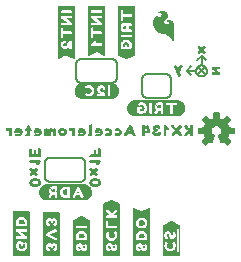
<source format=gbo>
G04 EAGLE Gerber RS-274X export*
G75*
%MOMM*%
%FSLAX34Y34*%
%LPD*%
%INSilkscreen Bottom*%
%IPPOS*%
%AMOC8*
5,1,8,0,0,1.08239X$1,22.5*%
G01*
%ADD10C,0.203200*%
%ADD11C,0.152400*%

G36*
X195234Y139204D02*
X195234Y139204D01*
X195237Y139201D01*
X196637Y139401D01*
X196642Y139406D01*
X196646Y139403D01*
X197846Y139803D01*
X197847Y139806D01*
X197849Y139805D01*
X198549Y140105D01*
X198554Y140113D01*
X198561Y140112D01*
X199059Y140510D01*
X199657Y140909D01*
X199660Y140916D01*
X199665Y140915D01*
X200065Y141315D01*
X200065Y141319D01*
X200068Y141318D01*
X200568Y141918D01*
X200568Y141919D01*
X200968Y142419D01*
X200969Y142427D01*
X200974Y142428D01*
X201574Y143628D01*
X201573Y143635D01*
X201577Y143636D01*
X201587Y143669D01*
X201601Y143718D01*
X201643Y143866D01*
X201685Y144014D01*
X201699Y144063D01*
X201741Y144211D01*
X201742Y144211D01*
X201741Y144211D01*
X201777Y144336D01*
X201776Y144340D01*
X201779Y144342D01*
X201879Y144942D01*
X201878Y144943D01*
X201879Y144943D01*
X201979Y145643D01*
X201976Y145648D01*
X201979Y145650D01*
X201979Y146350D01*
X201976Y146354D01*
X201979Y146357D01*
X201879Y147057D01*
X201878Y147058D01*
X201879Y147058D01*
X201779Y147658D01*
X201775Y147661D01*
X201777Y147664D01*
X201577Y148364D01*
X201576Y148365D01*
X201577Y148366D01*
X201377Y148966D01*
X201369Y148971D01*
X201371Y148977D01*
X200973Y149575D01*
X200674Y150172D01*
X200664Y150177D01*
X200665Y150185D01*
X199665Y151185D01*
X199661Y151185D01*
X199661Y151188D01*
X199161Y151588D01*
X199153Y151589D01*
X199152Y151594D01*
X198555Y151893D01*
X197957Y152291D01*
X197948Y152290D01*
X197946Y152297D01*
X196746Y152697D01*
X196741Y152695D01*
X196739Y152695D01*
X196737Y152699D01*
X195337Y152899D01*
X195332Y152896D01*
X195330Y152899D01*
X159230Y152899D01*
X159225Y152896D01*
X159222Y152899D01*
X158622Y152799D01*
X158619Y152795D01*
X158616Y152797D01*
X157916Y152597D01*
X157915Y152596D01*
X157914Y152597D01*
X157314Y152397D01*
X157311Y152392D01*
X157308Y152394D01*
X156108Y151794D01*
X156106Y151790D01*
X156103Y151791D01*
X155503Y151391D01*
X155500Y151384D01*
X155495Y151385D01*
X154995Y150885D01*
X154995Y150881D01*
X154992Y150881D01*
X154192Y149881D01*
X154191Y149877D01*
X154189Y149877D01*
X153789Y149277D01*
X153789Y149273D01*
X153786Y149272D01*
X153486Y148672D01*
X153486Y148670D01*
X153486Y148669D01*
X153487Y148667D01*
X153483Y148666D01*
X153283Y148066D01*
X153284Y148064D01*
X153283Y148064D01*
X153273Y148030D01*
X153231Y147882D01*
X153217Y147833D01*
X153175Y147685D01*
X153132Y147537D01*
X153118Y147488D01*
X153083Y147364D01*
X153085Y147359D01*
X153081Y147357D01*
X152981Y146657D01*
X152984Y146652D01*
X152981Y146650D01*
X152981Y145350D01*
X152984Y145346D01*
X152981Y145343D01*
X153081Y144643D01*
X153086Y144638D01*
X153083Y144634D01*
X153283Y144035D01*
X153483Y143336D01*
X153488Y143332D01*
X153486Y143328D01*
X153786Y142728D01*
X153790Y142726D01*
X153789Y142723D01*
X154189Y142123D01*
X154192Y142122D01*
X154192Y142119D01*
X154592Y141619D01*
X154596Y141618D01*
X154595Y141615D01*
X155095Y141115D01*
X155099Y141115D01*
X155099Y141112D01*
X156099Y140312D01*
X156103Y140311D01*
X156103Y140309D01*
X156703Y139909D01*
X156714Y139910D01*
X156716Y139903D01*
X157415Y139703D01*
X158014Y139503D01*
X158016Y139504D01*
X158016Y139503D01*
X158716Y139303D01*
X158720Y139304D01*
X158722Y139301D01*
X159322Y139201D01*
X159327Y139204D01*
X159330Y139201D01*
X195230Y139201D01*
X195234Y139204D01*
G37*
G36*
X146006Y21135D02*
X146006Y21135D01*
X146010Y21132D01*
X146510Y21232D01*
X146538Y21264D01*
X146540Y21265D01*
X146540Y21266D01*
X146549Y21276D01*
X146547Y21278D01*
X146549Y21280D01*
X146549Y65180D01*
X146527Y65210D01*
X146525Y65222D01*
X146025Y65522D01*
X146023Y65522D01*
X146022Y65524D01*
X139922Y68624D01*
X139901Y68620D01*
X139892Y68629D01*
X139292Y68529D01*
X139285Y68521D01*
X139278Y68524D01*
X133278Y65524D01*
X133271Y65511D01*
X133262Y65511D01*
X132862Y65011D01*
X132861Y64988D01*
X132851Y64980D01*
X132851Y21680D01*
X132859Y21669D01*
X132854Y21662D01*
X133054Y21162D01*
X133095Y21137D01*
X133100Y21131D01*
X146000Y21131D01*
X146006Y21135D01*
G37*
G36*
X152808Y187471D02*
X152808Y187471D01*
X152815Y187479D01*
X152822Y187476D01*
X158922Y190476D01*
X158931Y190493D01*
X158942Y190495D01*
X159242Y190995D01*
X159242Y191000D01*
X159245Y191002D01*
X159241Y191007D01*
X159240Y191013D01*
X159249Y191020D01*
X159249Y232420D01*
X159236Y232438D01*
X159239Y232450D01*
X158939Y232850D01*
X158908Y232859D01*
X158900Y232869D01*
X146000Y232869D01*
X145982Y232856D01*
X145970Y232859D01*
X145570Y232559D01*
X145562Y232528D01*
X145551Y232520D01*
X145551Y190820D01*
X145570Y190795D01*
X145569Y190782D01*
X146069Y190382D01*
X146077Y190381D01*
X146078Y190376D01*
X152178Y187376D01*
X152199Y187380D01*
X152208Y187371D01*
X152808Y187471D01*
G37*
G36*
X94801Y187483D02*
X94801Y187483D01*
X94816Y187473D01*
X95416Y187673D01*
X95419Y187678D01*
X95422Y187676D01*
X101504Y190767D01*
X102081Y190574D01*
X108078Y187576D01*
X108116Y187583D01*
X108127Y187579D01*
X108427Y187779D01*
X108433Y187797D01*
X108441Y187802D01*
X108437Y187807D01*
X108439Y187812D01*
X108449Y187820D01*
X108449Y232520D01*
X108430Y232546D01*
X108430Y232559D01*
X108030Y232859D01*
X108008Y232859D01*
X108000Y232869D01*
X95100Y232869D01*
X95074Y232850D01*
X95061Y232850D01*
X94761Y232450D01*
X94761Y232428D01*
X94751Y232420D01*
X94751Y187520D01*
X94752Y187519D01*
X94751Y187518D01*
X94754Y187515D01*
X94787Y187473D01*
X94801Y187483D01*
G37*
G36*
X116495Y68084D02*
X116495Y68084D01*
X116498Y68081D01*
X117098Y68181D01*
X117797Y68281D01*
X118497Y68381D01*
X118505Y68389D01*
X118512Y68386D01*
X120312Y69286D01*
X120315Y69293D01*
X120321Y69292D01*
X120821Y69692D01*
X120822Y69696D01*
X120825Y69695D01*
X121825Y70695D01*
X121826Y70707D01*
X121834Y70708D01*
X122133Y71305D01*
X122531Y71903D01*
X122531Y71907D01*
X122534Y71908D01*
X122834Y72508D01*
X122833Y72513D01*
X122837Y72514D01*
X123037Y73114D01*
X123035Y73121D01*
X123039Y73123D01*
X123239Y74523D01*
X123236Y74528D01*
X123239Y74530D01*
X123239Y75130D01*
X123236Y75134D01*
X123239Y75137D01*
X123039Y76537D01*
X123034Y76542D01*
X123037Y76546D01*
X122837Y77145D01*
X122637Y77844D01*
X122629Y77850D01*
X122631Y77857D01*
X122232Y78456D01*
X121932Y78955D01*
X121924Y78959D01*
X121925Y78965D01*
X121427Y79463D01*
X121028Y79961D01*
X121021Y79963D01*
X121022Y79968D01*
X120422Y80468D01*
X120416Y80468D01*
X120415Y80472D01*
X119915Y80772D01*
X119912Y80772D01*
X119912Y80774D01*
X119312Y81074D01*
X119310Y81074D01*
X119309Y81075D01*
X118609Y81375D01*
X118606Y81375D01*
X118606Y81377D01*
X118006Y81577D01*
X118001Y81575D01*
X117999Y81575D01*
X117997Y81579D01*
X117298Y81679D01*
X116698Y81779D01*
X116693Y81776D01*
X116690Y81779D01*
X84590Y81779D01*
X84586Y81776D01*
X84583Y81779D01*
X83883Y81679D01*
X83879Y81675D01*
X83876Y81677D01*
X83176Y81477D01*
X83175Y81476D01*
X83174Y81477D01*
X82574Y81277D01*
X82571Y81272D01*
X82568Y81274D01*
X81368Y80674D01*
X81366Y80670D01*
X81363Y80671D01*
X80763Y80271D01*
X80760Y80264D01*
X80755Y80265D01*
X79855Y79365D01*
X79854Y79358D01*
X79849Y79357D01*
X79049Y78157D01*
X79049Y78153D01*
X79046Y78152D01*
X78746Y77552D01*
X78746Y77550D01*
X78746Y77549D01*
X78747Y77547D01*
X78743Y77546D01*
X78543Y76946D01*
X78544Y76944D01*
X78543Y76944D01*
X78533Y76910D01*
X78491Y76762D01*
X78477Y76713D01*
X78435Y76565D01*
X78392Y76417D01*
X78378Y76368D01*
X78343Y76244D01*
X78344Y76240D01*
X78341Y76238D01*
X78241Y75638D01*
X78244Y75633D01*
X78241Y75630D01*
X78241Y74230D01*
X78244Y74226D01*
X78241Y74223D01*
X78341Y73523D01*
X78346Y73518D01*
X78343Y73514D01*
X78543Y72915D01*
X78743Y72216D01*
X78748Y72212D01*
X78746Y72208D01*
X79046Y71608D01*
X79053Y71605D01*
X79052Y71599D01*
X79450Y71101D01*
X79849Y70503D01*
X79856Y70500D01*
X79855Y70495D01*
X80355Y69995D01*
X80359Y69995D01*
X80359Y69992D01*
X81359Y69192D01*
X81367Y69191D01*
X81368Y69186D01*
X82568Y68586D01*
X82575Y68587D01*
X82576Y68583D01*
X83275Y68383D01*
X83874Y68183D01*
X83881Y68185D01*
X83883Y68181D01*
X84583Y68081D01*
X84588Y68084D01*
X84590Y68081D01*
X116490Y68081D01*
X116495Y68084D01*
G37*
G36*
X120306Y190284D02*
X120306Y190284D01*
X120322Y190276D01*
X127004Y193567D01*
X127581Y193374D01*
X133578Y190376D01*
X133636Y190387D01*
X133635Y190396D01*
X133644Y190398D01*
X133844Y190798D01*
X133841Y190814D01*
X133849Y190820D01*
X133849Y232720D01*
X133813Y232767D01*
X133810Y232765D01*
X133808Y232769D01*
X133208Y232869D01*
X133203Y232866D01*
X133200Y232869D01*
X120300Y232869D01*
X120253Y232833D01*
X120255Y232830D01*
X120251Y232828D01*
X120151Y232228D01*
X120154Y232223D01*
X120151Y232220D01*
X120151Y190920D01*
X120154Y190915D01*
X120151Y190912D01*
X120251Y190312D01*
X120252Y190312D01*
X120252Y190311D01*
X120253Y190310D01*
X120295Y190271D01*
X120306Y190284D01*
G37*
G36*
X171847Y21167D02*
X171847Y21167D01*
X171845Y21170D01*
X171849Y21172D01*
X171949Y21772D01*
X171946Y21777D01*
X171949Y21780D01*
X171949Y61780D01*
X171913Y61827D01*
X171906Y61822D01*
X171900Y61829D01*
X171500Y61829D01*
X171487Y61820D01*
X171478Y61824D01*
X165389Y58829D01*
X164812Y58829D01*
X158822Y61824D01*
X158813Y61822D01*
X158810Y61828D01*
X158310Y61928D01*
X158256Y61902D01*
X158263Y61889D01*
X158251Y61880D01*
X158251Y21280D01*
X158287Y21233D01*
X158290Y21235D01*
X158292Y21231D01*
X158892Y21131D01*
X158897Y21134D01*
X158900Y21131D01*
X171800Y21131D01*
X171847Y21167D01*
G37*
G36*
X70347Y21167D02*
X70347Y21167D01*
X70342Y21174D01*
X70349Y21180D01*
X70349Y58380D01*
X70346Y58385D01*
X70349Y58388D01*
X70249Y58988D01*
X70205Y59029D01*
X70203Y59026D01*
X70200Y59029D01*
X56700Y59029D01*
X56653Y58993D01*
X56658Y58986D01*
X56651Y58980D01*
X56651Y21780D01*
X56654Y21775D01*
X56651Y21772D01*
X56751Y21172D01*
X56795Y21131D01*
X56798Y21134D01*
X56800Y21131D01*
X70300Y21131D01*
X70347Y21167D01*
G37*
G36*
X95211Y21139D02*
X95211Y21139D01*
X95218Y21134D01*
X95718Y21334D01*
X95733Y21358D01*
X95740Y21364D01*
X95738Y21367D01*
X95743Y21375D01*
X95749Y21380D01*
X95749Y57680D01*
X95746Y57685D01*
X95749Y57688D01*
X95649Y58288D01*
X95605Y58329D01*
X95603Y58326D01*
X95600Y58329D01*
X82700Y58329D01*
X82695Y58326D01*
X82692Y58329D01*
X82092Y58229D01*
X82051Y58185D01*
X82054Y58183D01*
X82051Y58180D01*
X82051Y21680D01*
X82059Y21669D01*
X82054Y21662D01*
X82254Y21162D01*
X82295Y21137D01*
X82300Y21131D01*
X95200Y21131D01*
X95211Y21139D01*
G37*
G36*
X237920Y114446D02*
X237920Y114446D01*
X238028Y114456D01*
X238041Y114462D01*
X238055Y114464D01*
X238152Y114512D01*
X238251Y114557D01*
X238264Y114568D01*
X238273Y114572D01*
X238288Y114588D01*
X238365Y114650D01*
X240950Y117235D01*
X241013Y117324D01*
X241079Y117409D01*
X241084Y117422D01*
X241092Y117434D01*
X241123Y117537D01*
X241159Y117640D01*
X241159Y117654D01*
X241163Y117667D01*
X241159Y117775D01*
X241160Y117884D01*
X241155Y117897D01*
X241155Y117911D01*
X241117Y118013D01*
X241082Y118115D01*
X241073Y118130D01*
X241069Y118139D01*
X241055Y118156D01*
X241001Y118238D01*
X238237Y121628D01*
X238794Y122710D01*
X238800Y122730D01*
X238842Y122825D01*
X239213Y123984D01*
X243564Y124427D01*
X243668Y124455D01*
X243774Y124480D01*
X243786Y124487D01*
X243799Y124490D01*
X243889Y124551D01*
X243982Y124608D01*
X243990Y124619D01*
X244002Y124627D01*
X244068Y124713D01*
X244137Y124797D01*
X244141Y124810D01*
X244150Y124821D01*
X244184Y124924D01*
X244223Y125025D01*
X244224Y125043D01*
X244228Y125052D01*
X244228Y125074D01*
X244237Y125172D01*
X244237Y128828D01*
X244220Y128935D01*
X244206Y129043D01*
X244200Y129055D01*
X244198Y129069D01*
X244146Y129165D01*
X244099Y129262D01*
X244089Y129272D01*
X244083Y129284D01*
X244003Y129358D01*
X243927Y129435D01*
X243915Y129441D01*
X243905Y129451D01*
X243806Y129496D01*
X243709Y129544D01*
X243691Y129548D01*
X243682Y129552D01*
X243661Y129554D01*
X243564Y129573D01*
X239213Y130016D01*
X238842Y131175D01*
X238833Y131193D01*
X238831Y131200D01*
X238827Y131207D01*
X238794Y131290D01*
X238237Y132372D01*
X241001Y135762D01*
X241055Y135856D01*
X241112Y135948D01*
X241115Y135961D01*
X241122Y135973D01*
X241143Y136080D01*
X241168Y136185D01*
X241166Y136199D01*
X241169Y136213D01*
X241154Y136320D01*
X241144Y136428D01*
X241138Y136441D01*
X241136Y136455D01*
X241088Y136552D01*
X241043Y136651D01*
X241032Y136664D01*
X241028Y136673D01*
X241012Y136688D01*
X240950Y136765D01*
X238365Y139350D01*
X238276Y139413D01*
X238191Y139479D01*
X238178Y139484D01*
X238166Y139492D01*
X238063Y139523D01*
X237960Y139559D01*
X237946Y139559D01*
X237933Y139563D01*
X237825Y139559D01*
X237716Y139560D01*
X237703Y139555D01*
X237689Y139555D01*
X237587Y139517D01*
X237485Y139482D01*
X237470Y139473D01*
X237461Y139469D01*
X237444Y139455D01*
X237362Y139401D01*
X233972Y136637D01*
X232890Y137194D01*
X232870Y137200D01*
X232775Y137242D01*
X231616Y137613D01*
X231173Y141964D01*
X231145Y142068D01*
X231120Y142174D01*
X231113Y142186D01*
X231110Y142199D01*
X231049Y142289D01*
X230992Y142382D01*
X230981Y142390D01*
X230973Y142402D01*
X230887Y142468D01*
X230803Y142537D01*
X230790Y142541D01*
X230779Y142550D01*
X230676Y142584D01*
X230575Y142623D01*
X230557Y142624D01*
X230548Y142628D01*
X230526Y142628D01*
X230428Y142637D01*
X226772Y142637D01*
X226665Y142620D01*
X226557Y142606D01*
X226545Y142600D01*
X226531Y142598D01*
X226435Y142546D01*
X226338Y142499D01*
X226328Y142489D01*
X226316Y142483D01*
X226242Y142403D01*
X226165Y142327D01*
X226159Y142315D01*
X226149Y142305D01*
X226104Y142206D01*
X226056Y142109D01*
X226052Y142091D01*
X226048Y142082D01*
X226046Y142061D01*
X226027Y141964D01*
X225584Y137613D01*
X224425Y137242D01*
X224407Y137232D01*
X224310Y137194D01*
X223228Y136637D01*
X219838Y139401D01*
X219744Y139455D01*
X219652Y139512D01*
X219639Y139515D01*
X219627Y139522D01*
X219520Y139543D01*
X219415Y139568D01*
X219401Y139566D01*
X219387Y139569D01*
X219280Y139554D01*
X219172Y139544D01*
X219159Y139538D01*
X219146Y139536D01*
X219048Y139488D01*
X218949Y139443D01*
X218936Y139432D01*
X218927Y139428D01*
X218912Y139412D01*
X218835Y139350D01*
X216250Y136765D01*
X216187Y136676D01*
X216121Y136591D01*
X216116Y136578D01*
X216108Y136566D01*
X216077Y136463D01*
X216041Y136360D01*
X216041Y136346D01*
X216037Y136333D01*
X216041Y136225D01*
X216040Y136116D01*
X216045Y136103D01*
X216045Y136089D01*
X216083Y135987D01*
X216118Y135885D01*
X216127Y135870D01*
X216131Y135861D01*
X216145Y135844D01*
X216199Y135762D01*
X218963Y132372D01*
X218406Y131290D01*
X218400Y131270D01*
X218358Y131175D01*
X217987Y130016D01*
X213636Y129573D01*
X213532Y129545D01*
X213426Y129520D01*
X213414Y129513D01*
X213401Y129510D01*
X213311Y129449D01*
X213218Y129392D01*
X213210Y129381D01*
X213198Y129373D01*
X213132Y129287D01*
X213064Y129203D01*
X213059Y129190D01*
X213050Y129179D01*
X213016Y129076D01*
X212977Y128975D01*
X212976Y128957D01*
X212972Y128948D01*
X212973Y128926D01*
X212963Y128828D01*
X212963Y125172D01*
X212980Y125065D01*
X212994Y124957D01*
X213000Y124945D01*
X213002Y124931D01*
X213054Y124835D01*
X213101Y124738D01*
X213111Y124728D01*
X213117Y124716D01*
X213197Y124642D01*
X213273Y124565D01*
X213285Y124559D01*
X213296Y124549D01*
X213394Y124504D01*
X213491Y124456D01*
X213509Y124452D01*
X213518Y124448D01*
X213539Y124446D01*
X213636Y124427D01*
X217987Y123984D01*
X218358Y122825D01*
X218368Y122807D01*
X218406Y122710D01*
X218963Y121628D01*
X216199Y118238D01*
X216145Y118144D01*
X216088Y118052D01*
X216085Y118039D01*
X216078Y118027D01*
X216057Y117920D01*
X216032Y117815D01*
X216034Y117801D01*
X216031Y117787D01*
X216046Y117680D01*
X216056Y117572D01*
X216062Y117559D01*
X216064Y117546D01*
X216112Y117448D01*
X216157Y117349D01*
X216168Y117336D01*
X216172Y117327D01*
X216188Y117312D01*
X216250Y117235D01*
X218835Y114650D01*
X218924Y114587D01*
X219009Y114521D01*
X219022Y114516D01*
X219034Y114508D01*
X219137Y114477D01*
X219240Y114441D01*
X219254Y114441D01*
X219267Y114437D01*
X219375Y114441D01*
X219484Y114440D01*
X219497Y114445D01*
X219511Y114445D01*
X219613Y114483D01*
X219715Y114518D01*
X219730Y114527D01*
X219739Y114531D01*
X219756Y114545D01*
X219838Y114599D01*
X223228Y117363D01*
X224310Y116806D01*
X224363Y116789D01*
X224412Y116763D01*
X224478Y116752D01*
X224542Y116731D01*
X224598Y116732D01*
X224652Y116723D01*
X224719Y116734D01*
X224786Y116735D01*
X224838Y116753D01*
X224893Y116762D01*
X224953Y116794D01*
X225016Y116817D01*
X225059Y116851D01*
X225109Y116877D01*
X225155Y116926D01*
X225207Y116968D01*
X225238Y117015D01*
X225276Y117055D01*
X225332Y117160D01*
X225340Y117173D01*
X225341Y117178D01*
X225345Y117185D01*
X227498Y122382D01*
X227518Y122465D01*
X227523Y122478D01*
X227525Y122494D01*
X227550Y122579D01*
X227549Y122600D01*
X227554Y122620D01*
X227546Y122702D01*
X227547Y122721D01*
X227543Y122741D01*
X227539Y122822D01*
X227532Y122842D01*
X227530Y122863D01*
X227498Y122932D01*
X227492Y122959D01*
X227477Y122983D01*
X227451Y123050D01*
X227438Y123066D01*
X227429Y123085D01*
X227384Y123134D01*
X227364Y123166D01*
X227333Y123191D01*
X227295Y123237D01*
X227272Y123253D01*
X227262Y123263D01*
X227241Y123275D01*
X227176Y123320D01*
X227175Y123321D01*
X227174Y123322D01*
X226275Y123828D01*
X225588Y124472D01*
X225073Y125260D01*
X224761Y126148D01*
X224669Y127085D01*
X224802Y128017D01*
X225153Y128891D01*
X225702Y129656D01*
X226416Y130269D01*
X227256Y130694D01*
X228173Y130908D01*
X229114Y130898D01*
X230026Y130664D01*
X230856Y130221D01*
X231557Y129592D01*
X232089Y128815D01*
X232420Y127934D01*
X232533Y126999D01*
X232425Y126082D01*
X232105Y125214D01*
X231591Y124445D01*
X230912Y123818D01*
X230028Y123323D01*
X229986Y123290D01*
X229944Y123267D01*
X229913Y123234D01*
X229865Y123199D01*
X229853Y123183D01*
X229837Y123170D01*
X229802Y123115D01*
X229777Y123089D01*
X229764Y123059D01*
X229722Y123001D01*
X229716Y122982D01*
X229706Y122965D01*
X229687Y122890D01*
X229677Y122867D01*
X229674Y122843D01*
X229651Y122768D01*
X229652Y122748D01*
X229647Y122728D01*
X229654Y122642D01*
X229653Y122624D01*
X229656Y122608D01*
X229659Y122524D01*
X229667Y122499D01*
X229668Y122485D01*
X229678Y122463D01*
X229702Y122382D01*
X230631Y120139D01*
X230631Y120138D01*
X231562Y117891D01*
X231563Y117891D01*
X231855Y117185D01*
X231884Y117138D01*
X231905Y117086D01*
X231948Y117035D01*
X231984Y116978D01*
X232027Y116943D01*
X232063Y116900D01*
X232120Y116866D01*
X232172Y116823D01*
X232224Y116804D01*
X232272Y116775D01*
X232338Y116761D01*
X232401Y116737D01*
X232456Y116735D01*
X232510Y116724D01*
X232577Y116731D01*
X232644Y116729D01*
X232698Y116745D01*
X232753Y116752D01*
X232864Y116796D01*
X232878Y116800D01*
X232882Y116803D01*
X232890Y116806D01*
X233972Y117363D01*
X237362Y114599D01*
X237456Y114545D01*
X237548Y114488D01*
X237561Y114485D01*
X237573Y114478D01*
X237680Y114457D01*
X237785Y114432D01*
X237799Y114434D01*
X237813Y114431D01*
X237920Y114446D01*
G37*
G36*
X139754Y153936D02*
X139754Y153936D01*
X139757Y153933D01*
X140457Y154033D01*
X140462Y154038D01*
X140466Y154035D01*
X141065Y154235D01*
X141764Y154435D01*
X141768Y154440D01*
X141772Y154438D01*
X142972Y155038D01*
X142975Y155045D01*
X142981Y155044D01*
X143981Y155844D01*
X143982Y155848D01*
X143985Y155847D01*
X144485Y156347D01*
X144486Y156354D01*
X144491Y156355D01*
X145291Y157555D01*
X145291Y157559D01*
X145294Y157560D01*
X145594Y158160D01*
X145593Y158165D01*
X145597Y158166D01*
X145797Y158766D01*
X145796Y158768D01*
X145797Y158768D01*
X145805Y158795D01*
X145847Y158943D01*
X145861Y158992D01*
X145903Y159140D01*
X145904Y159140D01*
X145903Y159140D01*
X145946Y159288D01*
X145960Y159337D01*
X145997Y159468D01*
X145996Y159472D01*
X145999Y159474D01*
X146099Y160074D01*
X146096Y160079D01*
X146099Y160082D01*
X146099Y161482D01*
X146096Y161487D01*
X146099Y161490D01*
X145999Y162090D01*
X145995Y162093D01*
X145997Y162096D01*
X145797Y162796D01*
X145796Y162797D01*
X145797Y162798D01*
X145597Y163398D01*
X145592Y163401D01*
X145594Y163404D01*
X145294Y164004D01*
X145290Y164006D01*
X145291Y164009D01*
X144491Y165209D01*
X144484Y165212D01*
X144485Y165217D01*
X143985Y165717D01*
X143981Y165717D01*
X143981Y165720D01*
X142981Y166520D01*
X142973Y166521D01*
X142972Y166526D01*
X141772Y167126D01*
X141765Y167125D01*
X141764Y167129D01*
X141065Y167329D01*
X140466Y167529D01*
X140459Y167527D01*
X140457Y167531D01*
X139757Y167631D01*
X139752Y167628D01*
X139750Y167631D01*
X114950Y167631D01*
X114946Y167628D01*
X114943Y167631D01*
X113543Y167431D01*
X113535Y167423D01*
X113528Y167426D01*
X112931Y167128D01*
X112334Y166929D01*
X112329Y166921D01*
X112323Y166923D01*
X111725Y166525D01*
X111128Y166226D01*
X111123Y166216D01*
X111115Y166217D01*
X110115Y165217D01*
X110115Y165213D01*
X110112Y165213D01*
X109712Y164713D01*
X109711Y164705D01*
X109706Y164704D01*
X109407Y164107D01*
X109009Y163509D01*
X109009Y163503D01*
X109006Y163501D01*
X109007Y163499D01*
X109003Y163498D01*
X108803Y162898D01*
X108804Y162896D01*
X108803Y162896D01*
X108779Y162811D01*
X108736Y162663D01*
X108722Y162614D01*
X108680Y162466D01*
X108638Y162319D01*
X108624Y162269D01*
X108603Y162196D01*
X108604Y162192D01*
X108601Y162190D01*
X108501Y161590D01*
X108504Y161585D01*
X108501Y161582D01*
X108501Y160182D01*
X108504Y160178D01*
X108501Y160175D01*
X108601Y159475D01*
X108606Y159470D01*
X108603Y159466D01*
X109003Y158266D01*
X109006Y158265D01*
X109005Y158263D01*
X109305Y157563D01*
X109309Y157560D01*
X109308Y157557D01*
X109608Y157057D01*
X109609Y157056D01*
X109609Y157055D01*
X110009Y156455D01*
X110016Y156452D01*
X110015Y156447D01*
X110515Y155947D01*
X110519Y155947D01*
X110519Y155944D01*
X111519Y155144D01*
X111523Y155143D01*
X111523Y155141D01*
X112123Y154741D01*
X112127Y154741D01*
X112128Y154738D01*
X112728Y154438D01*
X112733Y154439D01*
X112734Y154435D01*
X113334Y154235D01*
X113336Y154236D01*
X113336Y154235D01*
X114036Y154035D01*
X114046Y154038D01*
X114050Y154033D01*
X114746Y154033D01*
X115342Y153933D01*
X115347Y153936D01*
X115350Y153933D01*
X139750Y153933D01*
X139754Y153936D01*
G37*
G36*
X121047Y21167D02*
X121047Y21167D01*
X121045Y21170D01*
X121049Y21172D01*
X121149Y21772D01*
X121146Y21777D01*
X121149Y21780D01*
X121149Y50980D01*
X121146Y50985D01*
X121149Y50988D01*
X121049Y51588D01*
X121024Y51611D01*
X121022Y51624D01*
X114322Y54924D01*
X114290Y54918D01*
X114278Y54924D01*
X107678Y51624D01*
X107666Y51600D01*
X107653Y51596D01*
X107453Y50996D01*
X107455Y50991D01*
X107453Y50990D01*
X107457Y50984D01*
X107451Y50980D01*
X107451Y21280D01*
X107487Y21233D01*
X107490Y21235D01*
X107492Y21231D01*
X108092Y21131D01*
X108097Y21134D01*
X108100Y21131D01*
X121000Y21131D01*
X121047Y21167D01*
G37*
G36*
X197347Y21167D02*
X197347Y21167D01*
X197342Y21174D01*
X197349Y21180D01*
X197349Y46880D01*
X197330Y46905D01*
X197331Y46918D01*
X196831Y47318D01*
X196823Y47319D01*
X196823Y47324D01*
X190823Y50424D01*
X190806Y50421D01*
X190800Y50429D01*
X190200Y50429D01*
X190187Y50419D01*
X190178Y50424D01*
X184078Y47324D01*
X184073Y47314D01*
X184065Y47315D01*
X183665Y46915D01*
X183664Y46904D01*
X183661Y46902D01*
X183663Y46899D01*
X183662Y46888D01*
X183651Y46880D01*
X183651Y21780D01*
X183654Y21775D01*
X183651Y21772D01*
X183751Y21172D01*
X183795Y21131D01*
X183798Y21134D01*
X183800Y21131D01*
X197300Y21131D01*
X197347Y21167D01*
G37*
G36*
X192201Y202622D02*
X192201Y202622D01*
X192227Y202623D01*
X192281Y202653D01*
X192339Y202675D01*
X192356Y202694D01*
X192379Y202706D01*
X192414Y202757D01*
X192456Y202802D01*
X192464Y202827D01*
X192479Y202848D01*
X192495Y202932D01*
X192506Y202968D01*
X192504Y202978D01*
X192506Y202990D01*
X192506Y216690D01*
X192502Y216710D01*
X192503Y216737D01*
X192403Y217537D01*
X192395Y217561D01*
X192392Y217594D01*
X192192Y218294D01*
X192173Y218328D01*
X192152Y218386D01*
X191552Y219386D01*
X191532Y219406D01*
X191464Y219487D01*
X190964Y219887D01*
X190959Y219889D01*
X190954Y219894D01*
X190554Y220194D01*
X190519Y220209D01*
X190467Y220243D01*
X189967Y220443D01*
X189938Y220447D01*
X189901Y220463D01*
X189401Y220563D01*
X189395Y220563D01*
X189389Y220565D01*
X188789Y220665D01*
X188762Y220663D01*
X188726Y220670D01*
X187526Y220670D01*
X187511Y220667D01*
X187496Y220669D01*
X187364Y220632D01*
X187357Y220631D01*
X187357Y220630D01*
X187356Y220630D01*
X186980Y220442D01*
X186956Y220430D01*
X186937Y220414D01*
X186913Y220405D01*
X186871Y220359D01*
X186823Y220319D01*
X186813Y220297D01*
X186796Y220278D01*
X186778Y220218D01*
X186752Y220161D01*
X186754Y220136D01*
X186746Y220112D01*
X186757Y220050D01*
X186760Y219988D01*
X186772Y219966D01*
X186776Y219941D01*
X186825Y219868D01*
X186843Y219836D01*
X186851Y219831D01*
X186857Y219821D01*
X186957Y219721D01*
X186989Y219701D01*
X187056Y219650D01*
X187456Y219450D01*
X187479Y219444D01*
X187506Y219429D01*
X187721Y219358D01*
X188194Y218885D01*
X188246Y218728D01*
X188246Y218452D01*
X188181Y218259D01*
X188031Y218032D01*
X187512Y217514D01*
X187117Y217356D01*
X186688Y217270D01*
X185973Y217270D01*
X185282Y217443D01*
X184786Y217774D01*
X184465Y218175D01*
X184306Y218652D01*
X184306Y219221D01*
X184553Y219879D01*
X185195Y220521D01*
X185200Y220530D01*
X185210Y220537D01*
X186010Y221437D01*
X186011Y221439D01*
X186012Y221440D01*
X186712Y222240D01*
X186728Y222269D01*
X186758Y222305D01*
X187258Y223205D01*
X187269Y223243D01*
X187297Y223308D01*
X187497Y224208D01*
X187497Y224210D01*
X187498Y224212D01*
X187497Y224241D01*
X187506Y224290D01*
X187506Y225090D01*
X187498Y225127D01*
X187487Y225210D01*
X187187Y226110D01*
X187168Y226141D01*
X187148Y226192D01*
X186648Y226992D01*
X186627Y227013D01*
X186559Y227090D01*
X185659Y227790D01*
X185635Y227801D01*
X185608Y227824D01*
X184508Y228424D01*
X184489Y228429D01*
X184475Y228439D01*
X184442Y228446D01*
X184394Y228464D01*
X183294Y228664D01*
X183265Y228663D01*
X183226Y228670D01*
X182226Y228670D01*
X182193Y228663D01*
X182144Y228661D01*
X181244Y228461D01*
X181211Y228445D01*
X181156Y228430D01*
X181150Y228427D01*
X180390Y228047D01*
X179756Y227730D01*
X179734Y227712D01*
X179698Y227694D01*
X179298Y227394D01*
X179283Y227376D01*
X179257Y227359D01*
X179157Y227259D01*
X179144Y227237D01*
X179124Y227221D01*
X179098Y227164D01*
X179066Y227112D01*
X179063Y227086D01*
X179053Y227062D01*
X179055Y227001D01*
X179049Y226939D01*
X179058Y226915D01*
X179059Y226889D01*
X179089Y226835D01*
X179111Y226777D01*
X179130Y226760D01*
X179142Y226737D01*
X179193Y226702D01*
X179238Y226660D01*
X179263Y226652D01*
X179284Y226637D01*
X179368Y226621D01*
X179404Y226610D01*
X179414Y226612D01*
X179426Y226610D01*
X179526Y226610D01*
X179541Y226613D01*
X179556Y226611D01*
X179688Y226648D01*
X179695Y226649D01*
X179695Y226650D01*
X179696Y226650D01*
X179816Y226710D01*
X180279Y226710D01*
X180634Y226621D01*
X180642Y226621D01*
X180651Y226617D01*
X181102Y226527D01*
X181425Y226365D01*
X181746Y226125D01*
X181897Y225899D01*
X181974Y225744D01*
X182046Y225528D01*
X182046Y225037D01*
X181973Y224746D01*
X181631Y224232D01*
X181076Y223678D01*
X180706Y223401D01*
X180435Y223220D01*
X180203Y223104D01*
X180093Y223049D01*
X179379Y222870D01*
X179188Y222870D01*
X179031Y222922D01*
X178839Y223115D01*
X178778Y223236D01*
X178706Y223452D01*
X178706Y224290D01*
X178694Y224341D01*
X178693Y224385D01*
X178685Y224399D01*
X178681Y224426D01*
X178671Y224441D01*
X178667Y224459D01*
X178625Y224510D01*
X178610Y224537D01*
X178602Y224542D01*
X178584Y224570D01*
X178568Y224579D01*
X178557Y224592D01*
X178493Y224621D01*
X178481Y224628D01*
X178468Y224637D01*
X178464Y224638D01*
X178433Y224655D01*
X178415Y224656D01*
X178398Y224663D01*
X178342Y224661D01*
X178326Y224664D01*
X178316Y224664D01*
X178306Y224662D01*
X178260Y224664D01*
X178241Y224657D01*
X178225Y224657D01*
X178191Y224638D01*
X178170Y224630D01*
X178148Y224625D01*
X178140Y224618D01*
X178124Y224612D01*
X177324Y224112D01*
X177297Y224085D01*
X177242Y224043D01*
X176442Y223143D01*
X176429Y223120D01*
X176405Y223094D01*
X175705Y221994D01*
X175693Y221960D01*
X175665Y221910D01*
X175165Y220410D01*
X175163Y220388D01*
X175152Y220360D01*
X174852Y218760D01*
X174854Y218724D01*
X174846Y218668D01*
X174946Y216968D01*
X174955Y216937D01*
X174958Y216893D01*
X175458Y214993D01*
X175476Y214961D01*
X175494Y214905D01*
X176494Y213105D01*
X176511Y213087D01*
X176526Y213057D01*
X177226Y212157D01*
X177242Y212143D01*
X177257Y212121D01*
X178057Y211321D01*
X178067Y211315D01*
X178076Y211304D01*
X178876Y210604D01*
X178901Y210590D01*
X178930Y210564D01*
X179930Y209964D01*
X179955Y209956D01*
X179985Y209937D01*
X180985Y209537D01*
X181004Y209534D01*
X181026Y209523D01*
X182126Y209223D01*
X182143Y209223D01*
X182164Y209215D01*
X183364Y209015D01*
X183390Y209017D01*
X183426Y209010D01*
X185295Y209010D01*
X185792Y208927D01*
X186690Y208388D01*
X187647Y207432D01*
X188837Y206043D01*
X188848Y206035D01*
X188857Y206021D01*
X190045Y204833D01*
X190534Y204247D01*
X190546Y204237D01*
X190557Y204221D01*
X191024Y203754D01*
X191300Y203294D01*
X191325Y203268D01*
X191357Y203221D01*
X191857Y202721D01*
X191879Y202708D01*
X191895Y202688D01*
X191952Y202662D01*
X192004Y202630D01*
X192030Y202627D01*
X192054Y202617D01*
X192115Y202619D01*
X192177Y202613D01*
X192201Y202622D01*
G37*
G36*
X126634Y79444D02*
X126634Y79444D01*
X126637Y79441D01*
X127337Y79541D01*
X127342Y79546D01*
X127346Y79543D01*
X127945Y79743D01*
X128644Y79943D01*
X128648Y79948D01*
X128652Y79946D01*
X129252Y80246D01*
X129253Y80249D01*
X129255Y80248D01*
X129755Y80548D01*
X129757Y80551D01*
X129760Y80551D01*
X130160Y80851D01*
X130164Y80866D01*
X130174Y80868D01*
X130774Y82068D01*
X130772Y82079D01*
X130779Y82082D01*
X130879Y82682D01*
X130876Y82687D01*
X130879Y82690D01*
X130879Y83490D01*
X130876Y83495D01*
X130879Y83498D01*
X130779Y84098D01*
X130774Y84102D01*
X130777Y84106D01*
X130577Y84706D01*
X130566Y84713D01*
X130568Y84722D01*
X130068Y85321D01*
X129668Y85821D01*
X129654Y85824D01*
X129652Y85834D01*
X128452Y86434D01*
X128442Y86432D01*
X128440Y86434D01*
X128439Y86434D01*
X128437Y86439D01*
X127768Y86534D01*
X127778Y86580D01*
X127753Y86634D01*
X127743Y86629D01*
X127737Y86639D01*
X127037Y86739D01*
X127032Y86736D01*
X127030Y86739D01*
X126433Y86739D01*
X125636Y86839D01*
X125628Y86834D01*
X125623Y86839D01*
X124223Y86639D01*
X124219Y86635D01*
X124216Y86637D01*
X123516Y86437D01*
X123515Y86436D01*
X123514Y86437D01*
X122914Y86237D01*
X122910Y86230D01*
X122905Y86232D01*
X122405Y85932D01*
X122403Y85928D01*
X122399Y85928D01*
X121899Y85528D01*
X121897Y85521D01*
X121892Y85521D01*
X121492Y85021D01*
X121491Y85013D01*
X121486Y85012D01*
X121186Y84412D01*
X121187Y84405D01*
X121183Y84404D01*
X121148Y84281D01*
X121105Y84133D01*
X121091Y84084D01*
X121049Y83936D01*
X121007Y83788D01*
X120993Y83739D01*
X120983Y83704D01*
X120986Y83694D01*
X120981Y83690D01*
X120981Y82290D01*
X120988Y82281D01*
X120983Y82274D01*
X121183Y81674D01*
X121191Y81669D01*
X121189Y81663D01*
X121589Y81063D01*
X121592Y81062D01*
X121592Y81059D01*
X121992Y80559D01*
X121999Y80557D01*
X121999Y80552D01*
X122499Y80152D01*
X122509Y80151D01*
X122511Y80145D01*
X123211Y79845D01*
X123214Y79846D01*
X123214Y79843D01*
X123814Y79643D01*
X123820Y79645D01*
X123822Y79641D01*
X124422Y79541D01*
X124423Y79542D01*
X124423Y79541D01*
X125123Y79441D01*
X125128Y79444D01*
X125130Y79441D01*
X126630Y79441D01*
X126634Y79444D01*
G37*
G36*
X75834Y79444D02*
X75834Y79444D01*
X75837Y79441D01*
X76537Y79541D01*
X76542Y79546D01*
X76546Y79543D01*
X77145Y79743D01*
X77844Y79943D01*
X77848Y79948D01*
X77852Y79946D01*
X78452Y80246D01*
X78453Y80249D01*
X78455Y80248D01*
X78955Y80548D01*
X78957Y80551D01*
X78960Y80551D01*
X79360Y80851D01*
X79364Y80866D01*
X79374Y80868D01*
X79974Y82068D01*
X79972Y82079D01*
X79979Y82082D01*
X80079Y82682D01*
X80076Y82687D01*
X80079Y82690D01*
X80079Y83490D01*
X80076Y83495D01*
X80079Y83498D01*
X79979Y84098D01*
X79974Y84102D01*
X79977Y84106D01*
X79777Y84706D01*
X79766Y84713D01*
X79768Y84722D01*
X79268Y85321D01*
X78868Y85821D01*
X78854Y85824D01*
X78852Y85834D01*
X77652Y86434D01*
X77642Y86432D01*
X77640Y86434D01*
X77639Y86434D01*
X77637Y86439D01*
X76968Y86534D01*
X76978Y86580D01*
X76953Y86634D01*
X76943Y86629D01*
X76937Y86639D01*
X76237Y86739D01*
X76232Y86736D01*
X76230Y86739D01*
X75633Y86739D01*
X74836Y86839D01*
X74828Y86834D01*
X74823Y86839D01*
X73423Y86639D01*
X73419Y86635D01*
X73416Y86637D01*
X72716Y86437D01*
X72715Y86436D01*
X72714Y86437D01*
X72114Y86237D01*
X72110Y86230D01*
X72105Y86232D01*
X71605Y85932D01*
X71603Y85928D01*
X71599Y85928D01*
X71099Y85528D01*
X71097Y85521D01*
X71092Y85521D01*
X70692Y85021D01*
X70691Y85013D01*
X70686Y85012D01*
X70386Y84412D01*
X70387Y84405D01*
X70383Y84404D01*
X70348Y84281D01*
X70305Y84133D01*
X70291Y84084D01*
X70249Y83936D01*
X70207Y83788D01*
X70193Y83739D01*
X70183Y83704D01*
X70186Y83694D01*
X70181Y83690D01*
X70181Y82290D01*
X70188Y82281D01*
X70183Y82274D01*
X70383Y81674D01*
X70391Y81669D01*
X70389Y81663D01*
X70789Y81063D01*
X70792Y81062D01*
X70792Y81059D01*
X71192Y80559D01*
X71199Y80557D01*
X71199Y80552D01*
X71699Y80152D01*
X71709Y80151D01*
X71711Y80145D01*
X72411Y79845D01*
X72414Y79846D01*
X72414Y79843D01*
X73014Y79643D01*
X73020Y79645D01*
X73022Y79641D01*
X73622Y79541D01*
X73623Y79542D01*
X73623Y79541D01*
X74323Y79441D01*
X74328Y79444D01*
X74330Y79441D01*
X75830Y79441D01*
X75834Y79444D01*
G37*
G36*
X78734Y104544D02*
X78734Y104544D01*
X78737Y104541D01*
X79437Y104641D01*
X79459Y104663D01*
X79472Y104665D01*
X79772Y105165D01*
X79772Y105168D01*
X79770Y105183D01*
X79779Y105190D01*
X79779Y111390D01*
X79768Y111405D01*
X79772Y111415D01*
X79472Y111915D01*
X79444Y111927D01*
X79437Y111939D01*
X78737Y112039D01*
X78729Y112034D01*
X78725Y112039D01*
X77825Y111939D01*
X77804Y111920D01*
X77791Y111920D01*
X77491Y111520D01*
X77491Y111505D01*
X77482Y111498D01*
X77481Y111498D01*
X77381Y110898D01*
X77384Y110893D01*
X77381Y110890D01*
X77381Y107494D01*
X77288Y106939D01*
X76635Y106939D01*
X76179Y107030D01*
X76179Y109690D01*
X76172Y109699D01*
X76177Y109706D01*
X75977Y110306D01*
X75957Y110319D01*
X75955Y110332D01*
X75455Y110632D01*
X75437Y110630D01*
X75430Y110639D01*
X74530Y110639D01*
X74515Y110628D01*
X74505Y110632D01*
X74005Y110332D01*
X73996Y110310D01*
X73983Y110306D01*
X73783Y109706D01*
X73785Y109699D01*
X73781Y109697D01*
X73681Y108997D01*
X73684Y108992D01*
X73681Y108990D01*
X73681Y106939D01*
X72579Y106939D01*
X72579Y110990D01*
X72576Y110995D01*
X72579Y110998D01*
X72479Y111598D01*
X72460Y111615D01*
X72461Y111628D01*
X71961Y112028D01*
X71938Y112029D01*
X71930Y112039D01*
X71130Y112039D01*
X71122Y112033D01*
X71116Y112037D01*
X70416Y111837D01*
X70397Y111812D01*
X70384Y111808D01*
X70184Y111308D01*
X70186Y111304D01*
X70183Y111301D01*
X70187Y111295D01*
X70181Y111290D01*
X70181Y105090D01*
X70197Y105069D01*
X70195Y105055D01*
X70595Y104655D01*
X70616Y104652D01*
X70622Y104641D01*
X71222Y104541D01*
X71227Y104544D01*
X71230Y104541D01*
X78730Y104541D01*
X78734Y104544D01*
G37*
%LPC*%
G36*
X59804Y35529D02*
X59804Y35529D01*
X59224Y35626D01*
X58849Y36000D01*
X58849Y36873D01*
X58850Y36877D01*
X58851Y36877D01*
X58850Y36877D01*
X58893Y37025D01*
X58907Y37074D01*
X58949Y37222D01*
X58991Y37370D01*
X59005Y37419D01*
X59041Y37543D01*
X59509Y37731D01*
X64200Y37731D01*
X64213Y37741D01*
X64230Y37741D01*
X64230Y37753D01*
X64247Y37767D01*
X64230Y37790D01*
X64230Y37819D01*
X59432Y41417D01*
X58849Y42000D01*
X58849Y42677D01*
X58946Y43357D01*
X59324Y43734D01*
X59908Y43831D01*
X59941Y43866D01*
X59947Y43871D01*
X59947Y43872D01*
X59949Y43875D01*
X59946Y43878D01*
X59949Y43880D01*
X59949Y43909D01*
X59951Y43878D01*
X59989Y43832D01*
X59995Y43837D01*
X60000Y43831D01*
X67486Y43831D01*
X67964Y43544D01*
X68251Y43066D01*
X68251Y42300D01*
X67580Y41629D01*
X62800Y41629D01*
X62789Y41621D01*
X62776Y41623D01*
X62774Y41610D01*
X62753Y41593D01*
X62769Y41572D01*
X62765Y41545D01*
X62965Y41345D01*
X62970Y41344D01*
X62970Y41341D01*
X63770Y40741D01*
X67469Y37941D01*
X68058Y37451D01*
X68251Y36872D01*
X68251Y36197D01*
X67871Y35722D01*
X67292Y35529D01*
X59804Y35529D01*
G37*
%LPD*%
%LPC*%
G36*
X123047Y216269D02*
X123047Y216269D01*
X123049Y216317D01*
X123020Y216361D01*
X123018Y216366D01*
X122534Y216560D01*
X122249Y217034D01*
X122249Y217800D01*
X122920Y218471D01*
X127700Y218471D01*
X127711Y218479D01*
X127724Y218477D01*
X127726Y218490D01*
X127747Y218507D01*
X127731Y218528D01*
X127735Y218555D01*
X127535Y218755D01*
X127530Y218756D01*
X127530Y218759D01*
X126730Y219359D01*
X126729Y219359D01*
X126729Y219360D01*
X122932Y222158D01*
X122443Y222647D01*
X122249Y223228D01*
X122249Y223903D01*
X122627Y224375D01*
X123204Y224471D01*
X131276Y224471D01*
X131651Y224003D01*
X131651Y223128D01*
X131461Y222557D01*
X130991Y222369D01*
X126400Y222369D01*
X126387Y222359D01*
X126370Y222359D01*
X126370Y222347D01*
X126353Y222333D01*
X126370Y222310D01*
X126370Y222281D01*
X131068Y218683D01*
X131651Y218100D01*
X131651Y217423D01*
X131554Y216647D01*
X131181Y216367D01*
X130497Y216269D01*
X123047Y216269D01*
G37*
%LPD*%
%LPC*%
G36*
X97808Y216269D02*
X97808Y216269D01*
X97229Y216462D01*
X96849Y216937D01*
X96849Y217613D01*
X96873Y217697D01*
X96887Y217746D01*
X96929Y217894D01*
X96930Y217894D01*
X96929Y217894D01*
X96972Y218042D01*
X96986Y218091D01*
X97028Y218239D01*
X97042Y218289D01*
X97315Y218471D01*
X102100Y218471D01*
X102133Y218496D01*
X102144Y218498D01*
X102244Y218698D01*
X102233Y218756D01*
X102229Y218756D01*
X102229Y218760D01*
X100429Y220060D01*
X100428Y220060D01*
X97732Y221958D01*
X97139Y222551D01*
X96849Y223034D01*
X96849Y223710D01*
X97135Y224377D01*
X97605Y224471D01*
X105784Y224471D01*
X106154Y224193D01*
X106250Y223420D01*
X106154Y222650D01*
X105686Y222369D01*
X101000Y222369D01*
X100989Y222361D01*
X100976Y222363D01*
X100974Y222350D01*
X100953Y222333D01*
X100969Y222312D01*
X100965Y222285D01*
X101165Y222085D01*
X101170Y222084D01*
X101170Y222081D01*
X105568Y218783D01*
X106154Y218196D01*
X106251Y217616D01*
X106251Y216840D01*
X105873Y216463D01*
X105292Y216269D01*
X97808Y216269D01*
G37*
%LPD*%
G36*
X83804Y122254D02*
X83804Y122254D01*
X83807Y122251D01*
X84507Y122351D01*
X84536Y122381D01*
X84547Y122384D01*
X84747Y122984D01*
X84745Y122990D01*
X84749Y122992D01*
X84849Y123592D01*
X84846Y123597D01*
X84849Y123600D01*
X84849Y125597D01*
X84947Y126377D01*
X85317Y126748D01*
X85970Y126655D01*
X86251Y126186D01*
X86251Y123500D01*
X86254Y123496D01*
X86251Y123493D01*
X86351Y122793D01*
X86364Y122781D01*
X86361Y122770D01*
X86661Y122370D01*
X86687Y122363D01*
X86694Y122351D01*
X87494Y122251D01*
X87502Y122256D01*
X87506Y122251D01*
X88306Y122351D01*
X88326Y122370D01*
X88339Y122370D01*
X88639Y122770D01*
X88639Y122777D01*
X88642Y122779D01*
X88639Y122782D01*
X88639Y122792D01*
X88649Y122800D01*
X88649Y125497D01*
X88747Y126277D01*
X89124Y126654D01*
X89683Y126747D01*
X90056Y126375D01*
X90251Y125594D01*
X90251Y122900D01*
X90262Y122885D01*
X90258Y122875D01*
X90558Y122375D01*
X90586Y122364D01*
X90592Y122351D01*
X91192Y122251D01*
X91201Y122256D01*
X91205Y122251D01*
X92105Y122351D01*
X92122Y122367D01*
X92135Y122365D01*
X92535Y122765D01*
X92536Y122777D01*
X92540Y122779D01*
X92537Y122783D01*
X92539Y122792D01*
X92549Y122800D01*
X92549Y128200D01*
X92542Y128209D01*
X92547Y128216D01*
X92347Y128816D01*
X92327Y128829D01*
X92325Y128842D01*
X91825Y129142D01*
X91810Y129141D01*
X91806Y129146D01*
X91803Y129146D01*
X91800Y129149D01*
X91000Y129149D01*
X90995Y129146D01*
X90994Y129146D01*
X90984Y129138D01*
X90975Y129142D01*
X90475Y128842D01*
X90467Y128824D01*
X90458Y128817D01*
X90453Y128816D01*
X90281Y128299D01*
X89838Y128832D01*
X89824Y128835D01*
X89822Y128844D01*
X89222Y129144D01*
X89210Y129142D01*
X89207Y129146D01*
X89203Y129146D01*
X89200Y129149D01*
X88500Y129149D01*
X88495Y129146D01*
X88490Y129146D01*
X88488Y129144D01*
X88484Y129147D01*
X87884Y128947D01*
X87881Y128942D01*
X87878Y128944D01*
X87278Y128644D01*
X87271Y128631D01*
X87262Y128631D01*
X86888Y128164D01*
X86428Y128440D01*
X85931Y128838D01*
X85923Y128839D01*
X85922Y128844D01*
X85322Y129144D01*
X85310Y129142D01*
X85307Y129146D01*
X85303Y129146D01*
X85300Y129149D01*
X84600Y129149D01*
X84595Y129146D01*
X84589Y129146D01*
X84586Y129147D01*
X83886Y128947D01*
X83878Y128936D01*
X83869Y128938D01*
X83369Y128538D01*
X83368Y128534D01*
X83365Y128535D01*
X82965Y128135D01*
X82964Y128126D01*
X82958Y128125D01*
X82658Y127625D01*
X82659Y127611D01*
X82651Y127607D01*
X82451Y126207D01*
X82453Y126204D01*
X82454Y126203D01*
X82454Y126202D01*
X82451Y126200D01*
X82451Y123300D01*
X82454Y123295D01*
X82451Y123292D01*
X82551Y122692D01*
X82567Y122677D01*
X82565Y122665D01*
X82965Y122265D01*
X82992Y122262D01*
X83000Y122251D01*
X83800Y122251D01*
X83804Y122254D01*
G37*
%LPC*%
G36*
X59903Y45929D02*
X59903Y45929D01*
X59227Y46026D01*
X58947Y46400D01*
X58849Y47083D01*
X58849Y49876D01*
X58948Y50469D01*
X58948Y50470D01*
X58949Y50470D01*
X58948Y50470D01*
X58991Y50618D01*
X59005Y50667D01*
X59047Y50815D01*
X59089Y50963D01*
X59103Y51012D01*
X59145Y51160D01*
X59146Y51160D01*
X59145Y51160D01*
X59146Y51162D01*
X59442Y51753D01*
X59838Y52249D01*
X60235Y52745D01*
X60829Y53240D01*
X61323Y53537D01*
X61918Y53834D01*
X62611Y54032D01*
X63204Y54131D01*
X63897Y54131D01*
X64590Y54032D01*
X65282Y53834D01*
X65873Y53538D01*
X66369Y53142D01*
X66865Y52745D01*
X67360Y52151D01*
X67657Y51657D01*
X67954Y51062D01*
X68152Y50369D01*
X68251Y49776D01*
X68251Y46496D01*
X67970Y46122D01*
X67392Y45929D01*
X66274Y45929D01*
X65753Y48169D01*
X66039Y48550D01*
X66039Y48572D01*
X66049Y48580D01*
X66049Y49980D01*
X66040Y49993D01*
X66044Y50002D01*
X65744Y50602D01*
X65737Y50605D01*
X65738Y50611D01*
X65338Y51111D01*
X65331Y51113D01*
X65331Y51118D01*
X64831Y51518D01*
X64823Y51519D01*
X64822Y51524D01*
X64222Y51824D01*
X64211Y51822D01*
X64207Y51829D01*
X63507Y51929D01*
X63498Y51924D01*
X63493Y51929D01*
X62793Y51829D01*
X62785Y51821D01*
X62778Y51824D01*
X62178Y51524D01*
X62175Y51517D01*
X62169Y51518D01*
X61669Y51118D01*
X61668Y51114D01*
X61665Y51115D01*
X61165Y50615D01*
X61163Y50602D01*
X61156Y50597D01*
X61153Y50596D01*
X61053Y50296D01*
X61057Y50285D01*
X61051Y50280D01*
X61051Y48280D01*
X61087Y48233D01*
X61090Y48235D01*
X61092Y48231D01*
X61692Y48131D01*
X61697Y48134D01*
X61700Y48131D01*
X65661Y48131D01*
X66173Y45929D01*
X59903Y45929D01*
G37*
%LPD*%
G36*
X191707Y122261D02*
X191707Y122261D01*
X191718Y122254D01*
X192218Y122454D01*
X192227Y122468D01*
X192237Y122468D01*
X194906Y125532D01*
X195366Y125164D01*
X197163Y123068D01*
X197662Y122468D01*
X197679Y122465D01*
X197682Y122454D01*
X198182Y122254D01*
X198207Y122261D01*
X198218Y122254D01*
X198718Y122454D01*
X198723Y122462D01*
X198729Y122460D01*
X199429Y122960D01*
X199434Y122979D01*
X199446Y122982D01*
X199646Y123482D01*
X199638Y123510D01*
X199644Y123522D01*
X199344Y124122D01*
X199337Y124126D01*
X199338Y124132D01*
X198838Y124732D01*
X198837Y124732D01*
X198837Y124733D01*
X196661Y127206D01*
X196940Y127670D01*
X199236Y130167D01*
X199237Y130172D01*
X199241Y130173D01*
X199641Y130773D01*
X199639Y130807D01*
X199646Y130818D01*
X199446Y131318D01*
X199434Y131326D01*
X199435Y131335D01*
X198835Y131935D01*
X198821Y131937D01*
X198818Y131946D01*
X198318Y132146D01*
X198295Y132139D01*
X198284Y132147D01*
X197684Y131947D01*
X197675Y131933D01*
X197665Y131935D01*
X197165Y131435D01*
X197165Y131432D01*
X197162Y131432D01*
X194997Y128873D01*
X194536Y129333D01*
X192838Y131332D01*
X192835Y131333D01*
X192835Y131335D01*
X192235Y131935D01*
X192221Y131937D01*
X192218Y131946D01*
X191718Y132146D01*
X191693Y132139D01*
X191682Y132146D01*
X191182Y131946D01*
X191177Y131938D01*
X191171Y131940D01*
X190471Y131440D01*
X190463Y131414D01*
X190451Y131408D01*
X190351Y130808D01*
X190361Y130789D01*
X190356Y130778D01*
X190656Y130178D01*
X190665Y130174D01*
X190663Y130167D01*
X193333Y127200D01*
X191064Y124734D01*
X190565Y124235D01*
X190563Y124219D01*
X190553Y124216D01*
X190353Y123616D01*
X190361Y123594D01*
X190360Y123594D01*
X190361Y123593D01*
X190354Y123582D01*
X190554Y123082D01*
X190564Y123076D01*
X190562Y123068D01*
X191062Y122468D01*
X191081Y122464D01*
X191084Y122453D01*
X191684Y122253D01*
X191707Y122261D01*
G37*
%LPC*%
G36*
X164208Y44229D02*
X164208Y44229D01*
X163619Y44426D01*
X162427Y45022D01*
X161935Y45415D01*
X161438Y46011D01*
X161042Y46507D01*
X160746Y47099D01*
X160548Y47691D01*
X160449Y48383D01*
X160449Y49772D01*
X160646Y50361D01*
X161241Y51551D01*
X161733Y52043D01*
X162229Y52440D01*
X162825Y52837D01*
X163419Y53134D01*
X164011Y53332D01*
X164707Y53431D01*
X165400Y53530D01*
X166092Y53431D01*
X166685Y53333D01*
X167875Y52737D01*
X168466Y52343D01*
X168862Y51849D01*
X168862Y51848D01*
X169360Y51251D01*
X169654Y50760D01*
X169853Y50066D01*
X169854Y50065D01*
X169853Y50064D01*
X170051Y49472D01*
X170051Y48383D01*
X169952Y47691D01*
X169754Y47099D01*
X169457Y46505D01*
X169060Y45909D01*
X168666Y45417D01*
X168074Y45022D01*
X167578Y44724D01*
X166886Y44428D01*
X166292Y44329D01*
X165597Y44229D01*
X164849Y44229D01*
X164849Y46431D01*
X165400Y46431D01*
X165404Y46434D01*
X165407Y46431D01*
X166107Y46531D01*
X166115Y46539D01*
X166122Y46536D01*
X166722Y46836D01*
X166725Y46843D01*
X166731Y46842D01*
X167231Y47242D01*
X167233Y47252D01*
X167241Y47253D01*
X167641Y47853D01*
X167641Y47858D01*
X167643Y47860D01*
X167641Y47863D01*
X167647Y47864D01*
X167847Y48464D01*
X167843Y48475D01*
X167849Y48480D01*
X167849Y49180D01*
X167842Y49189D01*
X167847Y49196D01*
X167647Y49796D01*
X167639Y49801D01*
X167641Y49807D01*
X167241Y50407D01*
X167231Y50411D01*
X167231Y50418D01*
X166731Y50818D01*
X166723Y50819D01*
X166722Y50824D01*
X166122Y51124D01*
X166117Y51123D01*
X166116Y51127D01*
X165516Y51327D01*
X165501Y51322D01*
X165494Y51329D01*
X164694Y51229D01*
X164689Y51224D01*
X164684Y51227D01*
X164084Y51027D01*
X164081Y51022D01*
X164078Y51024D01*
X163478Y50724D01*
X163471Y50711D01*
X163462Y50711D01*
X163062Y50211D01*
X163061Y50203D01*
X163056Y50202D01*
X162756Y49602D01*
X162758Y49591D01*
X162751Y49587D01*
X162651Y48887D01*
X162654Y48882D01*
X162651Y48880D01*
X162651Y48280D01*
X162660Y48267D01*
X162656Y48258D01*
X162956Y47658D01*
X162960Y47656D01*
X162959Y47653D01*
X163359Y47053D01*
X163366Y47050D01*
X163365Y47045D01*
X163865Y46545D01*
X163888Y46542D01*
X163894Y46531D01*
X164652Y46436D01*
X164704Y44229D01*
X164208Y44229D01*
G37*
%LPD*%
%LPC*%
G36*
X152403Y195869D02*
X152403Y195869D01*
X151723Y195966D01*
X151444Y196245D01*
X151249Y197026D01*
X151249Y199013D01*
X151254Y199030D01*
X151296Y199177D01*
X151310Y199227D01*
X151352Y199374D01*
X151353Y199374D01*
X151352Y199374D01*
X151395Y199522D01*
X151409Y199571D01*
X151440Y199682D01*
X152008Y199871D01*
X152676Y199871D01*
X153052Y199401D01*
X153151Y198116D01*
X153190Y198072D01*
X153196Y198076D01*
X153200Y198071D01*
X154500Y198071D01*
X154530Y198093D01*
X154542Y198095D01*
X154842Y198595D01*
X154840Y198613D01*
X154849Y198620D01*
X154849Y199320D01*
X154846Y199324D01*
X154849Y199327D01*
X154749Y200027D01*
X154744Y200032D01*
X154747Y200036D01*
X154547Y200636D01*
X154533Y200645D01*
X154535Y200655D01*
X154035Y201155D01*
X154031Y201155D01*
X154031Y201158D01*
X153531Y201558D01*
X153523Y201559D01*
X153522Y201564D01*
X152922Y201864D01*
X152911Y201862D01*
X152907Y201869D01*
X152207Y201969D01*
X152199Y201964D01*
X152194Y201969D01*
X151394Y201869D01*
X151385Y201860D01*
X151378Y201864D01*
X150778Y201564D01*
X150775Y201557D01*
X150769Y201558D01*
X150269Y201158D01*
X150267Y201151D01*
X150262Y201151D01*
X149862Y200651D01*
X149861Y200639D01*
X149859Y200638D01*
X149853Y200636D01*
X149653Y200036D01*
X149655Y200029D01*
X149651Y200027D01*
X149551Y199327D01*
X149556Y199318D01*
X149551Y199313D01*
X149651Y198613D01*
X149659Y198606D01*
X149655Y198599D01*
X150248Y197315D01*
X150156Y196945D01*
X149571Y196361D01*
X149000Y196075D01*
X148434Y196358D01*
X148043Y196945D01*
X147746Y197539D01*
X147547Y198135D01*
X147349Y198827D01*
X147349Y199516D01*
X147449Y200112D01*
X147448Y200113D01*
X147449Y200113D01*
X147548Y200805D01*
X147844Y201398D01*
X148142Y201993D01*
X148537Y202487D01*
X149031Y202982D01*
X149626Y203378D01*
X150125Y203678D01*
X150134Y203699D01*
X150146Y203708D01*
X150141Y203716D01*
X150143Y203721D01*
X150157Y203696D01*
X150193Y203680D01*
X150199Y203673D01*
X150204Y203673D01*
X150206Y203675D01*
X150212Y203672D01*
X150215Y203679D01*
X150222Y203676D01*
X150815Y203973D01*
X151408Y204071D01*
X152100Y204170D01*
X152793Y204071D01*
X153489Y203972D01*
X154081Y203774D01*
X154675Y203477D01*
X155269Y203082D01*
X155763Y202587D01*
X156160Y202091D01*
X156557Y201495D01*
X156854Y200901D01*
X157051Y200312D01*
X157051Y198923D01*
X156951Y198127D01*
X156853Y197535D01*
X156558Y196947D01*
X156162Y196451D01*
X155773Y195966D01*
X155196Y195869D01*
X152403Y195869D01*
G37*
%LPD*%
%LPC*%
G36*
X63108Y24929D02*
X63108Y24929D01*
X62516Y25127D01*
X62514Y25126D01*
X62514Y25127D01*
X61818Y25326D01*
X61223Y25623D01*
X60731Y25919D01*
X59738Y26911D01*
X59343Y27505D01*
X59047Y28095D01*
X58949Y28688D01*
X58849Y29383D01*
X58849Y30077D01*
X58949Y30873D01*
X59047Y31465D01*
X59343Y32057D01*
X59639Y32550D01*
X60127Y33037D01*
X60708Y33231D01*
X63397Y33231D01*
X64081Y33133D01*
X64457Y32851D01*
X64651Y32173D01*
X64651Y29988D01*
X64461Y29419D01*
X63892Y29229D01*
X63220Y29229D01*
X62848Y29602D01*
X62749Y30984D01*
X62710Y31028D01*
X62704Y31023D01*
X62700Y31029D01*
X61400Y31029D01*
X61367Y31004D01*
X61356Y31002D01*
X61056Y30402D01*
X61059Y30386D01*
X61051Y30380D01*
X61051Y29680D01*
X61054Y29675D01*
X61051Y29672D01*
X61151Y29072D01*
X61156Y29068D01*
X61153Y29064D01*
X61353Y28464D01*
X61364Y28457D01*
X61362Y28448D01*
X61862Y27848D01*
X61869Y27847D01*
X61869Y27842D01*
X62369Y27442D01*
X62382Y27441D01*
X62384Y27433D01*
X62984Y27233D01*
X62991Y27235D01*
X62993Y27231D01*
X63693Y27131D01*
X63702Y27136D01*
X63707Y27131D01*
X64407Y27231D01*
X64411Y27235D01*
X64414Y27233D01*
X65114Y27433D01*
X65122Y27444D01*
X65131Y27442D01*
X65631Y27842D01*
X65633Y27852D01*
X65641Y27853D01*
X66041Y28453D01*
X66040Y28462D01*
X66047Y28464D01*
X66247Y29064D01*
X66245Y29071D01*
X66249Y29073D01*
X66349Y29773D01*
X66344Y29782D01*
X66349Y29787D01*
X66249Y30487D01*
X66241Y30495D01*
X66244Y30502D01*
X65652Y31687D01*
X65745Y32156D01*
X66327Y32737D01*
X66900Y32928D01*
X67468Y32739D01*
X67857Y32155D01*
X68154Y31561D01*
X68352Y30969D01*
X68451Y30273D01*
X68452Y30272D01*
X68451Y30272D01*
X68550Y29679D01*
X68451Y28987D01*
X68352Y28295D01*
X68056Y27702D01*
X67758Y27107D01*
X67363Y26613D01*
X66867Y26117D01*
X66371Y25720D01*
X65778Y25325D01*
X65189Y25128D01*
X63797Y24929D01*
X63108Y24929D01*
G37*
%LPD*%
%LPC*%
G36*
X164533Y141399D02*
X164533Y141399D01*
X163838Y141499D01*
X163245Y141597D01*
X162657Y141892D01*
X162161Y142288D01*
X161676Y142676D01*
X161579Y143353D01*
X161579Y146047D01*
X161676Y146727D01*
X161955Y147006D01*
X162736Y147201D01*
X164710Y147201D01*
X164795Y147115D01*
X164811Y147113D01*
X164814Y147103D01*
X165391Y146911D01*
X165581Y146342D01*
X165581Y145678D01*
X165116Y145399D01*
X164430Y145399D01*
X164425Y145396D01*
X164422Y145399D01*
X163822Y145299D01*
X163781Y145255D01*
X163784Y145253D01*
X163781Y145250D01*
X163781Y143850D01*
X163813Y143807D01*
X163814Y143803D01*
X164414Y143603D01*
X164425Y143607D01*
X164430Y143601D01*
X165130Y143601D01*
X165135Y143604D01*
X165138Y143601D01*
X165738Y143701D01*
X165745Y143709D01*
X165752Y143706D01*
X166352Y144006D01*
X166354Y144010D01*
X166357Y144009D01*
X166957Y144409D01*
X166962Y144422D01*
X166971Y144423D01*
X167371Y145023D01*
X167370Y145032D01*
X167377Y145034D01*
X167577Y145634D01*
X167576Y145638D01*
X167578Y145639D01*
X167576Y145642D01*
X167579Y145643D01*
X167679Y146343D01*
X167674Y146352D01*
X167679Y146357D01*
X167579Y147057D01*
X167571Y147065D01*
X167574Y147072D01*
X167274Y147672D01*
X167267Y147675D01*
X167268Y147681D01*
X166868Y148181D01*
X166858Y148183D01*
X166857Y148191D01*
X166257Y148591D01*
X166248Y148590D01*
X166246Y148597D01*
X165646Y148797D01*
X165639Y148795D01*
X165637Y148799D01*
X164937Y148899D01*
X164928Y148894D01*
X164923Y148899D01*
X164223Y148799D01*
X164215Y148791D01*
X164208Y148794D01*
X163028Y148204D01*
X162558Y148392D01*
X162072Y148878D01*
X161785Y149546D01*
X162067Y150015D01*
X162655Y150407D01*
X163248Y150704D01*
X163944Y150903D01*
X163945Y150904D01*
X163946Y150903D01*
X164538Y151101D01*
X165227Y151101D01*
X165919Y151002D01*
X167111Y150604D01*
X167701Y150309D01*
X168693Y149317D01*
X169090Y148821D01*
X169485Y148228D01*
X169682Y147639D01*
X169781Y146943D01*
X169880Y146250D01*
X169781Y145558D01*
X169682Y144962D01*
X169484Y144369D01*
X169187Y143775D01*
X168792Y143181D01*
X167801Y142191D01*
X166611Y141596D01*
X166022Y141399D01*
X164533Y141399D01*
G37*
%LPD*%
G36*
X152218Y122265D02*
X152218Y122265D01*
X152231Y122262D01*
X152731Y122662D01*
X152735Y122677D01*
X152736Y122677D01*
X152745Y122679D01*
X153341Y123971D01*
X153720Y124351D01*
X157070Y124351D01*
X157656Y123178D01*
X157956Y122578D01*
X157976Y122568D01*
X157978Y122556D01*
X158578Y122256D01*
X158599Y122260D01*
X158608Y122251D01*
X159208Y122351D01*
X159219Y122363D01*
X159229Y122360D01*
X159929Y122860D01*
X159934Y122877D01*
X159935Y122878D01*
X159934Y122878D01*
X159934Y122879D01*
X159946Y122882D01*
X160146Y123382D01*
X160139Y123405D01*
X160147Y123416D01*
X159947Y124016D01*
X159943Y124018D01*
X159944Y124022D01*
X156644Y130822D01*
X156344Y131422D01*
X156328Y131430D01*
X156327Y131441D01*
X155727Y131841D01*
X155713Y131840D01*
X155708Y131849D01*
X155108Y131949D01*
X155089Y131939D01*
X155078Y131944D01*
X154478Y131644D01*
X154470Y131628D01*
X154459Y131627D01*
X154259Y131327D01*
X154259Y131322D01*
X154256Y131321D01*
X150656Y123821D01*
X150656Y123819D01*
X150654Y123818D01*
X150454Y123318D01*
X150465Y123281D01*
X150462Y123269D01*
X150862Y122769D01*
X150871Y122767D01*
X150871Y122760D01*
X151571Y122260D01*
X151593Y122261D01*
X151600Y122251D01*
X152200Y122251D01*
X152218Y122265D01*
G37*
G36*
X203010Y122352D02*
X203010Y122352D01*
X203023Y122367D01*
X203035Y122365D01*
X203535Y122865D01*
X203535Y122868D01*
X203537Y122868D01*
X206171Y125892D01*
X206251Y125495D01*
X206251Y123400D01*
X206254Y123395D01*
X206251Y123392D01*
X206351Y122792D01*
X206370Y122774D01*
X206370Y122761D01*
X206770Y122461D01*
X206789Y122461D01*
X206795Y122451D01*
X207695Y122351D01*
X207708Y122359D01*
X207716Y122353D01*
X208316Y122553D01*
X208327Y122570D01*
X208339Y122570D01*
X208639Y122970D01*
X208639Y122976D01*
X208640Y122976D01*
X208639Y122976D01*
X208639Y122992D01*
X208649Y123000D01*
X208649Y131200D01*
X208641Y131211D01*
X208646Y131218D01*
X208446Y131718D01*
X208418Y131735D01*
X208414Y131747D01*
X207714Y131947D01*
X207704Y131944D01*
X207700Y131949D01*
X206900Y131949D01*
X206885Y131938D01*
X206875Y131942D01*
X206375Y131642D01*
X206366Y131622D01*
X206363Y131614D01*
X206351Y131607D01*
X206251Y130907D01*
X206254Y130902D01*
X206251Y130900D01*
X206251Y128904D01*
X206168Y128410D01*
X204737Y130032D01*
X203537Y131432D01*
X203535Y131433D01*
X203535Y131435D01*
X203035Y131935D01*
X203021Y131937D01*
X203018Y131946D01*
X202518Y132146D01*
X202490Y132138D01*
X202478Y132144D01*
X201878Y131844D01*
X201872Y131831D01*
X201862Y131832D01*
X201362Y131232D01*
X201361Y131214D01*
X201352Y131210D01*
X201252Y130710D01*
X201263Y130685D01*
X201259Y130673D01*
X201659Y130073D01*
X201661Y130072D01*
X201661Y130070D01*
X201961Y129670D01*
X201966Y129669D01*
X201965Y129665D01*
X202864Y128766D01*
X203964Y127567D01*
X203969Y127566D01*
X203969Y127562D01*
X204426Y127196D01*
X202765Y125535D01*
X202765Y125533D01*
X202764Y125533D01*
X201664Y124333D01*
X201663Y124328D01*
X201659Y124327D01*
X201259Y123727D01*
X201261Y123700D01*
X201252Y123690D01*
X201352Y123190D01*
X201365Y123179D01*
X201362Y123168D01*
X201862Y122568D01*
X201876Y122565D01*
X201878Y122556D01*
X202478Y122256D01*
X202500Y122260D01*
X202510Y122252D01*
X203010Y122352D01*
G37*
G36*
X178705Y122254D02*
X178705Y122254D01*
X178708Y122251D01*
X179308Y122351D01*
X179314Y122358D01*
X179319Y122355D01*
X180019Y122655D01*
X180022Y122659D01*
X180025Y122658D01*
X180525Y122958D01*
X180530Y122969D01*
X180538Y122969D01*
X180938Y123469D01*
X180939Y123473D01*
X180941Y123473D01*
X181341Y124073D01*
X181341Y124077D01*
X181344Y124078D01*
X181644Y124678D01*
X181641Y124694D01*
X181649Y124700D01*
X181649Y125400D01*
X181636Y125418D01*
X181639Y125430D01*
X181339Y125830D01*
X181318Y125836D01*
X181314Y125847D01*
X180614Y126047D01*
X180602Y126043D01*
X180600Y126043D01*
X180594Y126049D01*
X179794Y125949D01*
X179781Y125936D01*
X179770Y125939D01*
X179370Y125639D01*
X179366Y125623D01*
X179364Y125622D01*
X179355Y125619D01*
X179062Y124936D01*
X178485Y124648D01*
X177805Y124550D01*
X177224Y124744D01*
X176753Y125120D01*
X176846Y125676D01*
X177323Y126154D01*
X178007Y126251D01*
X178008Y126252D01*
X178008Y126251D01*
X178608Y126351D01*
X178623Y126367D01*
X178635Y126365D01*
X179035Y126765D01*
X179039Y126792D01*
X179049Y126800D01*
X179049Y127700D01*
X179042Y127709D01*
X179047Y127716D01*
X178847Y128316D01*
X178825Y128331D01*
X178822Y128344D01*
X178422Y128544D01*
X178410Y128542D01*
X178405Y128549D01*
X177512Y128648D01*
X177049Y128833D01*
X177049Y129376D01*
X177517Y129751D01*
X178188Y129751D01*
X178768Y129461D01*
X179162Y128969D01*
X179169Y128967D01*
X179169Y128962D01*
X179669Y128562D01*
X179690Y128561D01*
X179695Y128555D01*
X179705Y128555D01*
X179708Y128551D01*
X180308Y128651D01*
X180318Y128662D01*
X180327Y128659D01*
X180927Y129059D01*
X180932Y129074D01*
X180942Y129075D01*
X181242Y129575D01*
X181240Y129600D01*
X181248Y129610D01*
X181148Y130110D01*
X181143Y130115D01*
X181145Y130119D01*
X180845Y130819D01*
X180834Y130826D01*
X180835Y130835D01*
X180335Y131335D01*
X180331Y131335D01*
X180331Y131338D01*
X179831Y131738D01*
X179817Y131739D01*
X179814Y131747D01*
X179115Y131947D01*
X178516Y132147D01*
X178505Y132143D01*
X178500Y132149D01*
X176400Y132149D01*
X176377Y132132D01*
X176363Y132133D01*
X175464Y131134D01*
X174965Y130635D01*
X174964Y130623D01*
X174956Y130622D01*
X174656Y130022D01*
X174658Y130011D01*
X174651Y130007D01*
X174551Y129307D01*
X174554Y129302D01*
X174551Y129300D01*
X174551Y128600D01*
X174560Y128587D01*
X174556Y128578D01*
X174856Y127978D01*
X174869Y127971D01*
X174869Y127962D01*
X175351Y127576D01*
X175351Y127223D01*
X174768Y126738D01*
X174765Y126724D01*
X174756Y126722D01*
X174456Y126122D01*
X174458Y126112D01*
X174451Y126108D01*
X174351Y125508D01*
X174354Y125503D01*
X174351Y125500D01*
X174351Y124800D01*
X174358Y124791D01*
X174353Y124784D01*
X174553Y124184D01*
X174561Y124179D01*
X174559Y124173D01*
X174959Y123573D01*
X174966Y123570D01*
X174965Y123565D01*
X175465Y123065D01*
X175474Y123064D01*
X175475Y123058D01*
X175975Y122758D01*
X175978Y122758D01*
X175978Y122756D01*
X176578Y122456D01*
X176583Y122457D01*
X176584Y122453D01*
X177184Y122253D01*
X177195Y122257D01*
X177200Y122251D01*
X178700Y122251D01*
X178705Y122254D01*
G37*
%LPC*%
G36*
X127959Y156131D02*
X127959Y156131D01*
X127490Y156319D01*
X127299Y156890D01*
X127299Y157668D01*
X127583Y158141D01*
X128158Y158333D01*
X130650Y158333D01*
X130664Y158344D01*
X130682Y158345D01*
X130681Y158357D01*
X130697Y158369D01*
X130679Y158393D01*
X130677Y158423D01*
X130377Y158623D01*
X130373Y158623D01*
X130372Y158626D01*
X129777Y158924D01*
X129281Y159320D01*
X128685Y159817D01*
X128290Y160311D01*
X127895Y160904D01*
X127699Y161490D01*
X127699Y162874D01*
X127896Y163463D01*
X128193Y164057D01*
X128587Y164648D01*
X129079Y165042D01*
X129672Y165437D01*
X130258Y165633D01*
X131742Y165633D01*
X132334Y165435D01*
X132926Y165238D01*
X133415Y164847D01*
X133909Y164255D01*
X134204Y163663D01*
X134402Y163070D01*
X134501Y162478D01*
X134501Y161694D01*
X134316Y161323D01*
X133643Y161131D01*
X132870Y161131D01*
X132496Y161505D01*
X132399Y162189D01*
X132394Y162194D01*
X132397Y162198D01*
X132197Y162798D01*
X132186Y162805D01*
X132188Y162813D01*
X131788Y163313D01*
X131763Y163319D01*
X131757Y163331D01*
X131057Y163431D01*
X131043Y163423D01*
X131034Y163429D01*
X130434Y163229D01*
X130423Y163212D01*
X130412Y163213D01*
X130012Y162713D01*
X130011Y162695D01*
X130001Y162690D01*
X129901Y162090D01*
X129911Y162071D01*
X129906Y162060D01*
X130206Y161460D01*
X130216Y161455D01*
X130215Y161447D01*
X131215Y160447D01*
X131227Y160446D01*
X131228Y160438D01*
X131826Y160139D01*
X132924Y159440D01*
X133519Y159044D01*
X134012Y158551D01*
X134403Y157964D01*
X134501Y157378D01*
X134501Y156800D01*
X134024Y156228D01*
X133446Y156131D01*
X127959Y156131D01*
G37*
%LPD*%
%LPC*%
G36*
X104620Y196067D02*
X104620Y196067D01*
X104146Y196446D01*
X104049Y197123D01*
X104049Y199420D01*
X104038Y199435D01*
X104036Y199454D01*
X104025Y199453D01*
X104013Y199467D01*
X103989Y199449D01*
X103958Y199445D01*
X103658Y198945D01*
X103658Y198942D01*
X103656Y198942D01*
X103358Y198347D01*
X102962Y197851D01*
X102465Y197255D01*
X101973Y196862D01*
X101382Y196566D01*
X100693Y196369D01*
X100003Y196369D01*
X99311Y196468D01*
X98719Y196666D01*
X98129Y196961D01*
X97637Y197453D01*
X97242Y197947D01*
X96946Y198539D01*
X96749Y199128D01*
X96749Y200612D01*
X96946Y201201D01*
X97241Y201791D01*
X97733Y202283D01*
X98227Y202678D01*
X98819Y202974D01*
X99411Y203172D01*
X100100Y203270D01*
X100781Y203173D01*
X101154Y202893D01*
X101250Y202120D01*
X101154Y201443D01*
X100780Y201069D01*
X100100Y201069D01*
X100093Y201064D01*
X100089Y201064D01*
X100084Y201067D01*
X99484Y200867D01*
X99474Y200851D01*
X99462Y200852D01*
X98962Y200252D01*
X98962Y200243D01*
X98958Y200240D01*
X98961Y200235D01*
X98961Y200228D01*
X98951Y200220D01*
X98951Y199520D01*
X98962Y199505D01*
X98958Y199495D01*
X99258Y198995D01*
X99272Y198989D01*
X99273Y198979D01*
X99873Y198579D01*
X99898Y198581D01*
X99908Y198571D01*
X100508Y198671D01*
X100515Y198679D01*
X100522Y198676D01*
X101122Y198976D01*
X101127Y198986D01*
X101135Y198985D01*
X101635Y199485D01*
X101636Y199492D01*
X101641Y199493D01*
X102041Y200093D01*
X102041Y200095D01*
X102042Y200095D01*
X103042Y201794D01*
X103437Y202386D01*
X103929Y202780D01*
X104518Y203173D01*
X105195Y203270D01*
X105771Y203078D01*
X106153Y202600D01*
X106251Y201917D01*
X106251Y196534D01*
X105970Y196065D01*
X105300Y195970D01*
X104620Y196067D01*
G37*
%LPD*%
%LPC*%
G36*
X135809Y53129D02*
X135809Y53129D01*
X135340Y53317D01*
X135150Y53885D01*
X135248Y54764D01*
X135531Y55235D01*
X136104Y55331D01*
X138700Y55331D01*
X138712Y55340D01*
X138727Y55339D01*
X138728Y55352D01*
X138747Y55367D01*
X138730Y55389D01*
X138732Y55417D01*
X135635Y58114D01*
X135146Y58702D01*
X135052Y59173D01*
X135339Y59749D01*
X135922Y60234D01*
X136390Y60328D01*
X136969Y59942D01*
X138165Y58745D01*
X138166Y58745D01*
X138166Y58744D01*
X139866Y57144D01*
X139891Y57141D01*
X139898Y57133D01*
X139902Y57133D01*
X139911Y57139D01*
X139925Y57138D01*
X139926Y57146D01*
X139935Y57145D01*
X142729Y59939D01*
X143312Y60231D01*
X143785Y60231D01*
X144363Y59845D01*
X144748Y59172D01*
X144655Y58704D01*
X144167Y58216D01*
X142768Y57017D01*
X142767Y57017D01*
X141067Y55517D01*
X141066Y55508D01*
X141057Y55504D01*
X141062Y55492D01*
X141056Y55459D01*
X141079Y55454D01*
X141088Y55432D01*
X141488Y55332D01*
X141496Y55336D01*
X141500Y55331D01*
X143497Y55331D01*
X144177Y55234D01*
X144551Y54860D01*
X144551Y53984D01*
X144455Y53411D01*
X143986Y53129D01*
X135809Y53129D01*
G37*
%LPD*%
G36*
X166804Y122254D02*
X166804Y122254D01*
X166807Y122251D01*
X167507Y122351D01*
X167529Y122373D01*
X167542Y122375D01*
X167842Y122875D01*
X167842Y122878D01*
X167840Y122893D01*
X167849Y122900D01*
X167849Y124951D01*
X171100Y124951D01*
X171104Y124954D01*
X171106Y124951D01*
X171906Y125051D01*
X171917Y125061D01*
X171925Y125058D01*
X172425Y125358D01*
X172434Y125379D01*
X172448Y125389D01*
X172446Y125392D01*
X172449Y125393D01*
X172549Y126093D01*
X172543Y126103D01*
X172549Y126108D01*
X172449Y126708D01*
X172447Y126710D01*
X172448Y126711D01*
X171548Y130711D01*
X171541Y130717D01*
X171544Y130722D01*
X171244Y131322D01*
X171241Y131323D01*
X171242Y131325D01*
X170942Y131825D01*
X170908Y131839D01*
X170900Y131849D01*
X170200Y131849D01*
X170192Y131843D01*
X170186Y131847D01*
X169486Y131647D01*
X169474Y131630D01*
X169462Y131631D01*
X169062Y131131D01*
X169061Y131108D01*
X169051Y131100D01*
X169051Y130500D01*
X169056Y130493D01*
X169052Y130488D01*
X169840Y127240D01*
X169296Y127149D01*
X168036Y127149D01*
X167849Y127708D01*
X167849Y131100D01*
X167842Y131109D01*
X167847Y131116D01*
X167647Y131716D01*
X167613Y131738D01*
X167608Y131749D01*
X167008Y131849D01*
X167003Y131846D01*
X167000Y131849D01*
X166200Y131849D01*
X166185Y131838D01*
X166175Y131842D01*
X165675Y131542D01*
X165665Y131518D01*
X165653Y131514D01*
X165641Y131474D01*
X165627Y131425D01*
X165585Y131277D01*
X165543Y131129D01*
X165529Y131080D01*
X165487Y130932D01*
X165453Y130814D01*
X165456Y130804D01*
X165451Y130800D01*
X165451Y123400D01*
X165454Y123396D01*
X165451Y123393D01*
X165551Y122693D01*
X165570Y122675D01*
X165569Y122662D01*
X166069Y122262D01*
X166092Y122261D01*
X166100Y122251D01*
X166800Y122251D01*
X166804Y122254D01*
G37*
%LPC*%
G36*
X86707Y46029D02*
X86707Y46029D01*
X86021Y46225D01*
X85434Y46617D01*
X85038Y47111D01*
X84644Y47604D01*
X84447Y48195D01*
X84249Y48887D01*
X84249Y50273D01*
X84277Y50372D01*
X84278Y50372D01*
X84277Y50372D01*
X84320Y50520D01*
X84334Y50569D01*
X84376Y50717D01*
X84418Y50864D01*
X84432Y50914D01*
X84447Y50965D01*
X84644Y51556D01*
X85037Y52047D01*
X85533Y52543D01*
X86023Y52935D01*
X86707Y53131D01*
X87396Y53131D01*
X87985Y53033D01*
X88571Y52739D01*
X89065Y52245D01*
X89084Y52243D01*
X89088Y52232D01*
X89488Y52132D01*
X89528Y52149D01*
X89538Y52149D01*
X89932Y52641D01*
X90512Y52931D01*
X91197Y52931D01*
X91885Y52832D01*
X92473Y52538D01*
X92967Y52143D01*
X93951Y51160D01*
X93951Y49283D01*
X93852Y48595D01*
X93556Y48002D01*
X93259Y47409D01*
X92769Y46918D01*
X92182Y46527D01*
X91604Y46431D01*
X91032Y46621D01*
X90647Y47198D01*
X90552Y47770D01*
X90838Y48247D01*
X91331Y48642D01*
X91333Y48652D01*
X91341Y48653D01*
X91741Y49253D01*
X91740Y49273D01*
X91749Y49280D01*
X91749Y49980D01*
X91740Y49993D01*
X91744Y50002D01*
X91444Y50602D01*
X91414Y50617D01*
X91408Y50629D01*
X90808Y50729D01*
X90765Y50706D01*
X90758Y50705D01*
X90458Y50205D01*
X90458Y50202D01*
X90458Y50201D01*
X90459Y50190D01*
X90451Y50185D01*
X90351Y49288D01*
X90257Y48818D01*
X89692Y48629D01*
X88814Y48629D01*
X88345Y48911D01*
X88249Y49488D01*
X88149Y50187D01*
X88138Y50198D01*
X88141Y50207D01*
X87741Y50807D01*
X87714Y50817D01*
X87708Y50829D01*
X87108Y50929D01*
X87105Y50927D01*
X87097Y50927D01*
X87082Y50915D01*
X87069Y50918D01*
X86569Y50518D01*
X86565Y50503D01*
X86557Y50497D01*
X86553Y50496D01*
X86353Y49896D01*
X86357Y49885D01*
X86351Y49880D01*
X86351Y49080D01*
X86363Y49064D01*
X86359Y49053D01*
X86759Y48453D01*
X86776Y48447D01*
X86778Y48436D01*
X87371Y48139D01*
X87754Y47757D01*
X87850Y47083D01*
X87656Y46309D01*
X87284Y46029D01*
X86707Y46029D01*
G37*
%LPD*%
%LPC*%
G36*
X86414Y25028D02*
X86414Y25028D01*
X85728Y25322D01*
X84841Y26209D01*
X84546Y26799D01*
X84348Y27391D01*
X84249Y28083D01*
X84249Y28877D01*
X84348Y29569D01*
X84546Y30161D01*
X84842Y30753D01*
X85235Y31245D01*
X85727Y31638D01*
X86315Y31932D01*
X87003Y32031D01*
X87692Y32031D01*
X88276Y31836D01*
X88767Y31443D01*
X89265Y30945D01*
X89292Y30942D01*
X89299Y30932D01*
X89301Y30932D01*
X89311Y30939D01*
X89324Y30937D01*
X89325Y30946D01*
X89335Y30945D01*
X89733Y31343D01*
X90223Y31735D01*
X90903Y31930D01*
X91488Y31832D01*
X92078Y31635D01*
X92671Y31240D01*
X93167Y30843D01*
X93663Y30348D01*
X93951Y29964D01*
X93951Y28583D01*
X93851Y27888D01*
X93752Y27294D01*
X93457Y26606D01*
X93065Y26115D01*
X92476Y25624D01*
X91892Y25429D01*
X91317Y25429D01*
X90839Y25812D01*
X90549Y26392D01*
X90549Y26957D01*
X91131Y27442D01*
X91631Y27842D01*
X91635Y27857D01*
X91645Y27865D01*
X91642Y27869D01*
X91649Y27873D01*
X91749Y28573D01*
X91743Y28583D01*
X91749Y28588D01*
X91649Y29188D01*
X91630Y29205D01*
X91631Y29218D01*
X91131Y29618D01*
X91101Y29619D01*
X91090Y29628D01*
X90590Y29528D01*
X90555Y29488D01*
X90551Y29486D01*
X90451Y28686D01*
X90353Y28000D01*
X90073Y27627D01*
X89201Y27530D01*
X88530Y27625D01*
X88249Y28094D01*
X88249Y28780D01*
X88242Y28789D01*
X88247Y28796D01*
X88047Y29396D01*
X88028Y29408D01*
X88027Y29421D01*
X87427Y29821D01*
X87402Y29819D01*
X87392Y29829D01*
X86792Y29729D01*
X86771Y29707D01*
X86758Y29705D01*
X86458Y29205D01*
X86459Y29191D01*
X86451Y29186D01*
X86351Y28386D01*
X86358Y28374D01*
X86353Y28366D01*
X86553Y27666D01*
X86567Y27656D01*
X86565Y27645D01*
X86965Y27245D01*
X86977Y27244D01*
X86978Y27236D01*
X87565Y26942D01*
X87849Y26469D01*
X87752Y25592D01*
X87563Y25120D01*
X86996Y24931D01*
X86414Y25028D01*
G37*
%LPD*%
G36*
X129739Y104548D02*
X129739Y104548D01*
X129746Y104543D01*
X130346Y104743D01*
X130364Y104770D01*
X130377Y104774D01*
X130577Y105374D01*
X130573Y105385D01*
X130579Y105390D01*
X130579Y110890D01*
X130576Y110895D01*
X130579Y110898D01*
X130479Y111498D01*
X130463Y111513D01*
X130465Y111525D01*
X129965Y112025D01*
X129938Y112029D01*
X129930Y112039D01*
X129230Y112039D01*
X129225Y112036D01*
X129222Y112039D01*
X128622Y111939D01*
X128603Y111918D01*
X128589Y111917D01*
X128189Y111317D01*
X128190Y111307D01*
X128183Y111301D01*
X128187Y111295D01*
X128181Y111290D01*
X128181Y107210D01*
X127910Y106939D01*
X127250Y106939D01*
X126979Y107210D01*
X126979Y109890D01*
X126965Y109908D01*
X126968Y109921D01*
X126568Y110421D01*
X126543Y110427D01*
X126537Y110439D01*
X125837Y110539D01*
X125829Y110534D01*
X125824Y110539D01*
X125024Y110439D01*
X125008Y110423D01*
X124995Y110425D01*
X124595Y110025D01*
X124592Y110003D01*
X124581Y109997D01*
X124481Y109297D01*
X124484Y109292D01*
X124481Y109290D01*
X124481Y107302D01*
X124300Y106939D01*
X122330Y106939D01*
X122326Y106936D01*
X122323Y106939D01*
X121623Y106839D01*
X121613Y106829D01*
X121605Y106832D01*
X121105Y106532D01*
X121093Y106504D01*
X121081Y106497D01*
X120981Y105797D01*
X120986Y105789D01*
X120981Y105784D01*
X121081Y104984D01*
X121097Y104968D01*
X121095Y104955D01*
X121495Y104555D01*
X121522Y104552D01*
X121530Y104541D01*
X129730Y104541D01*
X129739Y104548D01*
G37*
G36*
X98504Y122254D02*
X98504Y122254D01*
X98507Y122251D01*
X99207Y122351D01*
X99212Y122356D01*
X99216Y122353D01*
X99816Y122553D01*
X99821Y122561D01*
X99827Y122559D01*
X100427Y122959D01*
X100428Y122962D01*
X100431Y122962D01*
X100931Y123362D01*
X100933Y123372D01*
X100941Y123373D01*
X101341Y123973D01*
X101341Y123977D01*
X101344Y123978D01*
X101644Y124578D01*
X101643Y124585D01*
X101647Y124586D01*
X101666Y124651D01*
X101680Y124700D01*
X101722Y124848D01*
X101764Y124995D01*
X101778Y125045D01*
X101820Y125192D01*
X101821Y125192D01*
X101820Y125192D01*
X101847Y125286D01*
X101846Y125290D01*
X101847Y125291D01*
X101844Y125296D01*
X101849Y125300D01*
X101849Y127400D01*
X101832Y127423D01*
X101833Y127437D01*
X100834Y128336D01*
X100335Y128835D01*
X100323Y128836D01*
X100322Y128844D01*
X99722Y129144D01*
X99717Y129143D01*
X99716Y129147D01*
X99116Y129347D01*
X99109Y129345D01*
X99107Y129349D01*
X98407Y129449D01*
X98398Y129444D01*
X98393Y129449D01*
X96993Y129249D01*
X96985Y129241D01*
X96978Y129244D01*
X96378Y128944D01*
X96375Y128937D01*
X96369Y128938D01*
X95869Y128538D01*
X95868Y128534D01*
X95865Y128535D01*
X95365Y128035D01*
X95364Y128023D01*
X95356Y128022D01*
X94756Y126822D01*
X94758Y126811D01*
X94751Y126807D01*
X94651Y126107D01*
X94654Y126102D01*
X94651Y126100D01*
X94651Y125400D01*
X94657Y125392D01*
X94653Y125386D01*
X94853Y124686D01*
X94854Y124685D01*
X94853Y124684D01*
X95053Y124084D01*
X95061Y124079D01*
X95059Y124073D01*
X95459Y123473D01*
X95469Y123469D01*
X95469Y123462D01*
X95969Y123062D01*
X95973Y123061D01*
X95973Y123059D01*
X96573Y122659D01*
X96577Y122659D01*
X96578Y122656D01*
X97178Y122356D01*
X97189Y122358D01*
X97193Y122351D01*
X97893Y122251D01*
X97898Y122254D01*
X97900Y122251D01*
X98500Y122251D01*
X98504Y122254D01*
G37*
%LPC*%
G36*
X136821Y25026D02*
X136821Y25026D01*
X136333Y25417D01*
X135938Y25811D01*
X135543Y26405D01*
X135246Y26999D01*
X135049Y27588D01*
X135049Y28972D01*
X135247Y29564D01*
X135246Y29566D01*
X135247Y29566D01*
X135268Y29638D01*
X135282Y29687D01*
X135324Y29835D01*
X135366Y29982D01*
X135380Y30032D01*
X135422Y30179D01*
X135423Y30179D01*
X135422Y30179D01*
X135445Y30257D01*
X135837Y30747D01*
X136329Y31239D01*
X136919Y31534D01*
X137508Y31731D01*
X138197Y31731D01*
X138889Y31632D01*
X139478Y31435D01*
X140062Y31046D01*
X140356Y30458D01*
X140654Y29862D01*
X140852Y29169D01*
X140951Y28572D01*
X140955Y28569D01*
X140953Y28566D01*
X141153Y27866D01*
X141164Y27858D01*
X141162Y27849D01*
X141562Y27349D01*
X141592Y27342D01*
X141596Y27336D01*
X141600Y27331D01*
X142300Y27331D01*
X142333Y27356D01*
X142344Y27358D01*
X142644Y27958D01*
X142643Y27961D01*
X142646Y27963D01*
X142642Y27968D01*
X142641Y27974D01*
X142649Y27980D01*
X142649Y28680D01*
X142638Y28695D01*
X142642Y28705D01*
X142344Y29202D01*
X142049Y29890D01*
X142049Y30360D01*
X142530Y30841D01*
X143204Y31225D01*
X143670Y31039D01*
X144160Y30451D01*
X144454Y29960D01*
X144652Y29269D01*
X144751Y28676D01*
X144751Y27883D01*
X144652Y27195D01*
X144357Y26603D01*
X144061Y26111D01*
X143571Y25621D01*
X142981Y25326D01*
X142392Y25129D01*
X141703Y25129D01*
X141011Y25228D01*
X140427Y25423D01*
X139937Y25913D01*
X139544Y26404D01*
X139347Y26996D01*
X139344Y26997D01*
X139345Y26999D01*
X139048Y27694D01*
X138949Y28288D01*
X138945Y28291D01*
X138947Y28294D01*
X138747Y28994D01*
X138736Y29002D01*
X138738Y29011D01*
X138338Y29511D01*
X138302Y29520D01*
X138293Y29529D01*
X137593Y29429D01*
X137578Y29413D01*
X137565Y29415D01*
X137165Y29015D01*
X137162Y28993D01*
X137151Y28987D01*
X137051Y28287D01*
X137060Y28271D01*
X137055Y28261D01*
X137355Y27561D01*
X137363Y27556D01*
X137362Y27549D01*
X137762Y27049D01*
X137762Y27048D01*
X138251Y26462D01*
X138251Y25895D01*
X137863Y25314D01*
X137386Y24932D01*
X136821Y25026D01*
G37*
%LPD*%
%LPC*%
G36*
X186222Y35324D02*
X186222Y35324D01*
X185731Y35619D01*
X185340Y36010D01*
X184944Y36703D01*
X184646Y37299D01*
X184449Y37888D01*
X184449Y38577D01*
X184549Y39272D01*
X184648Y39866D01*
X184943Y40554D01*
X185335Y41045D01*
X185829Y41440D01*
X186418Y41833D01*
X187004Y41931D01*
X187797Y41931D01*
X188487Y41832D01*
X188974Y41637D01*
X189562Y41147D01*
X189855Y40659D01*
X190053Y40066D01*
X190252Y39268D01*
X190255Y39266D01*
X190253Y39264D01*
X190653Y38064D01*
X190664Y38057D01*
X190662Y38049D01*
X191062Y37549D01*
X191092Y37542D01*
X191100Y37531D01*
X191102Y37531D01*
X191105Y37533D01*
X191107Y37531D01*
X191807Y37631D01*
X191831Y37656D01*
X191844Y37658D01*
X192144Y38258D01*
X192141Y38274D01*
X192149Y38280D01*
X192149Y38980D01*
X192135Y38998D01*
X192138Y39011D01*
X191743Y39506D01*
X191451Y40185D01*
X191545Y40653D01*
X192127Y41139D01*
X192702Y41426D01*
X193168Y41240D01*
X193558Y40654D01*
X193854Y40160D01*
X194052Y39470D01*
X194151Y38777D01*
X194151Y37983D01*
X194052Y37295D01*
X193757Y36703D01*
X193462Y36213D01*
X192973Y35822D01*
X192382Y35526D01*
X191693Y35329D01*
X191004Y35329D01*
X190415Y35427D01*
X189829Y35721D01*
X189337Y36213D01*
X188945Y36703D01*
X188747Y37394D01*
X188742Y37398D01*
X188744Y37402D01*
X188448Y37995D01*
X188349Y38687D01*
X188344Y38692D01*
X188347Y38696D01*
X188147Y39296D01*
X188130Y39307D01*
X188131Y39318D01*
X187631Y39718D01*
X187602Y39719D01*
X187592Y39729D01*
X186992Y39629D01*
X186971Y39607D01*
X186958Y39605D01*
X186658Y39105D01*
X186659Y39091D01*
X186651Y39087D01*
X186551Y38387D01*
X186560Y38371D01*
X186555Y38361D01*
X186855Y37661D01*
X186866Y37654D01*
X186865Y37645D01*
X187359Y37151D01*
X187651Y36568D01*
X187651Y35995D01*
X187268Y35421D01*
X186684Y35227D01*
X186662Y35194D01*
X186652Y35189D01*
X186645Y35155D01*
X186222Y35324D01*
G37*
%LPD*%
%LPC*%
G36*
X161533Y25617D02*
X161533Y25617D01*
X161041Y26109D01*
X160746Y26698D01*
X160548Y27390D01*
X160449Y28083D01*
X160449Y28677D01*
X160548Y29369D01*
X160745Y29958D01*
X161140Y30551D01*
X161534Y31043D01*
X162122Y31435D01*
X162712Y31632D01*
X163308Y31731D01*
X163349Y31775D01*
X163345Y31778D01*
X163349Y31781D01*
X163300Y34031D01*
X163302Y34031D01*
X163351Y31779D01*
X163388Y31732D01*
X163395Y31738D01*
X163400Y31731D01*
X164092Y31731D01*
X164678Y31535D01*
X165266Y31143D01*
X165658Y30653D01*
X165954Y30061D01*
X166152Y29467D01*
X166452Y28070D01*
X166461Y28062D01*
X166458Y28055D01*
X166758Y27555D01*
X166780Y27546D01*
X166784Y27533D01*
X167384Y27333D01*
X167393Y27336D01*
X167409Y27336D01*
X167416Y27342D01*
X167425Y27338D01*
X167925Y27638D01*
X167933Y27656D01*
X167945Y27666D01*
X167947Y27666D01*
X167948Y27668D01*
X167962Y27717D01*
X168004Y27865D01*
X168046Y28012D01*
X168060Y28062D01*
X168102Y28209D01*
X168103Y28209D01*
X168102Y28209D01*
X168145Y28357D01*
X168147Y28366D01*
X168140Y28386D01*
X168147Y28396D01*
X167947Y28996D01*
X167939Y29001D01*
X167941Y29007D01*
X167545Y29602D01*
X167355Y30170D01*
X167734Y30644D01*
X168416Y31131D01*
X168880Y31131D01*
X169756Y30254D01*
X169952Y29570D01*
X170051Y28873D01*
X170150Y28180D01*
X170052Y27490D01*
X170012Y27350D01*
X169969Y27202D01*
X169955Y27153D01*
X169913Y27005D01*
X169871Y26857D01*
X169857Y26808D01*
X169854Y26800D01*
X169558Y26305D01*
X169564Y26246D01*
X169571Y26247D01*
X169571Y26240D01*
X169599Y26219D01*
X169569Y26218D01*
X169569Y26214D01*
X169565Y26215D01*
X169169Y25818D01*
X168575Y25423D01*
X167985Y25127D01*
X167399Y25030D01*
X166710Y25128D01*
X166023Y25325D01*
X165533Y25717D01*
X165043Y26207D01*
X164847Y26796D01*
X164844Y26797D01*
X164845Y26799D01*
X164546Y27498D01*
X164348Y28091D01*
X164249Y28787D01*
X164241Y28795D01*
X164244Y28802D01*
X163944Y29402D01*
X163913Y29417D01*
X163907Y29429D01*
X163207Y29529D01*
X163183Y29516D01*
X163170Y29519D01*
X162770Y29219D01*
X162766Y29202D01*
X162755Y29199D01*
X162455Y28499D01*
X162458Y28485D01*
X162454Y28482D01*
X162457Y28478D01*
X162451Y28472D01*
X162551Y27872D01*
X162562Y27862D01*
X162559Y27853D01*
X162959Y27253D01*
X162963Y27251D01*
X162962Y27248D01*
X163457Y26654D01*
X163648Y26177D01*
X163645Y26168D01*
X163603Y26020D01*
X163561Y25872D01*
X163547Y25823D01*
X163505Y25675D01*
X163462Y25527D01*
X163457Y25508D01*
X162878Y25026D01*
X162412Y24933D01*
X161533Y25617D01*
G37*
%LPD*%
%LPC*%
G36*
X110733Y25617D02*
X110733Y25617D01*
X110241Y26109D01*
X109946Y26698D01*
X109748Y27390D01*
X109649Y28083D01*
X109649Y28776D01*
X109748Y29368D01*
X109945Y29958D01*
X110340Y30551D01*
X110734Y31043D01*
X111322Y31435D01*
X111911Y31632D01*
X112603Y31731D01*
X113292Y31731D01*
X113878Y31535D01*
X114466Y31143D01*
X114858Y30653D01*
X115154Y30061D01*
X115352Y29467D01*
X115652Y28070D01*
X115661Y28062D01*
X115658Y28055D01*
X115958Y27555D01*
X115980Y27546D01*
X115984Y27533D01*
X116584Y27333D01*
X116593Y27336D01*
X116611Y27336D01*
X116615Y27339D01*
X116622Y27336D01*
X117222Y27636D01*
X117232Y27656D01*
X117248Y27668D01*
X117245Y27671D01*
X117249Y27673D01*
X117349Y28373D01*
X117341Y28387D01*
X117347Y28396D01*
X117147Y28996D01*
X117139Y29001D01*
X117141Y29007D01*
X116745Y29602D01*
X116555Y30170D01*
X116934Y30644D01*
X117616Y31131D01*
X118080Y31131D01*
X118956Y30254D01*
X119152Y29570D01*
X119251Y28873D01*
X119350Y28180D01*
X119252Y27490D01*
X119212Y27350D01*
X119169Y27202D01*
X119155Y27153D01*
X119113Y27005D01*
X119071Y26857D01*
X119057Y26808D01*
X119054Y26800D01*
X118758Y26305D01*
X118764Y26246D01*
X118771Y26247D01*
X118771Y26240D01*
X118799Y26219D01*
X118769Y26218D01*
X118769Y26214D01*
X118765Y26215D01*
X118369Y25818D01*
X117775Y25423D01*
X117185Y25127D01*
X116599Y25030D01*
X115910Y25128D01*
X115223Y25325D01*
X114733Y25717D01*
X114243Y26207D01*
X114047Y26796D01*
X114044Y26797D01*
X114045Y26799D01*
X113746Y27498D01*
X113548Y28091D01*
X113449Y28787D01*
X113441Y28795D01*
X113444Y28802D01*
X113144Y29402D01*
X113114Y29417D01*
X113108Y29429D01*
X112508Y29529D01*
X112487Y29517D01*
X112475Y29522D01*
X111975Y29222D01*
X111967Y29202D01*
X111955Y29199D01*
X111655Y28499D01*
X111658Y28485D01*
X111654Y28482D01*
X111657Y28478D01*
X111651Y28472D01*
X111751Y27872D01*
X111762Y27862D01*
X111759Y27853D01*
X112159Y27253D01*
X112163Y27251D01*
X112162Y27248D01*
X112657Y26654D01*
X112848Y26177D01*
X112845Y26168D01*
X112803Y26020D01*
X112761Y25872D01*
X112747Y25823D01*
X112705Y25675D01*
X112662Y25527D01*
X112657Y25508D01*
X112078Y25026D01*
X111612Y24933D01*
X110733Y25617D01*
G37*
%LPD*%
%LPC*%
G36*
X98317Y70872D02*
X98317Y70872D01*
X97823Y71267D01*
X97328Y71761D01*
X96931Y72357D01*
X96535Y72952D01*
X96337Y73546D01*
X96138Y74141D01*
X96040Y74830D01*
X96139Y75523D01*
X96238Y76219D01*
X96436Y76811D01*
X96732Y77403D01*
X97127Y77897D01*
X98119Y78889D01*
X99305Y79483D01*
X99898Y79581D01*
X100593Y79681D01*
X102588Y79681D01*
X103772Y79582D01*
X104145Y79302D01*
X104241Y78726D01*
X104241Y72006D01*
X102039Y72568D01*
X102039Y77230D01*
X102010Y77268D01*
X102008Y77276D01*
X101508Y77476D01*
X101495Y77472D01*
X101490Y77479D01*
X100790Y77479D01*
X100786Y77476D01*
X100783Y77479D01*
X100083Y77379D01*
X100078Y77374D01*
X100074Y77377D01*
X99474Y77177D01*
X99465Y77163D01*
X99455Y77165D01*
X98955Y76665D01*
X98955Y76661D01*
X98952Y76661D01*
X98552Y76161D01*
X98551Y76148D01*
X98543Y76146D01*
X98343Y75546D01*
X98345Y75539D01*
X98341Y75537D01*
X98241Y74837D01*
X98248Y74824D01*
X98243Y74816D01*
X98443Y74116D01*
X98448Y74112D01*
X98446Y74108D01*
X98746Y73508D01*
X98753Y73505D01*
X98752Y73499D01*
X99152Y72999D01*
X99159Y72997D01*
X99159Y72992D01*
X99631Y72614D01*
X98863Y70598D01*
X98317Y70872D01*
G37*
%LPD*%
%LPC*%
G36*
X188903Y24929D02*
X188903Y24929D01*
X188211Y25028D01*
X187618Y25226D01*
X186926Y25523D01*
X186431Y25918D01*
X185933Y26317D01*
X185441Y26809D01*
X184846Y27999D01*
X184647Y28595D01*
X184449Y29287D01*
X184449Y29976D01*
X184548Y30570D01*
X184747Y31366D01*
X184945Y31959D01*
X185239Y32450D01*
X185720Y32931D01*
X186284Y32931D01*
X186966Y32444D01*
X187347Y31967D01*
X187254Y31501D01*
X186961Y31110D01*
X186961Y31099D01*
X186955Y31094D01*
X186953Y31094D01*
X186938Y31043D01*
X186924Y30994D01*
X186882Y30846D01*
X186840Y30699D01*
X186826Y30649D01*
X186784Y30502D01*
X186753Y30394D01*
X186754Y30390D01*
X186751Y30388D01*
X186651Y29788D01*
X186657Y29778D01*
X186651Y29773D01*
X186751Y29073D01*
X186759Y29065D01*
X186756Y29058D01*
X187056Y28458D01*
X187060Y28456D01*
X187059Y28453D01*
X187459Y27853D01*
X187469Y27849D01*
X187469Y27842D01*
X187969Y27442D01*
X187982Y27441D01*
X187984Y27433D01*
X188584Y27233D01*
X188591Y27235D01*
X188593Y27231D01*
X189293Y27131D01*
X189302Y27136D01*
X189307Y27131D01*
X190007Y27231D01*
X190012Y27236D01*
X190016Y27233D01*
X190616Y27433D01*
X190625Y27447D01*
X190635Y27445D01*
X191135Y27945D01*
X191135Y27949D01*
X191138Y27949D01*
X191538Y28449D01*
X191539Y28459D01*
X191545Y28461D01*
X191845Y29161D01*
X191843Y29169D01*
X191849Y29172D01*
X191949Y29772D01*
X191943Y29782D01*
X191949Y29787D01*
X191849Y30487D01*
X191841Y30495D01*
X191844Y30502D01*
X191544Y31102D01*
X191540Y31104D01*
X191541Y31107D01*
X191152Y31690D01*
X191245Y32156D01*
X191730Y32641D01*
X192409Y33029D01*
X192971Y32935D01*
X193358Y32354D01*
X193656Y31858D01*
X193952Y31167D01*
X194051Y30473D01*
X194052Y30472D01*
X194051Y30472D01*
X194150Y29879D01*
X194051Y29188D01*
X193952Y28591D01*
X193949Y28581D01*
X193907Y28433D01*
X193893Y28384D01*
X193851Y28236D01*
X193808Y28088D01*
X193794Y28039D01*
X193754Y27898D01*
X193456Y27302D01*
X193456Y27300D01*
X193467Y27244D01*
X193471Y27244D01*
X193471Y27240D01*
X193500Y27219D01*
X193468Y27218D01*
X193469Y27211D01*
X193462Y27211D01*
X193063Y26713D01*
X192567Y26217D01*
X192069Y25818D01*
X191577Y25425D01*
X190886Y25227D01*
X190885Y25226D01*
X190884Y25227D01*
X190289Y25028D01*
X189597Y24929D01*
X188903Y24929D01*
G37*
%LPD*%
%LPC*%
G36*
X119654Y156131D02*
X119654Y156131D01*
X119063Y156230D01*
X118271Y156527D01*
X117778Y156822D01*
X117292Y157211D01*
X117103Y157780D01*
X117391Y158452D01*
X117973Y158937D01*
X118343Y159029D01*
X119026Y158639D01*
X119028Y158640D01*
X119028Y158638D01*
X119428Y158438D01*
X119439Y158440D01*
X119443Y158433D01*
X120143Y158333D01*
X120148Y158336D01*
X120150Y158333D01*
X120750Y158333D01*
X120758Y158339D01*
X120764Y158335D01*
X121464Y158535D01*
X121470Y158544D01*
X121477Y158541D01*
X122077Y158941D01*
X122081Y158951D01*
X122088Y158951D01*
X122488Y159451D01*
X122489Y159459D01*
X122494Y159460D01*
X122794Y160060D01*
X122792Y160071D01*
X122799Y160074D01*
X122899Y160674D01*
X122896Y160679D01*
X122899Y160682D01*
X122899Y161482D01*
X122892Y161491D01*
X122897Y161498D01*
X122697Y162098D01*
X122689Y162103D01*
X122691Y162109D01*
X122291Y162709D01*
X122281Y162713D01*
X122281Y162720D01*
X121781Y163120D01*
X121773Y163121D01*
X121772Y163126D01*
X121172Y163426D01*
X121161Y163424D01*
X121157Y163431D01*
X120457Y163531D01*
X120452Y163528D01*
X120450Y163531D01*
X119750Y163531D01*
X119741Y163524D01*
X119734Y163529D01*
X119134Y163329D01*
X119129Y163321D01*
X119123Y163323D01*
X118531Y162928D01*
X118063Y162835D01*
X117585Y163217D01*
X117099Y163800D01*
X117099Y164365D01*
X117484Y164845D01*
X118072Y165237D01*
X118665Y165435D01*
X119360Y165634D01*
X120053Y165733D01*
X120647Y165733D01*
X121339Y165634D01*
X121932Y165436D01*
X122629Y165137D01*
X123221Y164841D01*
X123715Y164347D01*
X123719Y164347D01*
X123719Y164344D01*
X124211Y163950D01*
X124506Y163360D01*
X124804Y162764D01*
X125002Y162071D01*
X125101Y161478D01*
X125101Y160089D01*
X125091Y160053D01*
X125048Y159905D01*
X125034Y159856D01*
X124992Y159708D01*
X124950Y159561D01*
X124936Y159511D01*
X124904Y159400D01*
X124606Y158804D01*
X124308Y158209D01*
X123913Y157715D01*
X123417Y157219D01*
X122924Y156825D01*
X122232Y156528D01*
X121634Y156329D01*
X121042Y156131D01*
X119654Y156131D01*
G37*
%LPD*%
%LPC*%
G36*
X139203Y33929D02*
X139203Y33929D01*
X138511Y34028D01*
X137922Y34225D01*
X137327Y34621D01*
X137326Y34621D01*
X137325Y34622D01*
X136831Y34919D01*
X136337Y35413D01*
X135940Y35909D01*
X135544Y36503D01*
X135248Y37194D01*
X135149Y37788D01*
X135049Y38483D01*
X135049Y39077D01*
X135148Y39770D01*
X135346Y40561D01*
X135642Y41055D01*
X135937Y41545D01*
X136507Y41926D01*
X137077Y41736D01*
X137760Y41248D01*
X137946Y40782D01*
X137456Y39802D01*
X137457Y39795D01*
X137453Y39794D01*
X137443Y39761D01*
X137401Y39613D01*
X137359Y39465D01*
X137345Y39416D01*
X137303Y39268D01*
X137260Y39120D01*
X137253Y39094D01*
X137256Y39084D01*
X137251Y39080D01*
X137251Y38380D01*
X137254Y38375D01*
X137251Y38372D01*
X137351Y37772D01*
X137362Y37762D01*
X137359Y37753D01*
X137759Y37153D01*
X137762Y37152D01*
X137762Y37149D01*
X138162Y36649D01*
X138172Y36647D01*
X138173Y36639D01*
X138773Y36239D01*
X138787Y36240D01*
X138792Y36231D01*
X139392Y36131D01*
X139397Y36134D01*
X139400Y36131D01*
X140100Y36131D01*
X140104Y36134D01*
X140107Y36131D01*
X140807Y36231D01*
X140815Y36239D01*
X140822Y36236D01*
X141422Y36536D01*
X141429Y36549D01*
X141438Y36549D01*
X141838Y37049D01*
X141839Y37053D01*
X141841Y37053D01*
X142241Y37653D01*
X142240Y37661D01*
X142244Y37664D01*
X142247Y37664D01*
X142447Y38264D01*
X142443Y38275D01*
X142449Y38280D01*
X142449Y38980D01*
X142446Y38984D01*
X142449Y38987D01*
X142349Y39687D01*
X142338Y39698D01*
X142341Y39707D01*
X141944Y40303D01*
X141753Y40780D01*
X141942Y41252D01*
X142524Y41834D01*
X143092Y41929D01*
X143666Y41642D01*
X144058Y41054D01*
X144354Y40560D01*
X144552Y39870D01*
X144651Y39177D01*
X144651Y38583D01*
X144551Y37888D01*
X144452Y37294D01*
X144155Y36601D01*
X143857Y36005D01*
X143463Y35414D01*
X142969Y35018D01*
X142473Y34622D01*
X141878Y34324D01*
X141285Y34028D01*
X140597Y33929D01*
X139203Y33929D01*
G37*
%LPD*%
%LPC*%
G36*
X107509Y70377D02*
X107509Y70377D01*
X106834Y70859D01*
X106741Y71328D01*
X106780Y71466D01*
X106822Y71613D01*
X106836Y71663D01*
X106878Y71810D01*
X106879Y71810D01*
X106878Y71810D01*
X106921Y71958D01*
X106935Y72007D01*
X106936Y72012D01*
X110234Y78708D01*
X110531Y79301D01*
X111010Y79781D01*
X111578Y79781D01*
X112158Y79491D01*
X112548Y79003D01*
X115845Y72310D01*
X116141Y71620D01*
X116141Y71054D01*
X115662Y70671D01*
X115036Y70313D01*
X112234Y74353D01*
X111736Y75648D01*
X111694Y75673D01*
X111690Y75679D01*
X111290Y75679D01*
X111257Y75654D01*
X111246Y75652D01*
X110646Y74452D01*
X110647Y74449D01*
X110645Y74447D01*
X110648Y74443D01*
X110657Y74394D01*
X110662Y74395D01*
X110663Y74389D01*
X110929Y74212D01*
X110155Y72374D01*
X109582Y72279D01*
X109559Y72255D01*
X109546Y72252D01*
X108946Y71052D01*
X108655Y70470D01*
X108086Y70281D01*
X107509Y70377D01*
G37*
%LPD*%
%LPC*%
G36*
X112598Y34129D02*
X112598Y34129D01*
X112550Y36331D01*
X116500Y36331D01*
X116521Y36347D01*
X116535Y36345D01*
X116835Y36645D01*
X116839Y36672D01*
X116849Y36680D01*
X116849Y38080D01*
X116840Y38093D01*
X116844Y38102D01*
X116544Y38702D01*
X116540Y38704D01*
X116541Y38707D01*
X116141Y39307D01*
X116131Y39311D01*
X116131Y39318D01*
X115631Y39718D01*
X115618Y39719D01*
X115616Y39727D01*
X115016Y39927D01*
X115009Y39925D01*
X115007Y39929D01*
X114307Y40029D01*
X114298Y40024D01*
X114293Y40029D01*
X113593Y39929D01*
X113588Y39924D01*
X113584Y39927D01*
X112984Y39727D01*
X112975Y39713D01*
X112965Y39715D01*
X112465Y39215D01*
X112465Y39211D01*
X112462Y39211D01*
X112063Y38713D01*
X111888Y38538D01*
X109968Y39306D01*
X110243Y39857D01*
X110540Y40351D01*
X111035Y40945D01*
X111529Y41340D01*
X112122Y41735D01*
X112716Y41933D01*
X113311Y42132D01*
X114003Y42231D01*
X114697Y42231D01*
X115389Y42132D01*
X115984Y41933D01*
X116578Y41735D01*
X117169Y41342D01*
X118159Y40351D01*
X118754Y39161D01*
X118952Y38569D01*
X119051Y37877D01*
X119051Y34694D01*
X118770Y34225D01*
X118196Y34129D01*
X112598Y34129D01*
G37*
%LPD*%
%LPC*%
G36*
X163398Y34129D02*
X163398Y34129D01*
X163350Y36331D01*
X167300Y36331D01*
X167321Y36347D01*
X167335Y36345D01*
X167635Y36645D01*
X167639Y36672D01*
X167649Y36680D01*
X167649Y38080D01*
X167640Y38093D01*
X167644Y38102D01*
X167344Y38702D01*
X167340Y38704D01*
X167341Y38707D01*
X166941Y39307D01*
X166931Y39311D01*
X166931Y39318D01*
X166431Y39718D01*
X166418Y39719D01*
X166416Y39727D01*
X165816Y39927D01*
X165809Y39925D01*
X165807Y39929D01*
X165107Y40029D01*
X165098Y40024D01*
X165093Y40029D01*
X164393Y39929D01*
X164388Y39924D01*
X164384Y39927D01*
X163784Y39727D01*
X163775Y39713D01*
X163765Y39715D01*
X162765Y38715D01*
X162764Y38703D01*
X162756Y38702D01*
X162676Y38543D01*
X160768Y39306D01*
X161043Y39857D01*
X161340Y40351D01*
X161835Y40945D01*
X162329Y41340D01*
X162922Y41735D01*
X163516Y41933D01*
X164111Y42132D01*
X164803Y42231D01*
X165497Y42231D01*
X166189Y42132D01*
X166784Y41933D01*
X167378Y41735D01*
X167969Y41342D01*
X168959Y40351D01*
X169554Y39161D01*
X169752Y38569D01*
X169851Y37877D01*
X169851Y34694D01*
X169570Y34225D01*
X168996Y34129D01*
X163398Y34129D01*
G37*
%LPD*%
%LPC*%
G36*
X156149Y210322D02*
X156149Y210322D01*
X156118Y210360D01*
X156116Y210367D01*
X155517Y210566D01*
X155020Y210765D01*
X153721Y211365D01*
X153706Y211361D01*
X153700Y211369D01*
X153300Y211369D01*
X153284Y211357D01*
X153273Y211361D01*
X152673Y210962D01*
X152180Y210666D01*
X151493Y210469D01*
X150803Y210469D01*
X150111Y210568D01*
X149522Y210765D01*
X148931Y211158D01*
X148474Y211615D01*
X150204Y212960D01*
X150675Y212678D01*
X150697Y212680D01*
X150706Y212671D01*
X151506Y212771D01*
X151522Y212787D01*
X151535Y212785D01*
X151935Y213185D01*
X151937Y213201D01*
X151947Y213204D01*
X152147Y213804D01*
X152147Y213805D01*
X152143Y213815D01*
X152149Y213820D01*
X152149Y215220D01*
X152142Y215229D01*
X152147Y215236D01*
X152047Y215536D01*
X152003Y215566D01*
X152000Y215569D01*
X150041Y215569D01*
X149619Y217771D01*
X156386Y217771D01*
X156859Y217487D01*
X157050Y216915D01*
X156953Y216039D01*
X156673Y215666D01*
X155997Y215569D01*
X154600Y215569D01*
X154562Y215540D01*
X154554Y215538D01*
X154354Y215038D01*
X154358Y215025D01*
X154351Y215020D01*
X154351Y213720D01*
X154369Y213696D01*
X154368Y213683D01*
X155068Y213083D01*
X155079Y213082D01*
X155081Y213074D01*
X156769Y212380D01*
X157048Y212007D01*
X156953Y211336D01*
X156562Y210653D01*
X156170Y210359D01*
X156166Y210343D01*
X156154Y210335D01*
X156160Y210327D01*
X156151Y210320D01*
X156151Y210291D01*
X156149Y210322D01*
G37*
%LPD*%
G36*
X114804Y122254D02*
X114804Y122254D01*
X114807Y122251D01*
X115507Y122351D01*
X115512Y122356D01*
X115516Y122353D01*
X116116Y122553D01*
X116121Y122561D01*
X116127Y122559D01*
X116727Y122959D01*
X116731Y122969D01*
X116738Y122969D01*
X117138Y123469D01*
X117139Y123473D01*
X117141Y123473D01*
X117541Y124073D01*
X117540Y124082D01*
X117547Y124084D01*
X117747Y124684D01*
X117746Y124686D01*
X117747Y124686D01*
X117751Y124700D01*
X117765Y124749D01*
X117807Y124897D01*
X117808Y124897D01*
X117807Y124897D01*
X117850Y125045D01*
X117864Y125094D01*
X117906Y125242D01*
X117947Y125386D01*
X117946Y125389D01*
X117947Y125389D01*
X117945Y125393D01*
X117944Y125396D01*
X117949Y125400D01*
X117949Y126100D01*
X117946Y126104D01*
X117949Y126107D01*
X117849Y126807D01*
X117844Y126812D01*
X117847Y126816D01*
X117647Y127416D01*
X117639Y127421D01*
X117641Y127427D01*
X117241Y128027D01*
X117234Y128030D01*
X117235Y128035D01*
X116835Y128435D01*
X116831Y128435D01*
X116831Y128438D01*
X116331Y128838D01*
X116323Y128839D01*
X116322Y128844D01*
X115722Y129144D01*
X115715Y129143D01*
X115714Y129147D01*
X115014Y129347D01*
X115009Y129346D01*
X115007Y129349D01*
X114307Y129449D01*
X114298Y129444D01*
X114293Y129449D01*
X112893Y129249D01*
X112885Y129241D01*
X112878Y129244D01*
X112278Y128944D01*
X112273Y128934D01*
X112265Y128935D01*
X111765Y128435D01*
X111765Y128431D01*
X111762Y128431D01*
X111362Y127931D01*
X111361Y127918D01*
X111353Y127916D01*
X111153Y127316D01*
X111155Y127309D01*
X111151Y127307D01*
X111051Y126607D01*
X111054Y126602D01*
X111051Y126600D01*
X111051Y125800D01*
X111070Y125775D01*
X111069Y125762D01*
X111569Y125362D01*
X111577Y125361D01*
X111578Y125356D01*
X112178Y125056D01*
X112189Y125058D01*
X112195Y125058D01*
X112200Y125051D01*
X114900Y125051D01*
X114947Y125087D01*
X114947Y125088D01*
X114948Y125088D01*
X114952Y125106D01*
X114978Y125058D01*
X114978Y125056D01*
X115323Y124883D01*
X114971Y124443D01*
X114293Y124249D01*
X113608Y124249D01*
X112416Y124647D01*
X112390Y124638D01*
X112378Y124644D01*
X111778Y124344D01*
X111767Y124323D01*
X111755Y124319D01*
X111455Y123619D01*
X111458Y123606D01*
X111451Y123600D01*
X111451Y123100D01*
X111467Y123079D01*
X111465Y123065D01*
X111765Y122765D01*
X111774Y122764D01*
X111775Y122758D01*
X112275Y122458D01*
X112284Y122459D01*
X112286Y122453D01*
X112986Y122253D01*
X112996Y122256D01*
X113000Y122251D01*
X114800Y122251D01*
X114804Y122254D01*
G37*
G36*
X61304Y122254D02*
X61304Y122254D01*
X61307Y122251D01*
X62007Y122351D01*
X62012Y122356D01*
X62016Y122353D01*
X62616Y122553D01*
X62621Y122561D01*
X62627Y122559D01*
X63227Y122959D01*
X63231Y122969D01*
X63238Y122969D01*
X63638Y123469D01*
X63639Y123473D01*
X63641Y123473D01*
X64041Y124073D01*
X64040Y124082D01*
X64047Y124084D01*
X64247Y124684D01*
X64246Y124686D01*
X64247Y124686D01*
X64251Y124700D01*
X64265Y124749D01*
X64307Y124897D01*
X64308Y124897D01*
X64307Y124897D01*
X64350Y125045D01*
X64364Y125094D01*
X64406Y125242D01*
X64447Y125386D01*
X64446Y125389D01*
X64447Y125389D01*
X64445Y125393D01*
X64444Y125396D01*
X64449Y125400D01*
X64449Y126100D01*
X64446Y126104D01*
X64449Y126107D01*
X64349Y126807D01*
X64344Y126812D01*
X64347Y126816D01*
X64147Y127416D01*
X64139Y127421D01*
X64141Y127427D01*
X63741Y128027D01*
X63734Y128030D01*
X63735Y128035D01*
X63335Y128435D01*
X63328Y128436D01*
X63327Y128441D01*
X62727Y128841D01*
X62726Y128841D01*
X62725Y128842D01*
X62225Y129142D01*
X62216Y129141D01*
X62214Y129147D01*
X61514Y129347D01*
X61509Y129346D01*
X61507Y129349D01*
X60807Y129449D01*
X60799Y129444D01*
X60794Y129449D01*
X59994Y129349D01*
X59993Y129348D01*
X59992Y129349D01*
X59392Y129249D01*
X59385Y129241D01*
X59378Y129244D01*
X58778Y128944D01*
X58773Y128934D01*
X58765Y128935D01*
X58265Y128435D01*
X58265Y128431D01*
X58262Y128431D01*
X57862Y127931D01*
X57861Y127918D01*
X57853Y127916D01*
X57653Y127316D01*
X57655Y127309D01*
X57651Y127307D01*
X57551Y126607D01*
X57554Y126602D01*
X57551Y126600D01*
X57551Y125800D01*
X57570Y125775D01*
X57569Y125762D01*
X58069Y125362D01*
X58077Y125361D01*
X58078Y125356D01*
X58678Y125056D01*
X58689Y125058D01*
X58695Y125058D01*
X58700Y125051D01*
X61391Y125051D01*
X61820Y124879D01*
X61471Y124443D01*
X60793Y124249D01*
X60108Y124249D01*
X59516Y124447D01*
X59514Y124446D01*
X59514Y124447D01*
X58814Y124647D01*
X58787Y124637D01*
X58775Y124642D01*
X58275Y124342D01*
X58267Y124322D01*
X58255Y124319D01*
X57955Y123619D01*
X57958Y123606D01*
X57951Y123600D01*
X57951Y123100D01*
X57967Y123079D01*
X57965Y123065D01*
X58265Y122765D01*
X58274Y122764D01*
X58275Y122758D01*
X58775Y122458D01*
X58784Y122459D01*
X58786Y122453D01*
X59486Y122253D01*
X59496Y122256D01*
X59500Y122251D01*
X61300Y122251D01*
X61304Y122254D01*
G37*
G36*
X129205Y122254D02*
X129205Y122254D01*
X129208Y122251D01*
X129808Y122351D01*
X129811Y122355D01*
X129814Y122353D01*
X130514Y122553D01*
X130522Y122564D01*
X130531Y122562D01*
X131031Y122962D01*
X131032Y122966D01*
X131035Y122965D01*
X131535Y123465D01*
X131536Y123472D01*
X131541Y123473D01*
X131941Y124073D01*
X131940Y124082D01*
X131947Y124084D01*
X132147Y124684D01*
X132145Y124691D01*
X132149Y124693D01*
X132249Y125393D01*
X132246Y125398D01*
X132249Y125400D01*
X132249Y126100D01*
X132246Y126104D01*
X132249Y126107D01*
X132149Y126807D01*
X132144Y126812D01*
X132147Y126816D01*
X131947Y127416D01*
X131942Y127419D01*
X131944Y127422D01*
X131644Y128022D01*
X131631Y128029D01*
X131631Y128038D01*
X130631Y128838D01*
X130623Y128839D01*
X130622Y128844D01*
X130022Y129144D01*
X130017Y129143D01*
X130016Y129147D01*
X129416Y129347D01*
X129409Y129345D01*
X129407Y129349D01*
X128707Y129449D01*
X128699Y129444D01*
X128694Y129449D01*
X127894Y129349D01*
X127893Y129348D01*
X127893Y129349D01*
X127193Y129249D01*
X127183Y129239D01*
X127175Y129242D01*
X126675Y128942D01*
X126671Y128934D01*
X126665Y128935D01*
X126165Y128435D01*
X126165Y128431D01*
X126162Y128431D01*
X125762Y127931D01*
X125761Y127923D01*
X125756Y127922D01*
X125456Y127322D01*
X125459Y127306D01*
X125451Y127300D01*
X125451Y125800D01*
X125470Y125775D01*
X125469Y125762D01*
X125969Y125362D01*
X125977Y125361D01*
X125978Y125356D01*
X126578Y125056D01*
X126589Y125058D01*
X126595Y125058D01*
X126600Y125051D01*
X129291Y125051D01*
X129712Y124882D01*
X129273Y124443D01*
X128692Y124249D01*
X127909Y124249D01*
X127418Y124446D01*
X127415Y124445D01*
X127414Y124447D01*
X126714Y124647D01*
X126687Y124637D01*
X126675Y124642D01*
X126175Y124342D01*
X126168Y124326D01*
X126157Y124324D01*
X125757Y123624D01*
X125760Y123600D01*
X125752Y123590D01*
X125852Y123090D01*
X125862Y123081D01*
X125859Y123073D01*
X126059Y122773D01*
X126074Y122768D01*
X126075Y122758D01*
X126575Y122458D01*
X126585Y122459D01*
X126588Y122452D01*
X127388Y122252D01*
X127396Y122256D01*
X127400Y122251D01*
X129200Y122251D01*
X129205Y122254D01*
G37*
G36*
X77605Y122254D02*
X77605Y122254D01*
X77608Y122251D01*
X78208Y122351D01*
X78211Y122355D01*
X78214Y122353D01*
X78914Y122553D01*
X78922Y122564D01*
X78931Y122562D01*
X79431Y122962D01*
X79432Y122966D01*
X79435Y122965D01*
X79935Y123465D01*
X79936Y123477D01*
X79944Y123478D01*
X80544Y124678D01*
X80542Y124689D01*
X80549Y124693D01*
X80649Y125393D01*
X80646Y125398D01*
X80649Y125400D01*
X80649Y126100D01*
X80646Y126104D01*
X80649Y126107D01*
X80549Y126807D01*
X80544Y126812D01*
X80547Y126816D01*
X80347Y127416D01*
X80342Y127419D01*
X80344Y127422D01*
X80044Y128022D01*
X80031Y128029D01*
X80031Y128038D01*
X79031Y128838D01*
X79023Y128839D01*
X79022Y128844D01*
X78422Y129144D01*
X78417Y129143D01*
X78416Y129147D01*
X77816Y129347D01*
X77809Y129344D01*
X77806Y129349D01*
X77006Y129449D01*
X76998Y129444D01*
X76993Y129449D01*
X75593Y129249D01*
X75583Y129239D01*
X75575Y129242D01*
X75075Y128942D01*
X75071Y128934D01*
X75065Y128935D01*
X74565Y128435D01*
X74565Y128431D01*
X74562Y128431D01*
X74162Y127931D01*
X74161Y127923D01*
X74156Y127922D01*
X73856Y127322D01*
X73859Y127306D01*
X73851Y127300D01*
X73851Y125800D01*
X73870Y125775D01*
X73869Y125762D01*
X74369Y125362D01*
X74377Y125361D01*
X74378Y125356D01*
X74978Y125056D01*
X74989Y125058D01*
X74995Y125058D01*
X75000Y125051D01*
X77691Y125051D01*
X78112Y124882D01*
X77673Y124443D01*
X77092Y124249D01*
X76308Y124249D01*
X75116Y124647D01*
X75087Y124637D01*
X75075Y124642D01*
X74575Y124342D01*
X74568Y124326D01*
X74557Y124324D01*
X74157Y123624D01*
X74160Y123600D01*
X74152Y123590D01*
X74252Y123090D01*
X74262Y123081D01*
X74259Y123073D01*
X74459Y122773D01*
X74474Y122768D01*
X74475Y122758D01*
X74975Y122458D01*
X74985Y122459D01*
X74988Y122452D01*
X75788Y122252D01*
X75796Y122256D01*
X75800Y122251D01*
X77600Y122251D01*
X77605Y122254D01*
G37*
%LPC*%
G36*
X181657Y141496D02*
X181657Y141496D01*
X181377Y141870D01*
X181279Y142553D01*
X181279Y143950D01*
X181243Y143997D01*
X181240Y143995D01*
X181238Y143999D01*
X180638Y144099D01*
X180633Y144096D01*
X180630Y144099D01*
X179330Y144099D01*
X179299Y144076D01*
X179287Y144074D01*
X178787Y143174D01*
X178787Y143171D01*
X178785Y143171D01*
X178092Y141684D01*
X177620Y141401D01*
X176946Y141497D01*
X176269Y141884D01*
X176083Y142350D01*
X176576Y143632D01*
X177075Y144831D01*
X177071Y144849D01*
X177074Y144851D01*
X177072Y144854D01*
X177078Y144862D01*
X176978Y145262D01*
X176968Y145270D01*
X176971Y145277D01*
X176573Y145875D01*
X176277Y146465D01*
X176179Y147054D01*
X176179Y147846D01*
X176277Y148435D01*
X176573Y149025D01*
X176940Y149576D01*
X178573Y148135D01*
X178383Y147566D01*
X178388Y147550D01*
X178381Y147543D01*
X178481Y146843D01*
X178500Y146825D01*
X178499Y146812D01*
X178999Y146412D01*
X179018Y146411D01*
X179023Y146401D01*
X179723Y146301D01*
X179728Y146304D01*
X179730Y146301D01*
X181030Y146301D01*
X181051Y146317D01*
X181065Y146315D01*
X181265Y146515D01*
X181266Y146526D01*
X181269Y146542D01*
X181279Y146550D01*
X181279Y148509D01*
X183481Y148931D01*
X183481Y142653D01*
X183382Y141965D01*
X183196Y141592D01*
X182427Y141400D01*
X181657Y141496D01*
G37*
%LPD*%
%LPC*%
G36*
X92430Y34119D02*
X92430Y34119D01*
X92423Y34117D01*
X92422Y34124D01*
X91822Y34424D01*
X85122Y37724D01*
X84537Y38017D01*
X84249Y38592D01*
X84249Y39268D01*
X84537Y39843D01*
X85122Y40136D01*
X91820Y43435D01*
X92505Y43729D01*
X92976Y43635D01*
X93458Y43152D01*
X93651Y42671D01*
X93651Y42100D01*
X93271Y41721D01*
X92679Y41424D01*
X87679Y39125D01*
X87677Y39120D01*
X87673Y39121D01*
X87373Y38921D01*
X87370Y38914D01*
X87364Y38913D01*
X87366Y38901D01*
X87353Y38865D01*
X87374Y38858D01*
X87378Y38836D01*
X87978Y38536D01*
X87979Y38536D01*
X87980Y38535D01*
X92580Y36435D01*
X92584Y36436D01*
X92584Y36433D01*
X93173Y36237D01*
X93557Y35853D01*
X93747Y35282D01*
X93458Y34608D01*
X92980Y34129D01*
X92500Y34129D01*
X92465Y34103D01*
X92455Y34100D01*
X92443Y34073D01*
X92430Y34119D01*
G37*
%LPD*%
G36*
X230569Y174328D02*
X230569Y174328D01*
X230576Y174323D01*
X231176Y174523D01*
X231187Y174540D01*
X231198Y174539D01*
X231598Y175039D01*
X231599Y175046D01*
X231599Y175047D01*
X231599Y175058D01*
X231609Y175063D01*
X231709Y175763D01*
X231697Y175785D01*
X231701Y175797D01*
X231301Y176397D01*
X231294Y176400D01*
X231295Y176405D01*
X230895Y176805D01*
X230892Y176805D01*
X230892Y176807D01*
X229292Y178207D01*
X229292Y178208D01*
X228702Y178699D01*
X228628Y178921D01*
X230760Y178921D01*
X230771Y178929D01*
X230778Y178924D01*
X231278Y179124D01*
X231298Y179157D01*
X231309Y179163D01*
X231409Y179863D01*
X231406Y179868D01*
X231409Y179870D01*
X231409Y180570D01*
X231395Y180588D01*
X231398Y180601D01*
X230998Y181101D01*
X230973Y181107D01*
X230967Y181119D01*
X230267Y181219D01*
X230262Y181216D01*
X230260Y181219D01*
X226260Y181219D01*
X226256Y181216D01*
X226253Y181219D01*
X225553Y181119D01*
X225540Y181106D01*
X225529Y181108D01*
X225029Y180708D01*
X225025Y180693D01*
X225018Y180687D01*
X225019Y180686D01*
X225013Y180684D01*
X224972Y180540D01*
X224929Y180392D01*
X224915Y180343D01*
X224873Y180195D01*
X224831Y180047D01*
X224817Y179998D01*
X224813Y179984D01*
X224820Y179964D01*
X224813Y179954D01*
X225013Y179354D01*
X225027Y179345D01*
X225025Y179335D01*
X225625Y178735D01*
X225628Y178735D01*
X225628Y178733D01*
X227929Y176719D01*
X226060Y176719D01*
X226056Y176716D01*
X226054Y176719D01*
X225254Y176619D01*
X225241Y176606D01*
X225230Y176609D01*
X224830Y176309D01*
X224824Y176288D01*
X224813Y176284D01*
X224776Y176156D01*
X224762Y176107D01*
X224720Y175959D01*
X224678Y175812D01*
X224664Y175762D01*
X224622Y175615D01*
X224613Y175584D01*
X224618Y175570D01*
X224611Y175563D01*
X224711Y174863D01*
X224724Y174850D01*
X224722Y174839D01*
X225122Y174339D01*
X225152Y174332D01*
X225160Y174321D01*
X230560Y174321D01*
X230569Y174328D01*
G37*
G36*
X197729Y172895D02*
X197729Y172895D01*
X197733Y172901D01*
X197737Y172899D01*
X198337Y173299D01*
X198343Y173316D01*
X198354Y173318D01*
X198554Y173718D01*
X198549Y173744D01*
X198557Y173756D01*
X198457Y174056D01*
X198455Y174057D01*
X198456Y174058D01*
X198256Y174558D01*
X198253Y174560D01*
X198254Y174562D01*
X197459Y176152D01*
X197459Y176927D01*
X199753Y180915D01*
X199752Y180920D01*
X199755Y180921D01*
X200055Y181621D01*
X200051Y181638D01*
X200052Y181639D01*
X200050Y181643D01*
X200049Y181647D01*
X200056Y181658D01*
X199856Y182158D01*
X199836Y182170D01*
X199834Y182183D01*
X199134Y182583D01*
X199127Y182582D01*
X199126Y182587D01*
X198526Y182787D01*
X198521Y182785D01*
X198521Y182786D01*
X198504Y182786D01*
X198494Y182778D01*
X198485Y182782D01*
X197985Y182482D01*
X197978Y182467D01*
X197968Y182466D01*
X196868Y180666D01*
X196868Y180662D01*
X196866Y180662D01*
X196269Y179469D01*
X196128Y179328D01*
X195956Y179758D01*
X195953Y179760D01*
X195954Y179762D01*
X195056Y181559D01*
X194857Y182156D01*
X194843Y182165D01*
X194845Y182175D01*
X194545Y182475D01*
X194536Y182476D01*
X194535Y182482D01*
X194035Y182782D01*
X194020Y182781D01*
X194016Y182786D01*
X193999Y182786D01*
X193996Y182787D01*
X193296Y182587D01*
X193288Y182576D01*
X193278Y182578D01*
X192678Y182078D01*
X192675Y182063D01*
X192671Y182060D01*
X192674Y182056D01*
X192673Y182055D01*
X192662Y182050D01*
X192562Y181550D01*
X192569Y181535D01*
X192563Y181526D01*
X192763Y180826D01*
X192767Y180823D01*
X192765Y180820D01*
X196065Y173520D01*
X196066Y173519D01*
X196066Y173518D01*
X196366Y172918D01*
X196386Y172908D01*
X196388Y172896D01*
X196988Y172596D01*
X197018Y172601D01*
X197029Y172595D01*
X197729Y172895D01*
G37*
G36*
X218481Y192113D02*
X218481Y192113D01*
X218493Y192108D01*
X218993Y192408D01*
X218997Y192416D01*
X219003Y192415D01*
X219603Y193015D01*
X219607Y193042D01*
X219617Y193050D01*
X219617Y193550D01*
X219603Y193569D01*
X219606Y193582D01*
X219106Y194182D01*
X219104Y194182D01*
X219105Y194183D01*
X218206Y195181D01*
X217833Y195648D01*
X219204Y197116D01*
X219205Y197122D01*
X219209Y197123D01*
X219609Y197723D01*
X219607Y197747D01*
X219613Y197751D01*
X219611Y197753D01*
X219616Y197760D01*
X219516Y198260D01*
X219501Y198273D01*
X219503Y198285D01*
X218903Y198885D01*
X218894Y198886D01*
X218893Y198892D01*
X218393Y199192D01*
X218380Y199191D01*
X218379Y199193D01*
X218355Y199193D01*
X218350Y199196D01*
X217850Y198996D01*
X217842Y198984D01*
X217833Y198985D01*
X217234Y198386D01*
X216249Y197499D01*
X215888Y197499D01*
X214403Y198985D01*
X214387Y198987D01*
X214384Y198997D01*
X213784Y199197D01*
X213772Y199193D01*
X213757Y199193D01*
X213752Y199189D01*
X213743Y199192D01*
X213243Y198892D01*
X213239Y198884D01*
X213233Y198885D01*
X212633Y198285D01*
X212632Y198273D01*
X212628Y198270D01*
X212631Y198266D01*
X212630Y198258D01*
X212619Y198250D01*
X212619Y197650D01*
X212631Y197634D01*
X212627Y197623D01*
X213027Y197023D01*
X213034Y197020D01*
X213033Y197015D01*
X214400Y195649D01*
X213032Y194184D01*
X213031Y194178D01*
X213027Y194177D01*
X212627Y193577D01*
X212628Y193557D01*
X212619Y193550D01*
X212619Y193050D01*
X212635Y193029D01*
X212633Y193015D01*
X213233Y192415D01*
X213242Y192414D01*
X213243Y192408D01*
X213743Y192108D01*
X213772Y192111D01*
X213784Y192103D01*
X214384Y192303D01*
X214393Y192317D01*
X214403Y192315D01*
X214902Y192814D01*
X215887Y193701D01*
X216348Y193701D01*
X217833Y192215D01*
X217854Y192212D01*
X217860Y192201D01*
X218460Y192101D01*
X218481Y192113D01*
G37*
G36*
X71649Y88655D02*
X71649Y88655D01*
X71662Y88652D01*
X72262Y89152D01*
X72262Y89154D01*
X72263Y89153D01*
X73261Y90052D01*
X73728Y90425D01*
X75196Y89054D01*
X75202Y89053D01*
X75203Y89049D01*
X75803Y88649D01*
X75830Y88651D01*
X75840Y88642D01*
X76340Y88742D01*
X76351Y88755D01*
X76362Y88752D01*
X76962Y89252D01*
X76965Y89266D01*
X76974Y89268D01*
X77274Y89868D01*
X77269Y89897D01*
X77276Y89908D01*
X77076Y90408D01*
X77064Y90416D01*
X77065Y90425D01*
X75579Y91910D01*
X75579Y92370D01*
X77065Y93855D01*
X77067Y93869D01*
X77076Y93872D01*
X77276Y94372D01*
X77271Y94390D01*
X77268Y94400D01*
X77274Y94412D01*
X76974Y95012D01*
X76961Y95018D01*
X76962Y95028D01*
X76362Y95528D01*
X76343Y95529D01*
X76338Y95539D01*
X75738Y95639D01*
X75730Y95634D01*
X75723Y95634D01*
X75713Y95627D01*
X75703Y95631D01*
X75103Y95231D01*
X75100Y95223D01*
X75094Y95224D01*
X73729Y93761D01*
X72265Y95225D01*
X72258Y95226D01*
X72257Y95231D01*
X71657Y95631D01*
X71641Y95630D01*
X71638Y95634D01*
X71625Y95634D01*
X71620Y95638D01*
X71120Y95538D01*
X71109Y95525D01*
X71098Y95528D01*
X70498Y95028D01*
X70495Y95014D01*
X70486Y95012D01*
X70186Y94412D01*
X70191Y94383D01*
X70184Y94372D01*
X70384Y93872D01*
X70396Y93864D01*
X70395Y93855D01*
X70894Y93356D01*
X71781Y92371D01*
X71781Y91910D01*
X70795Y90925D01*
X70795Y90921D01*
X70792Y90922D01*
X70292Y90322D01*
X70291Y90304D01*
X70282Y90300D01*
X70182Y89800D01*
X70192Y89779D01*
X70186Y89768D01*
X70486Y89168D01*
X70499Y89162D01*
X70498Y89152D01*
X71098Y88652D01*
X71122Y88651D01*
X71130Y88641D01*
X71630Y88641D01*
X71649Y88655D01*
G37*
G36*
X122449Y88655D02*
X122449Y88655D01*
X122462Y88652D01*
X123062Y89152D01*
X123062Y89154D01*
X123063Y89153D01*
X124061Y90052D01*
X124528Y90425D01*
X125996Y89054D01*
X126002Y89053D01*
X126003Y89049D01*
X126603Y88649D01*
X126630Y88651D01*
X126640Y88642D01*
X127140Y88742D01*
X127151Y88755D01*
X127162Y88752D01*
X127762Y89252D01*
X127765Y89266D01*
X127774Y89268D01*
X128074Y89868D01*
X128069Y89897D01*
X128076Y89908D01*
X127876Y90408D01*
X127864Y90416D01*
X127865Y90425D01*
X126379Y91910D01*
X126379Y92370D01*
X127865Y93855D01*
X127867Y93869D01*
X127876Y93872D01*
X128076Y94372D01*
X128071Y94390D01*
X128068Y94400D01*
X128074Y94412D01*
X127774Y95012D01*
X127761Y95018D01*
X127762Y95028D01*
X127162Y95528D01*
X127143Y95529D01*
X127138Y95539D01*
X126538Y95639D01*
X126530Y95634D01*
X126523Y95634D01*
X126513Y95627D01*
X126503Y95631D01*
X125903Y95231D01*
X125900Y95223D01*
X125894Y95224D01*
X124529Y93761D01*
X123065Y95225D01*
X123058Y95226D01*
X123057Y95231D01*
X122457Y95631D01*
X122441Y95630D01*
X122438Y95634D01*
X122425Y95634D01*
X122420Y95638D01*
X121920Y95538D01*
X121909Y95525D01*
X121898Y95528D01*
X121298Y95028D01*
X121295Y95014D01*
X121286Y95012D01*
X120986Y94412D01*
X120991Y94383D01*
X120984Y94372D01*
X121184Y93872D01*
X121196Y93864D01*
X121195Y93855D01*
X121694Y93356D01*
X122581Y92371D01*
X122581Y91910D01*
X121595Y90925D01*
X121595Y90921D01*
X121592Y90922D01*
X121092Y90322D01*
X121091Y90304D01*
X121082Y90300D01*
X120982Y89800D01*
X120992Y89779D01*
X120986Y89768D01*
X121286Y89168D01*
X121299Y89162D01*
X121298Y89152D01*
X121898Y88652D01*
X121922Y88651D01*
X121930Y88641D01*
X122430Y88641D01*
X122449Y88655D01*
G37*
%LPC*%
G36*
X92213Y70377D02*
X92213Y70377D01*
X91836Y70753D01*
X91739Y71433D01*
X91739Y72730D01*
X91710Y72768D01*
X91708Y72776D01*
X91208Y72976D01*
X91195Y72972D01*
X91190Y72979D01*
X89790Y72979D01*
X89761Y72957D01*
X89748Y72956D01*
X89248Y72156D01*
X89249Y72149D01*
X89244Y72147D01*
X88651Y70565D01*
X88082Y70281D01*
X87507Y70377D01*
X86829Y70764D01*
X86642Y71233D01*
X86652Y71269D01*
X86694Y71416D01*
X86695Y71416D01*
X86694Y71416D01*
X86737Y71564D01*
X86751Y71613D01*
X86793Y71761D01*
X86835Y71909D01*
X86837Y71914D01*
X87035Y72411D01*
X87535Y73611D01*
X87531Y73630D01*
X87534Y73633D01*
X87533Y73634D01*
X87538Y73640D01*
X87438Y74140D01*
X87429Y74148D01*
X87432Y74155D01*
X87133Y74653D01*
X86836Y75248D01*
X86639Y75937D01*
X86639Y76623D01*
X86643Y76637D01*
X86657Y76686D01*
X86699Y76834D01*
X86700Y76834D01*
X86699Y76834D01*
X86742Y76982D01*
X86756Y77031D01*
X86798Y77179D01*
X86837Y77315D01*
X87035Y77908D01*
X87427Y78496D01*
X87880Y78859D01*
X89133Y77125D01*
X88846Y76552D01*
X88850Y76532D01*
X88841Y76523D01*
X88941Y75823D01*
X88957Y75808D01*
X88955Y75795D01*
X89455Y75295D01*
X89476Y75292D01*
X89482Y75281D01*
X90082Y75181D01*
X90087Y75184D01*
X90090Y75181D01*
X91490Y75181D01*
X91503Y75190D01*
X91512Y75186D01*
X91703Y75281D01*
X93941Y75383D01*
X93941Y70944D01*
X93658Y70472D01*
X92986Y70280D01*
X92213Y70377D01*
G37*
%LPD*%
%LPC*%
G36*
X147839Y220359D02*
X147839Y220359D01*
X147649Y220928D01*
X147649Y228606D01*
X147930Y229075D01*
X148599Y229170D01*
X149167Y229076D01*
X149451Y228508D01*
X149451Y225820D01*
X149487Y225773D01*
X149494Y225778D01*
X149500Y225771D01*
X156292Y225771D01*
X156861Y225581D01*
X157051Y225012D01*
X157051Y224332D01*
X156765Y223760D01*
X156192Y223569D01*
X150100Y223569D01*
X150095Y223566D01*
X150092Y223569D01*
X149492Y223469D01*
X149451Y223425D01*
X149454Y223423D01*
X149451Y223420D01*
X149451Y220737D01*
X149074Y220266D01*
X148405Y220170D01*
X147839Y220359D01*
G37*
%LPD*%
%LPC*%
G36*
X189850Y141399D02*
X189850Y141399D01*
X189376Y141874D01*
X189279Y142454D01*
X189279Y148550D01*
X189270Y148563D01*
X189274Y148572D01*
X189074Y148972D01*
X189037Y148991D01*
X189030Y148999D01*
X186933Y148999D01*
X186257Y149096D01*
X185979Y149466D01*
X185979Y150241D01*
X186165Y150705D01*
X186833Y150801D01*
X193528Y150801D01*
X194508Y150703D01*
X194881Y150330D01*
X194881Y149662D01*
X194597Y149094D01*
X194026Y148999D01*
X191930Y148999D01*
X191917Y148990D01*
X191908Y148994D01*
X191508Y148794D01*
X191497Y148771D01*
X191493Y148769D01*
X191494Y148767D01*
X191490Y148757D01*
X191481Y148750D01*
X191481Y141964D01*
X191200Y141495D01*
X190527Y141399D01*
X189850Y141399D01*
G37*
%LPD*%
%LPC*%
G36*
X98047Y205535D02*
X98047Y205535D01*
X98002Y205567D01*
X98000Y205569D01*
X97316Y205569D01*
X96946Y205847D01*
X96849Y206523D01*
X96849Y213317D01*
X96946Y214190D01*
X97414Y214471D01*
X98083Y214471D01*
X98554Y214094D01*
X98651Y213417D01*
X98651Y211420D01*
X98667Y211399D01*
X98665Y211385D01*
X98965Y211085D01*
X98992Y211082D01*
X99000Y211071D01*
X105780Y211071D01*
X106251Y210600D01*
X106251Y209924D01*
X106155Y209347D01*
X105679Y208966D01*
X105096Y208869D01*
X99000Y208869D01*
X98974Y208850D01*
X98961Y208850D01*
X98661Y208450D01*
X98661Y208428D01*
X98651Y208420D01*
X98651Y206423D01*
X98555Y205755D01*
X98082Y205566D01*
X98053Y205517D01*
X98047Y205535D01*
G37*
%LPD*%
%LPC*%
G36*
X122620Y205569D02*
X122620Y205569D01*
X122249Y205940D01*
X122249Y213716D01*
X122344Y214283D01*
X122916Y214473D01*
X122943Y214513D01*
X122949Y214517D01*
X122951Y214545D01*
X122951Y214520D01*
X122987Y214473D01*
X122994Y214478D01*
X123000Y214471D01*
X123672Y214471D01*
X123953Y214003D01*
X124051Y213317D01*
X124051Y211320D01*
X124080Y211282D01*
X124082Y211274D01*
X124582Y211074D01*
X124595Y211078D01*
X124600Y211071D01*
X130696Y211071D01*
X131273Y210975D01*
X131651Y210503D01*
X131651Y209824D01*
X131556Y209253D01*
X130985Y208968D01*
X130297Y208869D01*
X124200Y208869D01*
X124153Y208833D01*
X124154Y208831D01*
X124152Y208830D01*
X124052Y208330D01*
X124055Y208323D01*
X124051Y208320D01*
X124051Y206328D01*
X123853Y205736D01*
X123863Y205707D01*
X123858Y205694D01*
X123875Y205666D01*
X123296Y205569D01*
X122620Y205569D01*
G37*
%LPD*%
G36*
X68909Y122258D02*
X68909Y122258D01*
X68916Y122253D01*
X69516Y122453D01*
X69520Y122460D01*
X69525Y122458D01*
X70025Y122758D01*
X70029Y122766D01*
X70035Y122765D01*
X70435Y123165D01*
X70437Y123181D01*
X70447Y123184D01*
X70647Y123784D01*
X70645Y123791D01*
X70649Y123793D01*
X70749Y124493D01*
X70746Y124498D01*
X70749Y124500D01*
X70749Y126566D01*
X71817Y126954D01*
X71834Y126980D01*
X71847Y126984D01*
X72047Y127584D01*
X72042Y127599D01*
X72049Y127606D01*
X71949Y128406D01*
X71942Y128413D01*
X71946Y128418D01*
X71746Y128918D01*
X71720Y128934D01*
X71716Y128947D01*
X71123Y129144D01*
X70749Y129425D01*
X70749Y130800D01*
X70741Y130811D01*
X70746Y130818D01*
X70546Y131318D01*
X70520Y131334D01*
X70516Y131347D01*
X69916Y131547D01*
X69901Y131542D01*
X69895Y131549D01*
X68995Y131449D01*
X68978Y131433D01*
X68965Y131435D01*
X68565Y131035D01*
X68562Y131014D01*
X68551Y131008D01*
X68451Y130408D01*
X68454Y130403D01*
X68451Y130400D01*
X68451Y129057D01*
X67807Y129149D01*
X67802Y129146D01*
X67800Y129149D01*
X67200Y129149D01*
X67195Y129146D01*
X67194Y129146D01*
X67184Y129138D01*
X67175Y129142D01*
X66675Y128842D01*
X66667Y128824D01*
X66654Y128814D01*
X66653Y128814D01*
X66639Y128765D01*
X66625Y128716D01*
X66583Y128568D01*
X66540Y128420D01*
X66526Y128371D01*
X66484Y128223D01*
X66453Y128114D01*
X66458Y128101D01*
X66451Y128095D01*
X66551Y127195D01*
X66573Y127171D01*
X66575Y127158D01*
X67075Y126858D01*
X67088Y126859D01*
X67092Y126851D01*
X67692Y126751D01*
X67702Y126757D01*
X67707Y126751D01*
X68359Y126844D01*
X68451Y126296D01*
X68451Y125009D01*
X68265Y124545D01*
X67494Y124449D01*
X67483Y124439D01*
X67475Y124442D01*
X66975Y124142D01*
X66963Y124114D01*
X66951Y124107D01*
X66851Y123407D01*
X66856Y123398D01*
X66855Y123397D01*
X66851Y123393D01*
X66951Y122693D01*
X66967Y122678D01*
X66965Y122665D01*
X67365Y122265D01*
X67392Y122262D01*
X67400Y122251D01*
X68900Y122251D01*
X68909Y122258D01*
G37*
G36*
X145104Y122254D02*
X145104Y122254D01*
X145107Y122251D01*
X145807Y122351D01*
X145812Y122356D01*
X145816Y122353D01*
X146416Y122553D01*
X146421Y122561D01*
X146427Y122559D01*
X147027Y122959D01*
X147030Y122966D01*
X147035Y122965D01*
X147535Y123465D01*
X147535Y123469D01*
X147538Y123469D01*
X147938Y123969D01*
X147939Y123977D01*
X147944Y123978D01*
X148244Y124578D01*
X148242Y124589D01*
X148249Y124593D01*
X148449Y125993D01*
X148444Y126002D01*
X148449Y126007D01*
X148349Y126707D01*
X148341Y126715D01*
X148344Y126722D01*
X147744Y127922D01*
X147734Y127927D01*
X147735Y127935D01*
X147235Y128435D01*
X147228Y128436D01*
X147227Y128441D01*
X146627Y128841D01*
X146618Y128840D01*
X146616Y128847D01*
X146016Y129047D01*
X146014Y129046D01*
X146014Y129047D01*
X145314Y129247D01*
X145306Y129244D01*
X145304Y129244D01*
X145300Y129249D01*
X144700Y129249D01*
X144696Y129246D01*
X144693Y129249D01*
X143993Y129149D01*
X143990Y129146D01*
X143989Y129146D01*
X143986Y129147D01*
X143286Y128947D01*
X143280Y128939D01*
X143273Y128941D01*
X142673Y128541D01*
X142668Y128526D01*
X142658Y128525D01*
X142358Y128025D01*
X142360Y128001D01*
X142351Y127992D01*
X142451Y127392D01*
X142461Y127383D01*
X142457Y127376D01*
X142857Y126676D01*
X142873Y126669D01*
X142875Y126658D01*
X143375Y126358D01*
X143407Y126361D01*
X143418Y126354D01*
X143918Y126554D01*
X143919Y126555D01*
X144610Y126851D01*
X145283Y126851D01*
X145761Y126468D01*
X146051Y125888D01*
X146051Y125223D01*
X145479Y124746D01*
X144904Y124651D01*
X144318Y124846D01*
X143619Y125145D01*
X143593Y125139D01*
X143582Y125146D01*
X143082Y124946D01*
X143073Y124931D01*
X143062Y124932D01*
X142562Y124332D01*
X142562Y124323D01*
X142556Y124322D01*
X142256Y123722D01*
X142263Y123687D01*
X142258Y123675D01*
X142558Y123175D01*
X142569Y123170D01*
X142568Y123162D01*
X143168Y122662D01*
X143174Y122662D01*
X143175Y122658D01*
X143675Y122358D01*
X143689Y122359D01*
X143693Y122351D01*
X144393Y122251D01*
X144398Y122254D01*
X144400Y122251D01*
X145100Y122251D01*
X145104Y122254D01*
G37*
G36*
X137105Y122254D02*
X137105Y122254D01*
X137108Y122251D01*
X137708Y122351D01*
X137712Y122356D01*
X137716Y122353D01*
X138316Y122553D01*
X138321Y122561D01*
X138327Y122559D01*
X138927Y122959D01*
X138930Y122966D01*
X138935Y122965D01*
X139435Y123465D01*
X139435Y123469D01*
X139438Y123469D01*
X139838Y123969D01*
X139839Y123977D01*
X139844Y123978D01*
X140144Y124578D01*
X140143Y124585D01*
X140147Y124586D01*
X140166Y124651D01*
X140180Y124700D01*
X140222Y124848D01*
X140264Y124995D01*
X140278Y125045D01*
X140320Y125192D01*
X140321Y125192D01*
X140320Y125192D01*
X140347Y125286D01*
X140346Y125290D01*
X140347Y125291D01*
X140344Y125296D01*
X140349Y125300D01*
X140349Y126000D01*
X140346Y126004D01*
X140349Y126007D01*
X140249Y126707D01*
X140244Y126712D01*
X140247Y126716D01*
X140047Y127316D01*
X140039Y127321D01*
X140041Y127327D01*
X139641Y127927D01*
X139634Y127930D01*
X139635Y127935D01*
X139135Y128435D01*
X139131Y128435D01*
X139131Y128438D01*
X138631Y128838D01*
X138617Y128839D01*
X138614Y128847D01*
X137915Y129047D01*
X137316Y129247D01*
X137308Y129244D01*
X137304Y129244D01*
X137300Y129249D01*
X136600Y129249D01*
X136596Y129246D01*
X136593Y129249D01*
X135893Y129149D01*
X135890Y129146D01*
X135888Y129144D01*
X135884Y129147D01*
X135284Y128947D01*
X135279Y128939D01*
X135273Y128941D01*
X134673Y128541D01*
X134669Y128531D01*
X134662Y128531D01*
X134262Y128031D01*
X134261Y128002D01*
X134251Y127992D01*
X134351Y127392D01*
X134361Y127383D01*
X134357Y127376D01*
X134757Y126676D01*
X134773Y126669D01*
X134775Y126658D01*
X135275Y126358D01*
X135304Y126361D01*
X135316Y126353D01*
X135916Y126553D01*
X135919Y126558D01*
X135922Y126556D01*
X136512Y126851D01*
X137185Y126851D01*
X137759Y126468D01*
X137951Y125892D01*
X137951Y125220D01*
X137477Y124746D01*
X136805Y124650D01*
X136219Y124846D01*
X135622Y125144D01*
X135593Y125139D01*
X135582Y125146D01*
X135082Y124946D01*
X135074Y124934D01*
X135065Y124935D01*
X134465Y124335D01*
X134463Y124319D01*
X134453Y124316D01*
X134253Y123716D01*
X134261Y123693D01*
X134254Y123682D01*
X134454Y123182D01*
X134469Y123173D01*
X134468Y123162D01*
X135068Y122662D01*
X135077Y122662D01*
X135078Y122656D01*
X135678Y122356D01*
X135689Y122358D01*
X135693Y122351D01*
X136393Y122251D01*
X136398Y122254D01*
X136400Y122251D01*
X137100Y122251D01*
X137105Y122254D01*
G37*
%LPC*%
G36*
X135709Y44329D02*
X135709Y44329D01*
X135240Y44517D01*
X135049Y45088D01*
X135049Y50556D01*
X135517Y50931D01*
X136192Y50931D01*
X136756Y50743D01*
X136851Y50076D01*
X136851Y46680D01*
X136887Y46633D01*
X136888Y46633D01*
X136888Y46632D01*
X137288Y46532D01*
X137296Y46536D01*
X137300Y46531D01*
X143396Y46531D01*
X143976Y46434D01*
X144353Y46057D01*
X144450Y45284D01*
X144448Y45277D01*
X144434Y45227D01*
X144392Y45080D01*
X144349Y44932D01*
X144335Y44883D01*
X144293Y44735D01*
X144258Y44612D01*
X143786Y44329D01*
X135709Y44329D01*
G37*
%LPD*%
G36*
X185002Y122256D02*
X185002Y122256D01*
X185007Y122251D01*
X185707Y122351D01*
X185725Y122370D01*
X185738Y122369D01*
X186138Y122869D01*
X186139Y122877D01*
X186140Y122878D01*
X186139Y122880D01*
X186139Y122892D01*
X186149Y122900D01*
X186149Y127585D01*
X186314Y127832D01*
X186873Y127459D01*
X186893Y127460D01*
X186900Y127451D01*
X187400Y127451D01*
X187419Y127465D01*
X187432Y127462D01*
X188032Y127962D01*
X188035Y127976D01*
X188044Y127978D01*
X188344Y128578D01*
X188342Y128587D01*
X188347Y128591D01*
X188340Y128599D01*
X188340Y128600D01*
X188348Y128610D01*
X188248Y129110D01*
X188235Y129121D01*
X188238Y129132D01*
X187738Y129732D01*
X187733Y129733D01*
X187734Y129736D01*
X186234Y131136D01*
X186231Y131136D01*
X186231Y131138D01*
X185731Y131538D01*
X185723Y131539D01*
X185722Y131544D01*
X185122Y131844D01*
X185106Y131841D01*
X185100Y131849D01*
X184400Y131849D01*
X184385Y131838D01*
X184375Y131842D01*
X183875Y131542D01*
X183864Y131514D01*
X183851Y131508D01*
X183751Y130908D01*
X183754Y130903D01*
X183751Y130900D01*
X183751Y122800D01*
X183767Y122779D01*
X183765Y122765D01*
X184165Y122365D01*
X184188Y122362D01*
X184194Y122351D01*
X184994Y122251D01*
X185002Y122256D01*
G37*
G36*
X77040Y97742D02*
X77040Y97742D01*
X77051Y97755D01*
X77062Y97752D01*
X77662Y98252D01*
X77663Y98257D01*
X77666Y98256D01*
X79066Y99756D01*
X79066Y99759D01*
X79068Y99759D01*
X79468Y100259D01*
X79469Y100267D01*
X79474Y100268D01*
X79774Y100868D01*
X79773Y100874D01*
X79777Y100878D01*
X79772Y100885D01*
X79779Y100890D01*
X79779Y101590D01*
X79768Y101605D01*
X79772Y101615D01*
X79472Y102115D01*
X79444Y102127D01*
X79438Y102139D01*
X78838Y102239D01*
X78833Y102236D01*
X78830Y102239D01*
X70730Y102239D01*
X70709Y102223D01*
X70695Y102225D01*
X70295Y101825D01*
X70292Y101802D01*
X70281Y101796D01*
X70181Y100996D01*
X70186Y100988D01*
X70181Y100983D01*
X70281Y100283D01*
X70300Y100265D01*
X70299Y100252D01*
X70799Y99852D01*
X70822Y99851D01*
X70830Y99841D01*
X75515Y99841D01*
X75762Y99676D01*
X75389Y99117D01*
X75390Y99097D01*
X75381Y99090D01*
X75381Y98590D01*
X75395Y98571D01*
X75392Y98558D01*
X75892Y97958D01*
X75906Y97955D01*
X75908Y97946D01*
X76508Y97646D01*
X76530Y97650D01*
X76540Y97642D01*
X77040Y97742D01*
G37*
G36*
X127840Y97742D02*
X127840Y97742D01*
X127851Y97755D01*
X127862Y97752D01*
X128462Y98252D01*
X128463Y98257D01*
X128466Y98256D01*
X129866Y99756D01*
X129866Y99759D01*
X129868Y99759D01*
X130268Y100259D01*
X130269Y100267D01*
X130274Y100268D01*
X130574Y100868D01*
X130573Y100874D01*
X130577Y100878D01*
X130572Y100885D01*
X130579Y100890D01*
X130579Y101590D01*
X130568Y101605D01*
X130572Y101615D01*
X130272Y102115D01*
X130244Y102127D01*
X130238Y102139D01*
X129638Y102239D01*
X129633Y102236D01*
X129630Y102239D01*
X121530Y102239D01*
X121509Y102223D01*
X121495Y102225D01*
X121095Y101825D01*
X121092Y101802D01*
X121081Y101796D01*
X120981Y100996D01*
X120986Y100988D01*
X120981Y100983D01*
X121081Y100283D01*
X121100Y100265D01*
X121099Y100252D01*
X121599Y99852D01*
X121622Y99851D01*
X121630Y99841D01*
X126315Y99841D01*
X126562Y99676D01*
X126189Y99117D01*
X126190Y99097D01*
X126181Y99090D01*
X126181Y98590D01*
X126195Y98571D01*
X126192Y98558D01*
X126692Y97958D01*
X126706Y97955D01*
X126708Y97946D01*
X127308Y97646D01*
X127330Y97650D01*
X127340Y97642D01*
X127840Y97742D01*
G37*
%LPC*%
G36*
X122530Y198969D02*
X122530Y198969D01*
X122249Y199532D01*
X122249Y200208D01*
X122542Y200794D01*
X122838Y201188D01*
X124728Y203178D01*
X125218Y203374D01*
X125231Y203395D01*
X125247Y203407D01*
X125242Y203414D01*
X125244Y203417D01*
X125258Y203394D01*
X125278Y203386D01*
X125282Y203374D01*
X125772Y203178D01*
X126355Y202596D01*
X126448Y202127D01*
X126156Y201542D01*
X126161Y201516D01*
X126153Y201504D01*
X126253Y201204D01*
X126297Y201174D01*
X126300Y201171D01*
X131086Y201171D01*
X131555Y200890D01*
X131651Y200217D01*
X131651Y199340D01*
X131280Y198969D01*
X122530Y198969D01*
G37*
%LPD*%
G36*
X121103Y122253D02*
X121103Y122253D01*
X121105Y122251D01*
X122005Y122351D01*
X122015Y122360D01*
X122022Y122356D01*
X122622Y122656D01*
X122629Y122670D01*
X122639Y122670D01*
X122939Y123070D01*
X122939Y123080D01*
X122946Y123082D01*
X123146Y123582D01*
X123143Y123590D01*
X123149Y123593D01*
X123249Y124293D01*
X123246Y124298D01*
X123249Y124300D01*
X123249Y131900D01*
X123233Y131921D01*
X123235Y131935D01*
X122835Y132335D01*
X122812Y132338D01*
X122806Y132349D01*
X122006Y132449D01*
X122000Y132446D01*
X121989Y132446D01*
X121986Y132447D01*
X121286Y132247D01*
X121271Y132227D01*
X121258Y132225D01*
X120958Y131725D01*
X120958Y131721D01*
X120957Y131720D01*
X120959Y131717D01*
X120960Y131707D01*
X120951Y131700D01*
X120951Y124916D01*
X120671Y124543D01*
X119986Y124347D01*
X119973Y124330D01*
X119961Y124330D01*
X119661Y123930D01*
X119661Y123908D01*
X119651Y123900D01*
X119651Y123000D01*
X119660Y122987D01*
X119656Y122978D01*
X119956Y122378D01*
X119983Y122365D01*
X119988Y122352D01*
X120388Y122252D01*
X120396Y122256D01*
X120400Y122251D01*
X121100Y122251D01*
X121103Y122253D01*
G37*
%LPC*%
G36*
X195249Y26098D02*
X195249Y26098D01*
X195249Y43268D01*
X195430Y43631D01*
X196091Y43631D01*
X196551Y43447D01*
X196551Y25173D01*
X195249Y26098D01*
G37*
%LPD*%
G36*
X54402Y122256D02*
X54402Y122256D01*
X54407Y122251D01*
X55107Y122351D01*
X55129Y122373D01*
X55142Y122375D01*
X55442Y122875D01*
X55442Y122878D01*
X55440Y122893D01*
X55449Y122900D01*
X55449Y128300D01*
X55442Y128309D01*
X55447Y128316D01*
X55247Y128916D01*
X55220Y128934D01*
X55216Y128947D01*
X54616Y129147D01*
X54611Y129145D01*
X54611Y129146D01*
X54603Y129146D01*
X54600Y129149D01*
X53700Y129149D01*
X53695Y129146D01*
X53694Y129146D01*
X53684Y129138D01*
X53675Y129142D01*
X53175Y128842D01*
X53169Y128828D01*
X53159Y128827D01*
X52989Y128572D01*
X52531Y128938D01*
X52521Y128939D01*
X52519Y128945D01*
X51819Y129245D01*
X51812Y129244D01*
X51798Y129244D01*
X51793Y129249D01*
X51093Y129149D01*
X51092Y129148D01*
X51092Y129149D01*
X50492Y129049D01*
X50470Y129025D01*
X50469Y129024D01*
X50456Y129022D01*
X50156Y128422D01*
X50156Y128420D01*
X50159Y128406D01*
X50151Y128400D01*
X50151Y127800D01*
X50159Y127789D01*
X50155Y127781D01*
X50455Y127081D01*
X50470Y127072D01*
X50469Y127062D01*
X50969Y126662D01*
X51005Y126661D01*
X51016Y126653D01*
X51611Y126852D01*
X52292Y126949D01*
X52860Y126665D01*
X53051Y126092D01*
X53051Y123400D01*
X53054Y123396D01*
X53051Y123393D01*
X53151Y122693D01*
X53170Y122674D01*
X53170Y122661D01*
X53570Y122361D01*
X53588Y122361D01*
X53594Y122351D01*
X54394Y122251D01*
X54402Y122256D01*
G37*
G36*
X107902Y122256D02*
X107902Y122256D01*
X107907Y122251D01*
X108607Y122351D01*
X108629Y122373D01*
X108642Y122375D01*
X108942Y122875D01*
X108942Y122878D01*
X108940Y122893D01*
X108949Y122900D01*
X108949Y128300D01*
X108942Y128309D01*
X108947Y128316D01*
X108747Y128916D01*
X108720Y128934D01*
X108716Y128947D01*
X108116Y129147D01*
X108111Y129145D01*
X108111Y129146D01*
X108103Y129146D01*
X108100Y129149D01*
X107200Y129149D01*
X107195Y129146D01*
X107194Y129146D01*
X107184Y129138D01*
X107175Y129142D01*
X106675Y128842D01*
X106669Y128828D01*
X106659Y128827D01*
X106489Y128572D01*
X106031Y128938D01*
X106021Y128939D01*
X106019Y128945D01*
X105319Y129245D01*
X105312Y129244D01*
X105297Y129244D01*
X105292Y129249D01*
X104692Y129149D01*
X103993Y129049D01*
X103969Y129025D01*
X103969Y129024D01*
X103956Y129022D01*
X103656Y128422D01*
X103656Y128420D01*
X103659Y128406D01*
X103651Y128400D01*
X103651Y127800D01*
X103659Y127789D01*
X103655Y127781D01*
X103955Y127081D01*
X103970Y127072D01*
X103969Y127062D01*
X104469Y126662D01*
X104505Y126661D01*
X104516Y126653D01*
X105111Y126852D01*
X105792Y126949D01*
X106360Y126665D01*
X106551Y126092D01*
X106551Y123400D01*
X106554Y123396D01*
X106551Y123393D01*
X106651Y122693D01*
X106670Y122674D01*
X106670Y122661D01*
X107070Y122361D01*
X107088Y122361D01*
X107094Y122351D01*
X107894Y122251D01*
X107902Y122256D01*
G37*
%LPC*%
G36*
X172439Y141399D02*
X172439Y141399D01*
X171970Y141587D01*
X171779Y142158D01*
X171779Y150330D01*
X172153Y150703D01*
X172930Y150800D01*
X173604Y150704D01*
X173981Y150233D01*
X173981Y142155D01*
X173886Y141683D01*
X173318Y141399D01*
X172439Y141399D01*
G37*
%LPD*%
%LPC*%
G36*
X148216Y206069D02*
X148216Y206069D01*
X147844Y206349D01*
X147650Y207123D01*
X147747Y207897D01*
X148120Y208271D01*
X156196Y208271D01*
X156770Y208175D01*
X157051Y207706D01*
X157051Y206828D01*
X156861Y206257D01*
X156391Y206069D01*
X148216Y206069D01*
G37*
%LPD*%
%LPC*%
G36*
X130348Y226629D02*
X130348Y226629D01*
X130304Y226669D01*
X130302Y226667D01*
X130300Y226669D01*
X122914Y226669D01*
X122441Y226953D01*
X122250Y227525D01*
X122347Y228401D01*
X122628Y228775D01*
X123204Y228871D01*
X130696Y228871D01*
X131276Y228774D01*
X131651Y228400D01*
X131651Y227524D01*
X131556Y226953D01*
X130988Y226669D01*
X130400Y226669D01*
X130353Y226633D01*
X130354Y226631D01*
X130353Y226631D01*
X130360Y226622D01*
X130351Y226613D01*
X130348Y226629D01*
G37*
%LPD*%
%LPC*%
G36*
X137064Y156131D02*
X137064Y156131D01*
X136595Y156413D01*
X136499Y156990D01*
X136463Y157023D01*
X136460Y157030D01*
X136443Y157034D01*
X136446Y157036D01*
X136450Y157036D01*
X136459Y157042D01*
X136495Y157061D01*
X136492Y157067D01*
X136497Y157071D01*
X136493Y157077D01*
X136499Y157082D01*
X136499Y164479D01*
X136596Y165155D01*
X136969Y165435D01*
X137845Y165532D01*
X138417Y165341D01*
X138701Y164868D01*
X138701Y156791D01*
X138513Y156323D01*
X137843Y156131D01*
X137064Y156131D01*
G37*
%LPD*%
%LPC*%
G36*
X97609Y226669D02*
X97609Y226669D01*
X97134Y226860D01*
X96849Y227334D01*
X96849Y228206D01*
X97133Y228679D01*
X97708Y228871D01*
X105097Y228871D01*
X105781Y228773D01*
X106154Y228493D01*
X106250Y227820D01*
X106153Y227043D01*
X105780Y226669D01*
X97609Y226669D01*
G37*
%LPD*%
%LPC*%
G36*
X110504Y44429D02*
X110504Y44429D01*
X109931Y44525D01*
X109649Y44994D01*
X109649Y45772D01*
X109840Y46343D01*
X110313Y46532D01*
X111003Y46631D01*
X117797Y46631D01*
X118481Y46533D01*
X118857Y46251D01*
X119050Y45576D01*
X118953Y44803D01*
X118580Y44429D01*
X110504Y44429D01*
G37*
%LPD*%
%LPC*%
G36*
X91739Y77430D02*
X91739Y77430D01*
X91703Y77477D01*
X91700Y77475D01*
X91698Y77479D01*
X91098Y77579D01*
X91093Y77576D01*
X91090Y77579D01*
X90390Y77579D01*
X90385Y77576D01*
X90382Y77579D01*
X89782Y77479D01*
X89775Y77471D01*
X89768Y77474D01*
X89205Y77193D01*
X87960Y78917D01*
X88515Y79287D01*
X89109Y79584D01*
X89698Y79781D01*
X93182Y79781D01*
X93751Y79591D01*
X93941Y79022D01*
X93941Y75530D01*
X91739Y75480D01*
X91739Y77430D01*
G37*
%LPD*%
%LPC*%
G36*
X177002Y149652D02*
X177002Y149652D01*
X177461Y150112D01*
X178052Y150505D01*
X178646Y150703D01*
X179238Y150901D01*
X182718Y150901D01*
X183291Y150614D01*
X183481Y150141D01*
X183481Y149031D01*
X181229Y148600D01*
X180537Y148699D01*
X180532Y148696D01*
X180530Y148699D01*
X179830Y148699D01*
X179825Y148696D01*
X179822Y148699D01*
X179222Y148599D01*
X179212Y148588D01*
X179203Y148591D01*
X178634Y148212D01*
X177002Y149652D01*
G37*
%LPD*%
%LPC*%
G36*
X148043Y212245D02*
X148043Y212245D01*
X147747Y212835D01*
X147649Y213428D01*
X147549Y214123D01*
X147549Y216813D01*
X147576Y216907D01*
X147590Y216957D01*
X147632Y217104D01*
X147633Y217104D01*
X147632Y217104D01*
X147675Y217252D01*
X147689Y217301D01*
X147731Y217449D01*
X147742Y217488D01*
X148214Y217771D01*
X149519Y217771D01*
X149949Y215525D01*
X149754Y215038D01*
X149758Y215025D01*
X149751Y215020D01*
X149751Y213620D01*
X149763Y213604D01*
X149759Y213593D01*
X150134Y213031D01*
X148412Y211691D01*
X148043Y212245D01*
G37*
%LPD*%
%LPC*%
G36*
X110025Y34129D02*
X110025Y34129D01*
X109747Y34499D01*
X109649Y35283D01*
X109649Y37977D01*
X109748Y38669D01*
X109930Y39215D01*
X111851Y38447D01*
X111851Y36480D01*
X111887Y36433D01*
X111889Y36434D01*
X111890Y36432D01*
X112352Y36339D01*
X112449Y34129D01*
X110025Y34129D01*
G37*
%LPD*%
%LPC*%
G36*
X160825Y34129D02*
X160825Y34129D01*
X160547Y34499D01*
X160449Y35283D01*
X160449Y37977D01*
X160548Y38669D01*
X160730Y39215D01*
X162651Y38447D01*
X162651Y36380D01*
X162687Y36333D01*
X162694Y36338D01*
X162700Y36331D01*
X163152Y36331D01*
X163200Y34129D01*
X160825Y34129D01*
G37*
%LPD*%
%LPC*%
G36*
X74336Y81939D02*
X74336Y81939D01*
X73545Y82038D01*
X72959Y82331D01*
X72675Y82614D01*
X72579Y83095D01*
X72579Y83278D01*
X72771Y83661D01*
X73157Y84047D01*
X73741Y84242D01*
X74633Y84341D01*
X75627Y84341D01*
X76424Y84241D01*
X76475Y84271D01*
X76472Y84277D01*
X76478Y84280D01*
X76482Y84298D01*
X76508Y84246D01*
X76513Y84248D01*
X76514Y84243D01*
X77107Y84046D01*
X77489Y83759D01*
X77681Y83281D01*
X77681Y82806D01*
X77395Y82425D01*
X77008Y82135D01*
X76321Y81939D01*
X75330Y81840D01*
X74336Y81939D01*
G37*
%LPD*%
%LPC*%
G36*
X125136Y81939D02*
X125136Y81939D01*
X124345Y82038D01*
X123759Y82331D01*
X123475Y82614D01*
X123379Y83095D01*
X123379Y83278D01*
X123571Y83661D01*
X123957Y84047D01*
X124541Y84242D01*
X125433Y84341D01*
X126427Y84341D01*
X127224Y84241D01*
X127275Y84271D01*
X127272Y84277D01*
X127278Y84280D01*
X127282Y84298D01*
X127308Y84246D01*
X127313Y84248D01*
X127314Y84243D01*
X127907Y84046D01*
X128289Y83759D01*
X128481Y83281D01*
X128481Y82806D01*
X128195Y82425D01*
X127808Y82135D01*
X127121Y81939D01*
X126130Y81840D01*
X125136Y81939D01*
G37*
%LPD*%
%LPC*%
G36*
X100193Y70279D02*
X100193Y70279D01*
X99501Y70378D01*
X98954Y70560D01*
X99719Y72568D01*
X99974Y72483D01*
X99985Y72487D01*
X99990Y72481D01*
X101984Y72481D01*
X104241Y71905D01*
X104241Y71134D01*
X104145Y70561D01*
X103676Y70279D01*
X100193Y70279D01*
G37*
%LPD*%
%LPC*%
G36*
X114414Y70376D02*
X114414Y70376D01*
X114031Y70759D01*
X113435Y72051D01*
X113417Y72060D01*
X113415Y72072D01*
X112915Y72372D01*
X112897Y72370D01*
X112890Y72379D01*
X110268Y72379D01*
X111121Y74181D01*
X111690Y74181D01*
X111696Y74185D01*
X111700Y74182D01*
X112168Y74275D01*
X114932Y70290D01*
X114414Y70376D01*
G37*
%LPD*%
%LPC*%
G36*
X98207Y124649D02*
X98207Y124649D01*
X97529Y124843D01*
X97147Y125320D01*
X97051Y126091D01*
X97339Y126668D01*
X97817Y127051D01*
X98488Y127051D01*
X99068Y126761D01*
X99451Y126283D01*
X99451Y125612D01*
X99161Y125032D01*
X98683Y124649D01*
X98207Y124649D01*
G37*
%LPD*%
%LPC*%
G36*
X154580Y126349D02*
X154580Y126349D01*
X154844Y126878D01*
X154843Y126882D01*
X154846Y126882D01*
X155312Y128094D01*
X155456Y127877D01*
X155948Y126696D01*
X155862Y126349D01*
X154580Y126349D01*
G37*
%LPD*%
%LPC*%
G36*
X129521Y126345D02*
X129521Y126345D01*
X129508Y126338D01*
X129500Y126349D01*
X128214Y126349D01*
X127759Y126622D01*
X127937Y127156D01*
X128595Y127250D01*
X129173Y127057D01*
X129644Y126587D01*
X129553Y126316D01*
X129554Y126313D01*
X129552Y126312D01*
X129548Y126294D01*
X129521Y126345D01*
G37*
%LPD*%
%LPC*%
G36*
X76614Y126349D02*
X76614Y126349D01*
X76159Y126622D01*
X76337Y127156D01*
X76995Y127250D01*
X77573Y127057D01*
X78037Y126594D01*
X77874Y126349D01*
X76614Y126349D01*
G37*
%LPD*%
%LPC*%
G36*
X113816Y126349D02*
X113816Y126349D01*
X113458Y126618D01*
X113637Y127156D01*
X114196Y127249D01*
X114776Y127056D01*
X115334Y126590D01*
X115174Y126349D01*
X113816Y126349D01*
G37*
%LPD*%
%LPC*%
G36*
X60316Y126349D02*
X60316Y126349D01*
X59958Y126618D01*
X60137Y127156D01*
X60696Y127249D01*
X61276Y127056D01*
X61834Y126590D01*
X61674Y126349D01*
X60316Y126349D01*
G37*
%LPD*%
%LPC*%
G36*
X195525Y24629D02*
X195525Y24629D01*
X195249Y24996D01*
X195249Y25923D01*
X196551Y25033D01*
X196551Y24629D01*
X195525Y24629D01*
G37*
%LPD*%
%LPC*%
G36*
X98054Y205513D02*
X98054Y205513D01*
X98056Y205512D01*
X98055Y205510D01*
X98054Y205513D01*
G37*
%LPD*%
D10*
X203200Y177800D02*
X207010Y173990D01*
X203200Y177800D02*
X207010Y181610D01*
X215900Y182880D02*
X215900Y190500D01*
X212090Y186690D01*
X215900Y190500D02*
X219710Y186690D01*
X211321Y177800D02*
X211323Y177935D01*
X211329Y178070D01*
X211339Y178205D01*
X211353Y178339D01*
X211371Y178473D01*
X211393Y178606D01*
X211418Y178739D01*
X211448Y178871D01*
X211481Y179001D01*
X211519Y179131D01*
X211560Y179260D01*
X211605Y179387D01*
X211654Y179513D01*
X211706Y179638D01*
X211762Y179761D01*
X211822Y179882D01*
X211885Y180001D01*
X211951Y180119D01*
X212022Y180234D01*
X212095Y180347D01*
X212172Y180459D01*
X212252Y180567D01*
X212335Y180674D01*
X212421Y180778D01*
X212511Y180879D01*
X212603Y180978D01*
X212698Y181073D01*
X212796Y181166D01*
X212897Y181257D01*
X213000Y181344D01*
X213106Y181428D01*
X213214Y181508D01*
X213325Y181586D01*
X213437Y181660D01*
X213552Y181731D01*
X213669Y181799D01*
X213788Y181863D01*
X213909Y181923D01*
X214031Y181980D01*
X214155Y182034D01*
X214281Y182083D01*
X214408Y182129D01*
X214536Y182171D01*
X214666Y182210D01*
X214797Y182244D01*
X214928Y182275D01*
X215061Y182301D01*
X215194Y182324D01*
X215327Y182343D01*
X215462Y182358D01*
X215596Y182369D01*
X215731Y182376D01*
X215866Y182379D01*
X216001Y182378D01*
X216136Y182373D01*
X216271Y182364D01*
X216405Y182351D01*
X216540Y182334D01*
X216673Y182313D01*
X216806Y182289D01*
X216938Y182260D01*
X217069Y182227D01*
X217199Y182191D01*
X217328Y182151D01*
X217456Y182107D01*
X217582Y182059D01*
X217707Y182007D01*
X217830Y181952D01*
X217952Y181894D01*
X218072Y181831D01*
X218189Y181766D01*
X218305Y181696D01*
X218419Y181624D01*
X218531Y181548D01*
X218640Y181468D01*
X218747Y181386D01*
X218852Y181300D01*
X218954Y181212D01*
X219053Y181120D01*
X219150Y181026D01*
X219243Y180929D01*
X219334Y180829D01*
X219422Y180726D01*
X219507Y180621D01*
X219589Y180513D01*
X219667Y180403D01*
X219742Y180291D01*
X219814Y180177D01*
X219882Y180060D01*
X219947Y179942D01*
X220009Y179821D01*
X220066Y179699D01*
X220121Y179576D01*
X220171Y179450D01*
X220218Y179324D01*
X220261Y179196D01*
X220300Y179066D01*
X220336Y178936D01*
X220367Y178805D01*
X220395Y178673D01*
X220419Y178540D01*
X220439Y178406D01*
X220455Y178272D01*
X220467Y178137D01*
X220475Y178003D01*
X220479Y177868D01*
X220479Y177732D01*
X220475Y177597D01*
X220467Y177463D01*
X220455Y177328D01*
X220439Y177194D01*
X220419Y177060D01*
X220395Y176927D01*
X220367Y176795D01*
X220336Y176664D01*
X220300Y176534D01*
X220261Y176404D01*
X220218Y176276D01*
X220171Y176150D01*
X220121Y176024D01*
X220066Y175901D01*
X220009Y175779D01*
X219947Y175658D01*
X219882Y175540D01*
X219814Y175423D01*
X219742Y175309D01*
X219667Y175197D01*
X219589Y175087D01*
X219507Y174979D01*
X219422Y174874D01*
X219334Y174771D01*
X219243Y174671D01*
X219150Y174574D01*
X219053Y174480D01*
X218954Y174388D01*
X218852Y174300D01*
X218747Y174214D01*
X218640Y174132D01*
X218531Y174052D01*
X218419Y173976D01*
X218305Y173904D01*
X218190Y173834D01*
X218072Y173769D01*
X217952Y173706D01*
X217830Y173648D01*
X217707Y173593D01*
X217582Y173541D01*
X217456Y173493D01*
X217328Y173449D01*
X217199Y173409D01*
X217069Y173373D01*
X216938Y173340D01*
X216806Y173311D01*
X216673Y173287D01*
X216540Y173266D01*
X216405Y173249D01*
X216271Y173236D01*
X216136Y173227D01*
X216001Y173222D01*
X215866Y173221D01*
X215731Y173224D01*
X215596Y173231D01*
X215462Y173242D01*
X215327Y173257D01*
X215194Y173276D01*
X215061Y173299D01*
X214928Y173325D01*
X214797Y173356D01*
X214666Y173390D01*
X214536Y173429D01*
X214408Y173471D01*
X214281Y173517D01*
X214155Y173566D01*
X214031Y173620D01*
X213909Y173677D01*
X213788Y173737D01*
X213669Y173801D01*
X213552Y173869D01*
X213437Y173940D01*
X213325Y174014D01*
X213214Y174092D01*
X213106Y174172D01*
X213000Y174256D01*
X212897Y174343D01*
X212796Y174434D01*
X212698Y174527D01*
X212603Y174622D01*
X212511Y174721D01*
X212421Y174822D01*
X212335Y174926D01*
X212252Y175033D01*
X212172Y175141D01*
X212095Y175253D01*
X212022Y175366D01*
X211951Y175481D01*
X211885Y175599D01*
X211822Y175718D01*
X211762Y175839D01*
X211706Y175962D01*
X211654Y176087D01*
X211605Y176213D01*
X211560Y176340D01*
X211519Y176469D01*
X211481Y176599D01*
X211448Y176729D01*
X211418Y176861D01*
X211393Y176994D01*
X211371Y177127D01*
X211353Y177261D01*
X211339Y177395D01*
X211329Y177530D01*
X211323Y177665D01*
X211321Y177800D01*
X210820Y177800D02*
X203200Y177800D01*
X212725Y180975D02*
X219075Y174625D01*
X219075Y180975D02*
X212725Y174625D01*
X139700Y167640D02*
X114300Y167640D01*
X109728Y183388D02*
X109730Y183521D01*
X109736Y183654D01*
X109745Y183786D01*
X109759Y183919D01*
X109776Y184051D01*
X109797Y184182D01*
X109822Y184313D01*
X109851Y184442D01*
X109884Y184571D01*
X109920Y184699D01*
X109960Y184826D01*
X110004Y184952D01*
X110051Y185076D01*
X110102Y185199D01*
X110156Y185320D01*
X110214Y185440D01*
X110276Y185558D01*
X110341Y185674D01*
X110409Y185788D01*
X110480Y185900D01*
X110555Y186010D01*
X110633Y186118D01*
X110714Y186224D01*
X110798Y186327D01*
X110885Y186427D01*
X110974Y186525D01*
X111067Y186621D01*
X111163Y186714D01*
X111261Y186803D01*
X111361Y186890D01*
X111464Y186974D01*
X111570Y187055D01*
X111678Y187133D01*
X111788Y187208D01*
X111900Y187279D01*
X112014Y187347D01*
X112130Y187412D01*
X112248Y187474D01*
X112368Y187532D01*
X112489Y187586D01*
X112612Y187637D01*
X112736Y187684D01*
X112862Y187728D01*
X112989Y187768D01*
X113117Y187804D01*
X113246Y187837D01*
X113375Y187866D01*
X113506Y187891D01*
X113637Y187912D01*
X113769Y187929D01*
X113902Y187943D01*
X114034Y187952D01*
X114167Y187958D01*
X114300Y187960D01*
X139700Y187960D02*
X139833Y187958D01*
X139966Y187952D01*
X140098Y187943D01*
X140231Y187929D01*
X140363Y187912D01*
X140494Y187891D01*
X140625Y187866D01*
X140754Y187837D01*
X140883Y187804D01*
X141011Y187768D01*
X141138Y187728D01*
X141264Y187684D01*
X141388Y187637D01*
X141511Y187586D01*
X141632Y187532D01*
X141752Y187474D01*
X141870Y187412D01*
X141986Y187347D01*
X142100Y187279D01*
X142212Y187208D01*
X142322Y187133D01*
X142430Y187055D01*
X142536Y186974D01*
X142639Y186890D01*
X142739Y186803D01*
X142837Y186714D01*
X142933Y186621D01*
X143026Y186525D01*
X143115Y186427D01*
X143202Y186327D01*
X143286Y186224D01*
X143367Y186118D01*
X143445Y186010D01*
X143520Y185900D01*
X143591Y185788D01*
X143659Y185674D01*
X143724Y185558D01*
X143786Y185440D01*
X143844Y185320D01*
X143898Y185199D01*
X143949Y185076D01*
X143996Y184952D01*
X144040Y184826D01*
X144080Y184699D01*
X144116Y184571D01*
X144149Y184442D01*
X144178Y184313D01*
X144203Y184182D01*
X144224Y184051D01*
X144241Y183919D01*
X144255Y183786D01*
X144264Y183654D01*
X144270Y183521D01*
X144272Y183388D01*
X144272Y172212D02*
X144270Y172079D01*
X144264Y171946D01*
X144255Y171814D01*
X144241Y171681D01*
X144224Y171549D01*
X144203Y171418D01*
X144178Y171287D01*
X144149Y171158D01*
X144116Y171029D01*
X144080Y170901D01*
X144040Y170774D01*
X143996Y170648D01*
X143949Y170524D01*
X143898Y170401D01*
X143844Y170280D01*
X143786Y170160D01*
X143724Y170042D01*
X143659Y169926D01*
X143591Y169812D01*
X143520Y169700D01*
X143445Y169590D01*
X143367Y169482D01*
X143286Y169376D01*
X143202Y169273D01*
X143115Y169173D01*
X143026Y169075D01*
X142933Y168979D01*
X142837Y168886D01*
X142739Y168797D01*
X142639Y168710D01*
X142536Y168626D01*
X142430Y168545D01*
X142322Y168467D01*
X142212Y168392D01*
X142100Y168321D01*
X141986Y168253D01*
X141870Y168188D01*
X141752Y168126D01*
X141632Y168068D01*
X141511Y168014D01*
X141388Y167963D01*
X141264Y167916D01*
X141138Y167872D01*
X141011Y167832D01*
X140883Y167796D01*
X140754Y167763D01*
X140625Y167734D01*
X140494Y167709D01*
X140363Y167688D01*
X140231Y167671D01*
X140098Y167657D01*
X139966Y167648D01*
X139833Y167642D01*
X139700Y167640D01*
X114300Y167640D02*
X114167Y167642D01*
X114034Y167648D01*
X113902Y167657D01*
X113769Y167671D01*
X113637Y167688D01*
X113506Y167709D01*
X113375Y167734D01*
X113246Y167763D01*
X113117Y167796D01*
X112989Y167832D01*
X112862Y167872D01*
X112736Y167916D01*
X112612Y167963D01*
X112489Y168014D01*
X112368Y168068D01*
X112248Y168126D01*
X112130Y168188D01*
X112014Y168253D01*
X111900Y168321D01*
X111788Y168392D01*
X111678Y168467D01*
X111570Y168545D01*
X111464Y168626D01*
X111361Y168710D01*
X111261Y168797D01*
X111163Y168886D01*
X111067Y168979D01*
X110974Y169075D01*
X110885Y169173D01*
X110798Y169273D01*
X110714Y169376D01*
X110633Y169482D01*
X110555Y169590D01*
X110480Y169700D01*
X110409Y169812D01*
X110341Y169926D01*
X110276Y170042D01*
X110214Y170160D01*
X110156Y170280D01*
X110102Y170401D01*
X110051Y170524D01*
X110004Y170648D01*
X109960Y170774D01*
X109920Y170901D01*
X109884Y171029D01*
X109851Y171158D01*
X109822Y171287D01*
X109797Y171418D01*
X109776Y171549D01*
X109759Y171681D01*
X109745Y171814D01*
X109736Y171946D01*
X109730Y172079D01*
X109728Y172212D01*
X109728Y183388D01*
X144272Y183388D02*
X144272Y172212D01*
X139700Y187960D02*
X114300Y187960D01*
X170180Y175260D02*
X185420Y175260D01*
X189992Y159512D02*
X189990Y159379D01*
X189984Y159246D01*
X189975Y159114D01*
X189961Y158981D01*
X189944Y158849D01*
X189923Y158718D01*
X189898Y158587D01*
X189869Y158458D01*
X189836Y158329D01*
X189800Y158201D01*
X189760Y158074D01*
X189716Y157948D01*
X189669Y157824D01*
X189618Y157701D01*
X189564Y157580D01*
X189506Y157460D01*
X189444Y157342D01*
X189379Y157226D01*
X189311Y157112D01*
X189240Y157000D01*
X189165Y156890D01*
X189087Y156782D01*
X189006Y156676D01*
X188922Y156573D01*
X188835Y156473D01*
X188746Y156375D01*
X188653Y156279D01*
X188557Y156186D01*
X188459Y156097D01*
X188359Y156010D01*
X188256Y155926D01*
X188150Y155845D01*
X188042Y155767D01*
X187932Y155692D01*
X187820Y155621D01*
X187706Y155553D01*
X187590Y155488D01*
X187472Y155426D01*
X187352Y155368D01*
X187231Y155314D01*
X187108Y155263D01*
X186984Y155216D01*
X186858Y155172D01*
X186731Y155132D01*
X186603Y155096D01*
X186474Y155063D01*
X186345Y155034D01*
X186214Y155009D01*
X186083Y154988D01*
X185951Y154971D01*
X185818Y154957D01*
X185686Y154948D01*
X185553Y154942D01*
X185420Y154940D01*
X170180Y154940D02*
X170047Y154942D01*
X169914Y154948D01*
X169782Y154957D01*
X169649Y154971D01*
X169517Y154988D01*
X169386Y155009D01*
X169255Y155034D01*
X169126Y155063D01*
X168997Y155096D01*
X168869Y155132D01*
X168742Y155172D01*
X168616Y155216D01*
X168492Y155263D01*
X168369Y155314D01*
X168248Y155368D01*
X168128Y155426D01*
X168010Y155488D01*
X167894Y155553D01*
X167780Y155621D01*
X167668Y155692D01*
X167558Y155767D01*
X167450Y155845D01*
X167344Y155926D01*
X167241Y156010D01*
X167141Y156097D01*
X167043Y156186D01*
X166947Y156279D01*
X166854Y156375D01*
X166765Y156473D01*
X166678Y156573D01*
X166594Y156676D01*
X166513Y156782D01*
X166435Y156890D01*
X166360Y157000D01*
X166289Y157112D01*
X166221Y157226D01*
X166156Y157342D01*
X166094Y157460D01*
X166036Y157580D01*
X165982Y157701D01*
X165931Y157824D01*
X165884Y157948D01*
X165840Y158074D01*
X165800Y158201D01*
X165764Y158329D01*
X165731Y158458D01*
X165702Y158587D01*
X165677Y158718D01*
X165656Y158849D01*
X165639Y158981D01*
X165625Y159114D01*
X165616Y159246D01*
X165610Y159379D01*
X165608Y159512D01*
X165608Y170688D02*
X165610Y170821D01*
X165616Y170954D01*
X165625Y171086D01*
X165639Y171219D01*
X165656Y171351D01*
X165677Y171482D01*
X165702Y171613D01*
X165731Y171742D01*
X165764Y171871D01*
X165800Y171999D01*
X165840Y172126D01*
X165884Y172252D01*
X165931Y172376D01*
X165982Y172499D01*
X166036Y172620D01*
X166094Y172740D01*
X166156Y172858D01*
X166221Y172974D01*
X166289Y173088D01*
X166360Y173200D01*
X166435Y173310D01*
X166513Y173418D01*
X166594Y173524D01*
X166678Y173627D01*
X166765Y173727D01*
X166854Y173825D01*
X166947Y173921D01*
X167043Y174014D01*
X167141Y174103D01*
X167241Y174190D01*
X167344Y174274D01*
X167450Y174355D01*
X167558Y174433D01*
X167668Y174508D01*
X167780Y174579D01*
X167894Y174647D01*
X168010Y174712D01*
X168128Y174774D01*
X168248Y174832D01*
X168369Y174886D01*
X168492Y174937D01*
X168616Y174984D01*
X168742Y175028D01*
X168869Y175068D01*
X168997Y175104D01*
X169126Y175137D01*
X169255Y175166D01*
X169386Y175191D01*
X169517Y175212D01*
X169649Y175229D01*
X169782Y175243D01*
X169914Y175252D01*
X170047Y175258D01*
X170180Y175260D01*
X185420Y175260D02*
X185553Y175258D01*
X185686Y175252D01*
X185818Y175243D01*
X185951Y175229D01*
X186083Y175212D01*
X186214Y175191D01*
X186345Y175166D01*
X186474Y175137D01*
X186603Y175104D01*
X186731Y175068D01*
X186858Y175028D01*
X186984Y174984D01*
X187108Y174937D01*
X187231Y174886D01*
X187352Y174832D01*
X187472Y174774D01*
X187590Y174712D01*
X187706Y174647D01*
X187820Y174579D01*
X187932Y174508D01*
X188042Y174433D01*
X188150Y174355D01*
X188256Y174274D01*
X188359Y174190D01*
X188459Y174103D01*
X188557Y174014D01*
X188653Y173921D01*
X188746Y173825D01*
X188835Y173727D01*
X188922Y173627D01*
X189006Y173524D01*
X189087Y173418D01*
X189165Y173310D01*
X189240Y173200D01*
X189311Y173088D01*
X189379Y172974D01*
X189444Y172858D01*
X189506Y172740D01*
X189564Y172620D01*
X189618Y172499D01*
X189669Y172376D01*
X189716Y172252D01*
X189760Y172126D01*
X189800Y171999D01*
X189836Y171871D01*
X189869Y171742D01*
X189898Y171613D01*
X189923Y171482D01*
X189944Y171351D01*
X189961Y171219D01*
X189975Y171086D01*
X189984Y170954D01*
X189990Y170821D01*
X189992Y170688D01*
X189992Y159512D01*
X165608Y159512D02*
X165608Y170688D01*
X170180Y154940D02*
X185420Y154940D01*
D11*
X113030Y104140D02*
X87630Y104140D01*
X113030Y83820D02*
X113163Y83822D01*
X113296Y83828D01*
X113428Y83837D01*
X113561Y83851D01*
X113693Y83868D01*
X113824Y83889D01*
X113955Y83914D01*
X114084Y83943D01*
X114213Y83976D01*
X114341Y84012D01*
X114468Y84052D01*
X114594Y84096D01*
X114718Y84143D01*
X114841Y84194D01*
X114962Y84248D01*
X115082Y84306D01*
X115200Y84368D01*
X115316Y84433D01*
X115430Y84501D01*
X115542Y84572D01*
X115652Y84647D01*
X115760Y84725D01*
X115866Y84806D01*
X115969Y84890D01*
X116069Y84977D01*
X116167Y85066D01*
X116263Y85159D01*
X116356Y85255D01*
X116445Y85353D01*
X116532Y85453D01*
X116616Y85556D01*
X116697Y85662D01*
X116775Y85770D01*
X116850Y85880D01*
X116921Y85992D01*
X116989Y86106D01*
X117054Y86222D01*
X117116Y86340D01*
X117174Y86460D01*
X117228Y86581D01*
X117279Y86704D01*
X117326Y86828D01*
X117370Y86954D01*
X117410Y87081D01*
X117446Y87209D01*
X117479Y87338D01*
X117508Y87467D01*
X117533Y87598D01*
X117554Y87729D01*
X117571Y87861D01*
X117585Y87994D01*
X117594Y88126D01*
X117600Y88259D01*
X117602Y88392D01*
X87630Y83820D02*
X87497Y83822D01*
X87364Y83828D01*
X87232Y83837D01*
X87099Y83851D01*
X86967Y83868D01*
X86836Y83889D01*
X86705Y83914D01*
X86576Y83943D01*
X86447Y83976D01*
X86319Y84012D01*
X86192Y84052D01*
X86066Y84096D01*
X85942Y84143D01*
X85819Y84194D01*
X85698Y84248D01*
X85578Y84306D01*
X85460Y84368D01*
X85344Y84433D01*
X85230Y84501D01*
X85118Y84572D01*
X85008Y84647D01*
X84900Y84725D01*
X84794Y84806D01*
X84691Y84890D01*
X84591Y84977D01*
X84493Y85066D01*
X84397Y85159D01*
X84304Y85255D01*
X84215Y85353D01*
X84128Y85453D01*
X84044Y85556D01*
X83963Y85662D01*
X83885Y85770D01*
X83810Y85880D01*
X83739Y85992D01*
X83671Y86106D01*
X83606Y86222D01*
X83544Y86340D01*
X83486Y86460D01*
X83432Y86581D01*
X83381Y86704D01*
X83334Y86828D01*
X83290Y86954D01*
X83250Y87081D01*
X83214Y87209D01*
X83181Y87338D01*
X83152Y87467D01*
X83127Y87598D01*
X83106Y87729D01*
X83089Y87861D01*
X83075Y87994D01*
X83066Y88126D01*
X83060Y88259D01*
X83058Y88392D01*
X83058Y99568D02*
X83060Y99701D01*
X83066Y99834D01*
X83075Y99966D01*
X83089Y100099D01*
X83106Y100231D01*
X83127Y100362D01*
X83152Y100493D01*
X83181Y100622D01*
X83214Y100751D01*
X83250Y100879D01*
X83290Y101006D01*
X83334Y101132D01*
X83381Y101256D01*
X83432Y101379D01*
X83486Y101500D01*
X83544Y101620D01*
X83606Y101738D01*
X83671Y101854D01*
X83739Y101968D01*
X83810Y102080D01*
X83885Y102190D01*
X83963Y102298D01*
X84044Y102404D01*
X84128Y102507D01*
X84215Y102607D01*
X84304Y102705D01*
X84397Y102801D01*
X84493Y102894D01*
X84591Y102983D01*
X84691Y103070D01*
X84794Y103154D01*
X84900Y103235D01*
X85008Y103313D01*
X85118Y103388D01*
X85230Y103459D01*
X85344Y103527D01*
X85460Y103592D01*
X85578Y103654D01*
X85698Y103712D01*
X85819Y103766D01*
X85942Y103817D01*
X86066Y103864D01*
X86192Y103908D01*
X86319Y103948D01*
X86447Y103984D01*
X86576Y104017D01*
X86705Y104046D01*
X86836Y104071D01*
X86967Y104092D01*
X87099Y104109D01*
X87232Y104123D01*
X87364Y104132D01*
X87497Y104138D01*
X87630Y104140D01*
X113030Y104140D02*
X113163Y104138D01*
X113296Y104132D01*
X113428Y104123D01*
X113561Y104109D01*
X113693Y104092D01*
X113824Y104071D01*
X113955Y104046D01*
X114084Y104017D01*
X114213Y103984D01*
X114341Y103948D01*
X114468Y103908D01*
X114594Y103864D01*
X114718Y103817D01*
X114841Y103766D01*
X114962Y103712D01*
X115082Y103654D01*
X115200Y103592D01*
X115316Y103527D01*
X115430Y103459D01*
X115542Y103388D01*
X115652Y103313D01*
X115760Y103235D01*
X115866Y103154D01*
X115969Y103070D01*
X116069Y102983D01*
X116167Y102894D01*
X116263Y102801D01*
X116356Y102705D01*
X116445Y102607D01*
X116532Y102507D01*
X116616Y102404D01*
X116697Y102298D01*
X116775Y102190D01*
X116850Y102080D01*
X116921Y101968D01*
X116989Y101854D01*
X117054Y101738D01*
X117116Y101620D01*
X117174Y101500D01*
X117228Y101379D01*
X117279Y101256D01*
X117326Y101132D01*
X117370Y101006D01*
X117410Y100879D01*
X117446Y100751D01*
X117479Y100622D01*
X117508Y100493D01*
X117533Y100362D01*
X117554Y100231D01*
X117571Y100099D01*
X117585Y99966D01*
X117594Y99834D01*
X117600Y99701D01*
X117602Y99568D01*
X117602Y88392D01*
X83058Y88392D02*
X83058Y99568D01*
X87630Y83820D02*
X113030Y83820D01*
M02*

</source>
